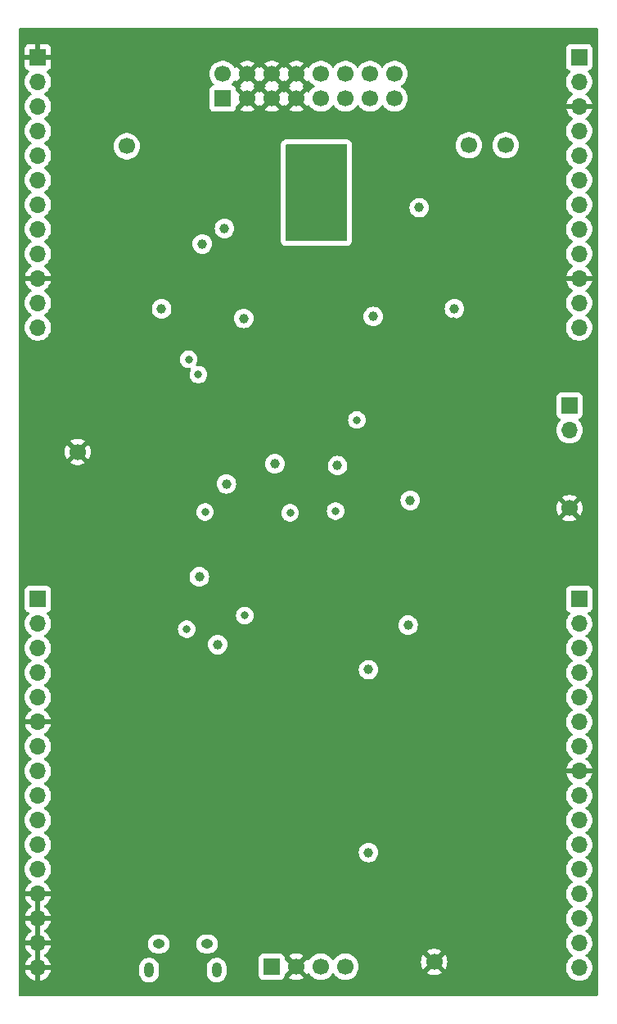
<source format=gbr>
%TF.GenerationSoftware,KiCad,Pcbnew,8.0.3*%
%TF.CreationDate,2024-06-18T16:11:42+01:00*%
%TF.ProjectId,Sinosaur_Components,53696e6f-7361-4757-925f-436f6d706f6e,rev?*%
%TF.SameCoordinates,Original*%
%TF.FileFunction,Copper,L2,Inr*%
%TF.FilePolarity,Positive*%
%FSLAX46Y46*%
G04 Gerber Fmt 4.6, Leading zero omitted, Abs format (unit mm)*
G04 Created by KiCad (PCBNEW 8.0.3) date 2024-06-18 16:11:42*
%MOMM*%
%LPD*%
G01*
G04 APERTURE LIST*
%TA.AperFunction,ComponentPad*%
%ADD10C,1.700000*%
%TD*%
%TA.AperFunction,ComponentPad*%
%ADD11R,1.700000X1.700000*%
%TD*%
%TA.AperFunction,ComponentPad*%
%ADD12O,1.700000X1.700000*%
%TD*%
%TA.AperFunction,ComponentPad*%
%ADD13O,1.250000X0.950000*%
%TD*%
%TA.AperFunction,ComponentPad*%
%ADD14O,1.000000X1.550000*%
%TD*%
%TA.AperFunction,ViaPad*%
%ADD15C,1.000000*%
%TD*%
%TA.AperFunction,ViaPad*%
%ADD16C,0.800000*%
%TD*%
G04 APERTURE END LIST*
D10*
%TO.N,GND*%
%TO.C,TP4*%
X157000000Y-99600000D03*
%TD*%
%TO.N,GND*%
%TO.C,TP5*%
X143000000Y-146500000D03*
%TD*%
%TO.N,-12V*%
%TO.C,TP2*%
X111200000Y-62200000D03*
%TD*%
%TO.N,+3.3V*%
%TO.C,TP3*%
X150400000Y-62100000D03*
%TD*%
D11*
%TO.N,/USART1_TX*%
%TO.C,J7*%
X157000000Y-89000000D03*
D12*
%TO.N,/USART1_RX*%
X157000000Y-91540000D03*
%TD*%
D11*
%TO.N,/-12V_IN*%
%TO.C,J6*%
X121125000Y-57270000D03*
D10*
X121125000Y-54730000D03*
%TO.N,GND*%
X123665000Y-57270000D03*
X123665000Y-54730000D03*
X126205000Y-57270000D03*
X126205000Y-54730000D03*
X128745000Y-57270000D03*
X128745000Y-54730000D03*
%TO.N,/+12V_IN*%
X131285000Y-57270000D03*
X131285000Y-54730000D03*
%TO.N,unconnected-(J6-Pad11)*%
X133825000Y-57270000D03*
%TO.N,unconnected-(J6-Pin_12-Pad12)*%
X133825000Y-54730000D03*
%TO.N,unconnected-(J6-Pin_13-Pad13)*%
X136365000Y-57270000D03*
%TO.N,unconnected-(J6-Pin_14-Pad14)*%
X136365000Y-54730000D03*
%TO.N,/Gate_Normal*%
X138905000Y-57270000D03*
X138905000Y-54730000D03*
%TD*%
%TO.N,+12V*%
%TO.C,TP1*%
X146600000Y-62100000D03*
%TD*%
D13*
%TO.N,*%
%TO.C,J8*%
X114500000Y-144650000D03*
X119500000Y-144650000D03*
D14*
X120500000Y-147350000D03*
%TO.N,unconnected-(J8-Shield-Pad6)*%
X113500000Y-147350000D03*
%TD*%
D11*
%TO.N,+3.3V*%
%TO.C,J5*%
X126190000Y-147000000D03*
D10*
%TO.N,GND*%
X128730000Y-147000000D03*
%TO.N,/SWIO*%
X131270000Y-147000000D03*
%TO.N,/SWCLK*%
X133810000Y-147000000D03*
%TD*%
%TO.N,GND*%
%TO.C,TP6*%
X106100000Y-93800000D03*
%TD*%
D11*
%TO.N,GND*%
%TO.C,J1*%
X102000000Y-53000000D03*
D12*
%TO.N,/FM3_Out*%
X102000000Y-55540000D03*
%TO.N,/FM2_Out*%
X102000000Y-58080000D03*
%TO.N,/Ramp_Out*%
X102000000Y-60620000D03*
%TO.N,/Swell_Out*%
X102000000Y-63160000D03*
%TO.N,/Sine1_Level*%
X102000000Y-65700000D03*
%TO.N,/Sine2_Level*%
X102000000Y-68240000D03*
%TO.N,/Swell_Level*%
X102000000Y-70780000D03*
%TO.N,/Ramp_Rate*%
X102000000Y-73320000D03*
%TO.N,GND*%
X102000000Y-75860000D03*
%TO.N,/Ramp_Level*%
X102000000Y-78400000D03*
%TO.N,/Sine2_Swell_Rate_LED*%
X102000000Y-80940000D03*
%TD*%
D11*
%TO.N,/Sine3_Swell_Rate_LED*%
%TO.C,J4*%
X158000000Y-109000000D03*
D12*
%TO.N,/Sine2_LED*%
X158000000Y-111540000D03*
%TO.N,/Sine1_LED*%
X158000000Y-114080000D03*
%TO.N,/Swell_LED*%
X158000000Y-116620000D03*
%TO.N,/Ramp_LED*%
X158000000Y-119160000D03*
%TO.N,/Sine2_Ramp_Rate_LED*%
X158000000Y-121700000D03*
%TO.N,/Sine3_LED*%
X158000000Y-124240000D03*
%TO.N,GND*%
X158000000Y-126780000D03*
%TO.N,/Sine3_Rate_Btn*%
X158000000Y-129320000D03*
%TO.N,/Sine2_Rate_Btn*%
X158000000Y-131860000D03*
%TO.N,/Sine1_Rate_Btn*%
X158000000Y-134400000D03*
%TO.N,/Sine3_Lvl_Btn*%
X158000000Y-136940000D03*
%TO.N,/Sine2_Lvl_Btn*%
X158000000Y-139480000D03*
%TO.N,/Sine1_Lvl_Btn*%
X158000000Y-142020000D03*
%TO.N,/Gate_In*%
X158000000Y-144560000D03*
%TO.N,/Clock_In*%
X158000000Y-147100000D03*
%TD*%
D11*
%TO.N,/Gate_Normal*%
%TO.C,J2*%
X158000000Y-53000000D03*
D12*
%TO.N,+3.3V*%
X158000000Y-55540000D03*
%TO.N,GND*%
X158000000Y-58080000D03*
%TO.N,/Sine2_Out*%
X158000000Y-60620000D03*
%TO.N,/Sine3_Out*%
X158000000Y-63160000D03*
%TO.N,/Sine3_Level*%
X158000000Y-65700000D03*
%TO.N,/Sine1_Out*%
X158000000Y-68240000D03*
%TO.N,/Sine1_Inv_Out*%
X158000000Y-70780000D03*
%TO.N,+3.3VA*%
X158000000Y-73320000D03*
%TO.N,GND*%
X158000000Y-75860000D03*
%TO.N,/Sine1_Rate*%
X158000000Y-78400000D03*
%TO.N,/Sine3_Rate*%
X158000000Y-80940000D03*
%TD*%
D11*
%TO.N,/Sine1_Swell_Rate_LED*%
%TO.C,J3*%
X102000000Y-109000000D03*
D12*
%TO.N,/Swell_Rate*%
X102000000Y-111540000D03*
%TO.N,/Sine3_Ramp_Rate_LED*%
X102000000Y-114080000D03*
%TO.N,/Sine1_Ramp_Lvl_LED*%
X102000000Y-116620000D03*
%TO.N,/Sine2_Ramp_Lvl_LED*%
X102000000Y-119160000D03*
%TO.N,GND*%
X102000000Y-121700000D03*
%TO.N,/Sine3_Ramp_Lvl_LED*%
X102000000Y-124240000D03*
%TO.N,/Sine1_Swell_Lvl_LED*%
X102000000Y-126780000D03*
%TO.N,/Sine2_Swell_Lvl_LED*%
X102000000Y-129320000D03*
%TO.N,/Sine3_Swell_Lvl_LED*%
X102000000Y-131860000D03*
%TO.N,/Sine1_Ramp_Rate_LED*%
X102000000Y-134400000D03*
%TO.N,/Sine2_Rate*%
X102000000Y-136940000D03*
%TO.N,GND*%
X102000000Y-139480000D03*
X102000000Y-142020000D03*
X102000000Y-144560000D03*
X102000000Y-147100000D03*
%TD*%
D15*
%TO.N,GND*%
X118400000Y-142900000D03*
D16*
X151000000Y-51100000D03*
D15*
X128150000Y-92900000D03*
X131400000Y-92850000D03*
D16*
X110500000Y-56700000D03*
X129900000Y-140800000D03*
X123100000Y-109000000D03*
X136200000Y-71000000D03*
X131100000Y-124400000D03*
X129800000Y-74300000D03*
X129800000Y-81400000D03*
X110700000Y-78800000D03*
D15*
X142350000Y-110700000D03*
D16*
X124700000Y-65200000D03*
X154500000Y-143200000D03*
X126700000Y-108600000D03*
X134600000Y-108400000D03*
X118300000Y-146500000D03*
X144300000Y-106000000D03*
D15*
X135218108Y-100828347D03*
D16*
X121300000Y-65200000D03*
X145400000Y-113100000D03*
X117100000Y-124800000D03*
X125200000Y-84500000D03*
X129800000Y-77600000D03*
X111000000Y-118300000D03*
X132000000Y-138400000D03*
D15*
X130500000Y-99700000D03*
D16*
X123300000Y-89300000D03*
X119500000Y-139000000D03*
X140000000Y-64200000D03*
D15*
X124115101Y-100184899D03*
D16*
X150000000Y-98100000D03*
X142300000Y-101800000D03*
X113600000Y-127800000D03*
X126100000Y-100100000D03*
X104400000Y-103600000D03*
X139900000Y-140600000D03*
X123100000Y-105400000D03*
X127300000Y-78900000D03*
X142775000Y-97500000D03*
X128300000Y-101700000D03*
X123000000Y-63100000D03*
X144000000Y-140500000D03*
X153300000Y-110000000D03*
X125900000Y-111700000D03*
X149300000Y-53200000D03*
X109500000Y-58900000D03*
X141400000Y-120900000D03*
X152600000Y-84200000D03*
D15*
X138300000Y-98050000D03*
D16*
X152700000Y-53200000D03*
X110600000Y-126200000D03*
X137900000Y-84900000D03*
D15*
X135000000Y-119100000D03*
D16*
X145000000Y-80300000D03*
X132700000Y-78900000D03*
X149000000Y-78500000D03*
X104000000Y-63700000D03*
D15*
X118250000Y-114850000D03*
X133650000Y-111000000D03*
D16*
X138000000Y-69200000D03*
X141800000Y-65600000D03*
X137300000Y-92600000D03*
X124500000Y-115500000D03*
X143700000Y-84400000D03*
X116700000Y-69500000D03*
X155900000Y-69800000D03*
X116000000Y-89800000D03*
D15*
X115400000Y-106800000D03*
D16*
X116500000Y-120500000D03*
D15*
X132500000Y-119100000D03*
D16*
X155348959Y-55948959D03*
X116200000Y-96700000D03*
X121200000Y-120400000D03*
%TO.N,+3.3V*%
X133200000Y-69800000D03*
X130000000Y-71200000D03*
X128400000Y-69800000D03*
X131600000Y-64200000D03*
D15*
X121300000Y-70700000D03*
D16*
X130000000Y-62800000D03*
X131600000Y-71200000D03*
X131600000Y-69800000D03*
D15*
X136200000Y-135200000D03*
D16*
X130000000Y-69800000D03*
X131600000Y-68200000D03*
D15*
X140525000Y-98800000D03*
D16*
X128400000Y-62800000D03*
D15*
X120600000Y-113700000D03*
D16*
X133200000Y-62800000D03*
X133200000Y-64200000D03*
X133200000Y-65800000D03*
D15*
X118700000Y-106700000D03*
D16*
X128400000Y-71200000D03*
X130000000Y-64200000D03*
D15*
X121500000Y-97100000D03*
D16*
X133200000Y-68200000D03*
X131600000Y-62800000D03*
X128200000Y-68200000D03*
X128200000Y-65800000D03*
D15*
X140305830Y-111698886D03*
D16*
X133200000Y-71200000D03*
D15*
X136200000Y-116300000D03*
D16*
X131600000Y-65800000D03*
X128400000Y-64200000D03*
D15*
%TO.N,+3.3VA*%
X119000000Y-72300000D03*
X133004074Y-95204074D03*
X126515527Y-95018452D03*
%TO.N,+12V*%
X141450000Y-68550000D03*
X136700000Y-79800000D03*
X123300000Y-80000000D03*
%TO.N,-12V*%
X145100000Y-79000000D03*
X114800000Y-79000000D03*
D16*
%TO.N,/Sine2_Rate*%
X123400000Y-110700000D03*
%TO.N,/USART1_TX*%
X135000000Y-90500000D03*
%TO.N,/USART1_RX*%
X132800000Y-99900000D03*
%TO.N,/Swell_DAC*%
X117400000Y-112100000D03*
X117598736Y-84216189D03*
%TO.N,/Sine1_Rate*%
X128100000Y-100100000D03*
%TO.N,/Ramp_DAC*%
X119300000Y-100000000D03*
X118600000Y-85800004D03*
%TD*%
%TA.AperFunction,Conductor*%
%TO.N,GND*%
G36*
X102254000Y-146669297D02*
G01*
X102192993Y-146634075D01*
X102065826Y-146600000D01*
X101934174Y-146600000D01*
X101807007Y-146634075D01*
X101746000Y-146669297D01*
X101746000Y-144990702D01*
X101807007Y-145025925D01*
X101934174Y-145060000D01*
X102065826Y-145060000D01*
X102192993Y-145025925D01*
X102254000Y-144990702D01*
X102254000Y-146669297D01*
G37*
%TD.AperFunction*%
%TA.AperFunction,Conductor*%
G36*
X102254000Y-144129297D02*
G01*
X102192993Y-144094075D01*
X102065826Y-144060000D01*
X101934174Y-144060000D01*
X101807007Y-144094075D01*
X101746000Y-144129297D01*
X101746000Y-142450702D01*
X101807007Y-142485925D01*
X101934174Y-142520000D01*
X102065826Y-142520000D01*
X102192993Y-142485925D01*
X102254000Y-142450702D01*
X102254000Y-144129297D01*
G37*
%TD.AperFunction*%
%TA.AperFunction,Conductor*%
G36*
X102254000Y-141589297D02*
G01*
X102192993Y-141554075D01*
X102065826Y-141520000D01*
X101934174Y-141520000D01*
X101807007Y-141554075D01*
X101746000Y-141589297D01*
X101746000Y-139910702D01*
X101807007Y-139945925D01*
X101934174Y-139980000D01*
X102065826Y-139980000D01*
X102192993Y-139945925D01*
X102254000Y-139910702D01*
X102254000Y-141589297D01*
G37*
%TD.AperFunction*%
%TA.AperFunction,Conductor*%
G36*
X123199075Y-54922993D02*
G01*
X123264901Y-55037007D01*
X123357993Y-55130099D01*
X123472007Y-55195925D01*
X123540051Y-55214157D01*
X122899310Y-55854898D01*
X122919697Y-55870766D01*
X122919705Y-55870771D01*
X122953731Y-55889185D01*
X123004122Y-55939197D01*
X123019475Y-56008514D01*
X122994915Y-56075127D01*
X122953735Y-56110811D01*
X122919705Y-56129227D01*
X122919693Y-56129235D01*
X122899311Y-56145099D01*
X122899310Y-56145100D01*
X123540052Y-56785842D01*
X123472007Y-56804075D01*
X123357993Y-56869901D01*
X123264901Y-56962993D01*
X123199075Y-57077007D01*
X123180842Y-57145052D01*
X122520405Y-56484615D01*
X122486379Y-56422303D01*
X122483500Y-56395520D01*
X122483500Y-56371367D01*
X122483499Y-56371350D01*
X122476990Y-56310803D01*
X122476988Y-56310795D01*
X122447924Y-56232875D01*
X122425889Y-56173796D01*
X122425888Y-56173794D01*
X122425887Y-56173792D01*
X122338261Y-56056738D01*
X122221207Y-55969112D01*
X122221203Y-55969110D01*
X122106192Y-55926213D01*
X122049356Y-55883667D01*
X122024546Y-55817146D01*
X122039638Y-55747772D01*
X122057525Y-55722820D01*
X122200714Y-55567277D01*
X122200724Y-55567265D01*
X122248678Y-55493866D01*
X122289816Y-55430898D01*
X122343819Y-55384810D01*
X122414167Y-55375235D01*
X122478524Y-55405212D01*
X122500782Y-55430899D01*
X122541920Y-55493866D01*
X122541921Y-55493866D01*
X123180841Y-54854946D01*
X123199075Y-54922993D01*
G37*
%TD.AperFunction*%
%TA.AperFunction,Conductor*%
G36*
X125739075Y-54922993D02*
G01*
X125804901Y-55037007D01*
X125897993Y-55130099D01*
X126012007Y-55195925D01*
X126080051Y-55214157D01*
X125439310Y-55854898D01*
X125459697Y-55870766D01*
X125459705Y-55870771D01*
X125493731Y-55889185D01*
X125544122Y-55939197D01*
X125559475Y-56008514D01*
X125534915Y-56075127D01*
X125493735Y-56110811D01*
X125459705Y-56129227D01*
X125459693Y-56129235D01*
X125439311Y-56145099D01*
X125439310Y-56145100D01*
X126080052Y-56785842D01*
X126012007Y-56804075D01*
X125897993Y-56869901D01*
X125804901Y-56962993D01*
X125739075Y-57077007D01*
X125720842Y-57145052D01*
X125081921Y-56506131D01*
X125081920Y-56506132D01*
X125040482Y-56569558D01*
X124986479Y-56615647D01*
X124916131Y-56625222D01*
X124851773Y-56595245D01*
X124829516Y-56569558D01*
X124788078Y-56506132D01*
X124149157Y-57145051D01*
X124130925Y-57077007D01*
X124065099Y-56962993D01*
X123972007Y-56869901D01*
X123857993Y-56804075D01*
X123789947Y-56785841D01*
X124430688Y-56145100D01*
X124430687Y-56145099D01*
X124410308Y-56129237D01*
X124410298Y-56129231D01*
X124376267Y-56110814D01*
X124325876Y-56060801D01*
X124310524Y-55991484D01*
X124335085Y-55924871D01*
X124376268Y-55889186D01*
X124410294Y-55870772D01*
X124410298Y-55870769D01*
X124430688Y-55854898D01*
X123789947Y-55214157D01*
X123857993Y-55195925D01*
X123972007Y-55130099D01*
X124065099Y-55037007D01*
X124130925Y-54922993D01*
X124149158Y-54854947D01*
X124788077Y-55493866D01*
X124788078Y-55493866D01*
X124829516Y-55430441D01*
X124883519Y-55384352D01*
X124953867Y-55374777D01*
X125018225Y-55404754D01*
X125040482Y-55430440D01*
X125081921Y-55493866D01*
X125720841Y-54854946D01*
X125739075Y-54922993D01*
G37*
%TD.AperFunction*%
%TA.AperFunction,Conductor*%
G36*
X128279075Y-54922993D02*
G01*
X128344901Y-55037007D01*
X128437993Y-55130099D01*
X128552007Y-55195925D01*
X128620051Y-55214157D01*
X127979310Y-55854898D01*
X127999697Y-55870766D01*
X127999705Y-55870771D01*
X128033731Y-55889185D01*
X128084122Y-55939197D01*
X128099475Y-56008514D01*
X128074915Y-56075127D01*
X128033735Y-56110811D01*
X127999705Y-56129227D01*
X127999693Y-56129235D01*
X127979311Y-56145099D01*
X127979310Y-56145100D01*
X128620052Y-56785842D01*
X128552007Y-56804075D01*
X128437993Y-56869901D01*
X128344901Y-56962993D01*
X128279075Y-57077007D01*
X128260842Y-57145052D01*
X127621921Y-56506131D01*
X127621920Y-56506132D01*
X127580482Y-56569558D01*
X127526479Y-56615647D01*
X127456131Y-56625222D01*
X127391773Y-56595245D01*
X127369516Y-56569558D01*
X127328078Y-56506132D01*
X126689157Y-57145051D01*
X126670925Y-57077007D01*
X126605099Y-56962993D01*
X126512007Y-56869901D01*
X126397993Y-56804075D01*
X126329947Y-56785841D01*
X126970688Y-56145100D01*
X126970687Y-56145099D01*
X126950308Y-56129237D01*
X126950298Y-56129231D01*
X126916267Y-56110814D01*
X126865876Y-56060801D01*
X126850524Y-55991484D01*
X126875085Y-55924871D01*
X126916268Y-55889186D01*
X126950294Y-55870772D01*
X126950298Y-55870769D01*
X126970688Y-55854898D01*
X126329947Y-55214157D01*
X126397993Y-55195925D01*
X126512007Y-55130099D01*
X126605099Y-55037007D01*
X126670925Y-54922993D01*
X126689158Y-54854947D01*
X127328077Y-55493866D01*
X127328078Y-55493866D01*
X127369516Y-55430441D01*
X127423519Y-55384352D01*
X127493867Y-55374777D01*
X127558225Y-55404754D01*
X127580482Y-55430440D01*
X127621921Y-55493866D01*
X128260841Y-54854946D01*
X128279075Y-54922993D01*
G37*
%TD.AperFunction*%
%TA.AperFunction,Conductor*%
G36*
X129868077Y-55493866D02*
G01*
X129868078Y-55493866D01*
X129909217Y-55430899D01*
X129963221Y-55384810D01*
X130033568Y-55375235D01*
X130097926Y-55405212D01*
X130120183Y-55430898D01*
X130209279Y-55567270D01*
X130361762Y-55732908D01*
X130402182Y-55764368D01*
X130539424Y-55871189D01*
X130572678Y-55889185D01*
X130572680Y-55889186D01*
X130623071Y-55939200D01*
X130638423Y-56008516D01*
X130613862Y-56075129D01*
X130572680Y-56110813D01*
X130539426Y-56128810D01*
X130539424Y-56128811D01*
X130361762Y-56267091D01*
X130209279Y-56432729D01*
X130120183Y-56569101D01*
X130066179Y-56615189D01*
X129995831Y-56624764D01*
X129931474Y-56594786D01*
X129909217Y-56569100D01*
X129868078Y-56506132D01*
X129229157Y-57145051D01*
X129210925Y-57077007D01*
X129145099Y-56962993D01*
X129052007Y-56869901D01*
X128937993Y-56804075D01*
X128869947Y-56785841D01*
X129510688Y-56145100D01*
X129510687Y-56145099D01*
X129490308Y-56129237D01*
X129490298Y-56129231D01*
X129456267Y-56110814D01*
X129405876Y-56060801D01*
X129390524Y-55991484D01*
X129415085Y-55924871D01*
X129456268Y-55889186D01*
X129490294Y-55870772D01*
X129490298Y-55870769D01*
X129510688Y-55854898D01*
X128869947Y-55214157D01*
X128937993Y-55195925D01*
X129052007Y-55130099D01*
X129145099Y-55037007D01*
X129210925Y-54922993D01*
X129229158Y-54854947D01*
X129868077Y-55493866D01*
G37*
%TD.AperFunction*%
%TA.AperFunction,Conductor*%
G36*
X159942121Y-50020002D02*
G01*
X159988614Y-50073658D01*
X160000000Y-50126000D01*
X160000000Y-149874000D01*
X159979998Y-149942121D01*
X159926342Y-149988614D01*
X159874000Y-150000000D01*
X100126000Y-150000000D01*
X100057879Y-149979998D01*
X100011386Y-149926342D01*
X100000000Y-149874000D01*
X100000000Y-111540000D01*
X100636844Y-111540000D01*
X100652459Y-111728445D01*
X100655437Y-111764375D01*
X100710702Y-111982612D01*
X100710703Y-111982613D01*
X100801141Y-112188793D01*
X100924275Y-112377265D01*
X100924279Y-112377270D01*
X101076762Y-112542908D01*
X101131331Y-112585381D01*
X101254424Y-112681189D01*
X101287680Y-112699186D01*
X101338071Y-112749200D01*
X101353423Y-112818516D01*
X101328862Y-112885129D01*
X101287680Y-112920813D01*
X101254426Y-112938810D01*
X101254424Y-112938811D01*
X101076762Y-113077091D01*
X100924279Y-113242729D01*
X100924275Y-113242734D01*
X100801141Y-113431206D01*
X100710703Y-113637386D01*
X100710702Y-113637387D01*
X100655437Y-113855624D01*
X100655436Y-113855630D01*
X100655436Y-113855632D01*
X100636844Y-114080000D01*
X100652008Y-114263004D01*
X100655437Y-114304375D01*
X100710702Y-114522612D01*
X100710703Y-114522613D01*
X100710704Y-114522616D01*
X100794380Y-114713380D01*
X100801141Y-114728793D01*
X100924275Y-114917265D01*
X100924279Y-114917270D01*
X101076762Y-115082908D01*
X101131331Y-115125381D01*
X101254424Y-115221189D01*
X101287680Y-115239186D01*
X101338071Y-115289200D01*
X101353423Y-115358516D01*
X101328862Y-115425129D01*
X101287680Y-115460813D01*
X101254426Y-115478810D01*
X101254424Y-115478811D01*
X101076762Y-115617091D01*
X100924279Y-115782729D01*
X100924275Y-115782734D01*
X100801141Y-115971206D01*
X100710703Y-116177386D01*
X100710702Y-116177387D01*
X100655437Y-116395624D01*
X100636844Y-116620000D01*
X100655437Y-116844375D01*
X100710702Y-117062612D01*
X100710703Y-117062613D01*
X100710704Y-117062616D01*
X100801140Y-117268791D01*
X100801141Y-117268793D01*
X100924275Y-117457265D01*
X100924279Y-117457270D01*
X101076762Y-117622908D01*
X101131331Y-117665381D01*
X101254424Y-117761189D01*
X101287680Y-117779186D01*
X101338071Y-117829200D01*
X101353423Y-117898516D01*
X101328862Y-117965129D01*
X101287680Y-118000813D01*
X101254426Y-118018810D01*
X101254424Y-118018811D01*
X101076762Y-118157091D01*
X100924279Y-118322729D01*
X100924275Y-118322734D01*
X100801141Y-118511206D01*
X100710703Y-118717386D01*
X100710702Y-118717387D01*
X100655437Y-118935624D01*
X100636844Y-119160000D01*
X100655437Y-119384375D01*
X100710702Y-119602612D01*
X100710703Y-119602613D01*
X100801141Y-119808793D01*
X100924275Y-119997265D01*
X100924279Y-119997270D01*
X101076762Y-120162908D01*
X101131331Y-120205381D01*
X101254424Y-120301189D01*
X101288205Y-120319470D01*
X101338596Y-120369482D01*
X101353949Y-120438799D01*
X101329389Y-120505412D01*
X101288209Y-120541096D01*
X101254704Y-120559228D01*
X101254698Y-120559232D01*
X101077097Y-120697465D01*
X100924674Y-120863041D01*
X100801580Y-121051451D01*
X100711179Y-121257543D01*
X100711176Y-121257550D01*
X100663455Y-121445999D01*
X100663456Y-121446000D01*
X101569297Y-121446000D01*
X101534075Y-121507007D01*
X101500000Y-121634174D01*
X101500000Y-121765826D01*
X101534075Y-121892993D01*
X101569297Y-121954000D01*
X100663455Y-121954000D01*
X100711176Y-122142449D01*
X100711179Y-122142456D01*
X100801580Y-122348548D01*
X100924674Y-122536958D01*
X101077097Y-122702534D01*
X101254698Y-122840767D01*
X101254704Y-122840771D01*
X101288207Y-122858902D01*
X101338597Y-122908915D01*
X101353949Y-122978232D01*
X101329388Y-123044845D01*
X101288207Y-123080528D01*
X101254430Y-123098807D01*
X101254424Y-123098811D01*
X101076762Y-123237091D01*
X100924279Y-123402729D01*
X100924275Y-123402734D01*
X100801141Y-123591206D01*
X100710703Y-123797386D01*
X100710702Y-123797387D01*
X100655437Y-124015624D01*
X100636844Y-124240000D01*
X100655437Y-124464375D01*
X100710702Y-124682612D01*
X100710703Y-124682613D01*
X100801141Y-124888793D01*
X100924275Y-125077265D01*
X100924279Y-125077270D01*
X101076762Y-125242908D01*
X101131331Y-125285381D01*
X101254424Y-125381189D01*
X101287680Y-125399186D01*
X101338071Y-125449200D01*
X101353423Y-125518516D01*
X101328862Y-125585129D01*
X101287680Y-125620813D01*
X101254426Y-125638810D01*
X101254424Y-125638811D01*
X101076762Y-125777091D01*
X100924279Y-125942729D01*
X100924275Y-125942734D01*
X100801141Y-126131206D01*
X100710703Y-126337386D01*
X100710702Y-126337387D01*
X100655437Y-126555624D01*
X100655436Y-126555630D01*
X100655436Y-126555632D01*
X100636844Y-126780000D01*
X100652836Y-126972993D01*
X100655437Y-127004375D01*
X100710702Y-127222612D01*
X100710703Y-127222613D01*
X100710704Y-127222616D01*
X100801140Y-127428791D01*
X100801141Y-127428793D01*
X100924275Y-127617265D01*
X100924279Y-127617270D01*
X101076762Y-127782908D01*
X101131331Y-127825381D01*
X101254424Y-127921189D01*
X101287153Y-127938901D01*
X101287680Y-127939186D01*
X101338071Y-127989200D01*
X101353423Y-128058516D01*
X101328862Y-128125129D01*
X101287680Y-128160813D01*
X101254426Y-128178810D01*
X101254424Y-128178811D01*
X101076762Y-128317091D01*
X100924279Y-128482729D01*
X100924275Y-128482734D01*
X100801141Y-128671206D01*
X100710703Y-128877386D01*
X100710702Y-128877387D01*
X100655437Y-129095624D01*
X100636844Y-129320000D01*
X100655437Y-129544375D01*
X100710702Y-129762612D01*
X100710703Y-129762613D01*
X100801141Y-129968793D01*
X100924275Y-130157265D01*
X100924279Y-130157270D01*
X101076762Y-130322908D01*
X101131331Y-130365381D01*
X101254424Y-130461189D01*
X101287680Y-130479186D01*
X101338071Y-130529200D01*
X101353423Y-130598516D01*
X101328862Y-130665129D01*
X101287680Y-130700813D01*
X101254426Y-130718810D01*
X101254424Y-130718811D01*
X101076762Y-130857091D01*
X100924279Y-131022729D01*
X100924275Y-131022734D01*
X100801141Y-131211206D01*
X100710703Y-131417386D01*
X100710702Y-131417387D01*
X100655437Y-131635624D01*
X100636844Y-131860000D01*
X100655437Y-132084375D01*
X100710702Y-132302612D01*
X100710703Y-132302613D01*
X100801141Y-132508793D01*
X100924275Y-132697265D01*
X100924279Y-132697270D01*
X101076762Y-132862908D01*
X101131331Y-132905381D01*
X101254424Y-133001189D01*
X101287680Y-133019186D01*
X101338071Y-133069200D01*
X101353423Y-133138516D01*
X101328862Y-133205129D01*
X101287680Y-133240813D01*
X101254426Y-133258810D01*
X101254424Y-133258811D01*
X101076762Y-133397091D01*
X100924279Y-133562729D01*
X100924275Y-133562734D01*
X100801141Y-133751206D01*
X100710703Y-133957386D01*
X100710702Y-133957387D01*
X100655437Y-134175624D01*
X100655436Y-134175630D01*
X100655436Y-134175632D01*
X100636844Y-134400000D01*
X100643757Y-134483432D01*
X100655437Y-134624375D01*
X100710702Y-134842612D01*
X100710703Y-134842613D01*
X100801141Y-135048793D01*
X100924275Y-135237265D01*
X100924279Y-135237270D01*
X101052539Y-135376596D01*
X101071968Y-135397701D01*
X101076762Y-135402908D01*
X101131331Y-135445381D01*
X101254424Y-135541189D01*
X101287680Y-135559186D01*
X101338071Y-135609200D01*
X101353423Y-135678516D01*
X101328862Y-135745129D01*
X101287680Y-135780813D01*
X101254426Y-135798810D01*
X101254424Y-135798811D01*
X101076762Y-135937091D01*
X100924279Y-136102729D01*
X100924275Y-136102734D01*
X100801141Y-136291206D01*
X100710703Y-136497386D01*
X100710702Y-136497387D01*
X100655437Y-136715624D01*
X100636844Y-136940000D01*
X100655437Y-137164375D01*
X100710702Y-137382612D01*
X100710703Y-137382613D01*
X100801141Y-137588793D01*
X100924275Y-137777265D01*
X100924279Y-137777270D01*
X101076762Y-137942908D01*
X101131331Y-137985381D01*
X101254424Y-138081189D01*
X101288205Y-138099470D01*
X101338596Y-138149482D01*
X101353949Y-138218799D01*
X101329389Y-138285412D01*
X101288209Y-138321096D01*
X101254704Y-138339228D01*
X101254698Y-138339232D01*
X101077097Y-138477465D01*
X100924674Y-138643041D01*
X100801580Y-138831451D01*
X100711179Y-139037543D01*
X100711176Y-139037550D01*
X100663455Y-139225999D01*
X100663456Y-139226000D01*
X101569297Y-139226000D01*
X101534075Y-139287007D01*
X101500000Y-139414174D01*
X101500000Y-139545826D01*
X101534075Y-139672993D01*
X101569297Y-139734000D01*
X100663455Y-139734000D01*
X100711176Y-139922449D01*
X100711179Y-139922456D01*
X100801580Y-140128548D01*
X100924674Y-140316958D01*
X101077097Y-140482534D01*
X101254698Y-140620767D01*
X101254699Y-140620768D01*
X101288734Y-140639187D01*
X101339123Y-140689201D01*
X101354475Y-140758518D01*
X101329913Y-140825130D01*
X101288734Y-140860813D01*
X101254699Y-140879231D01*
X101254698Y-140879232D01*
X101077097Y-141017465D01*
X100924674Y-141183041D01*
X100801580Y-141371451D01*
X100711179Y-141577543D01*
X100711176Y-141577550D01*
X100663455Y-141765999D01*
X100663456Y-141766000D01*
X101569297Y-141766000D01*
X101534075Y-141827007D01*
X101500000Y-141954174D01*
X101500000Y-142085826D01*
X101534075Y-142212993D01*
X101569297Y-142274000D01*
X100663455Y-142274000D01*
X100711176Y-142462449D01*
X100711179Y-142462456D01*
X100801580Y-142668548D01*
X100924674Y-142856958D01*
X101077097Y-143022534D01*
X101254698Y-143160767D01*
X101254699Y-143160768D01*
X101288734Y-143179187D01*
X101339123Y-143229201D01*
X101354475Y-143298518D01*
X101329913Y-143365130D01*
X101288734Y-143400813D01*
X101254699Y-143419231D01*
X101254698Y-143419232D01*
X101077097Y-143557465D01*
X100924674Y-143723041D01*
X100801580Y-143911451D01*
X100711179Y-144117543D01*
X100711176Y-144117550D01*
X100663455Y-144305999D01*
X100663456Y-144306000D01*
X101569297Y-144306000D01*
X101534075Y-144367007D01*
X101500000Y-144494174D01*
X101500000Y-144625826D01*
X101534075Y-144752993D01*
X101569297Y-144814000D01*
X100663455Y-144814000D01*
X100711176Y-145002449D01*
X100711179Y-145002456D01*
X100801580Y-145208548D01*
X100924674Y-145396958D01*
X101077097Y-145562534D01*
X101254698Y-145700767D01*
X101254699Y-145700768D01*
X101288734Y-145719187D01*
X101339123Y-145769201D01*
X101354475Y-145838518D01*
X101329913Y-145905130D01*
X101288734Y-145940813D01*
X101254699Y-145959231D01*
X101254698Y-145959232D01*
X101077097Y-146097465D01*
X100924674Y-146263041D01*
X100801580Y-146451451D01*
X100711179Y-146657543D01*
X100711176Y-146657550D01*
X100663455Y-146845999D01*
X100663456Y-146846000D01*
X101569297Y-146846000D01*
X101534075Y-146907007D01*
X101500000Y-147034174D01*
X101500000Y-147165826D01*
X101534075Y-147292993D01*
X101569297Y-147354000D01*
X100663455Y-147354000D01*
X100711176Y-147542449D01*
X100711179Y-147542456D01*
X100801580Y-147748548D01*
X100924674Y-147936958D01*
X101077097Y-148102534D01*
X101254698Y-148240767D01*
X101254699Y-148240768D01*
X101452628Y-148347882D01*
X101452630Y-148347883D01*
X101665483Y-148420955D01*
X101665492Y-148420957D01*
X101746000Y-148434391D01*
X101746000Y-147530702D01*
X101807007Y-147565925D01*
X101934174Y-147600000D01*
X102065826Y-147600000D01*
X102192993Y-147565925D01*
X102254000Y-147530702D01*
X102254000Y-148434390D01*
X102334507Y-148420957D01*
X102334516Y-148420955D01*
X102547369Y-148347883D01*
X102547371Y-148347882D01*
X102745300Y-148240768D01*
X102745301Y-148240767D01*
X102922902Y-148102534D01*
X103075325Y-147936958D01*
X103198419Y-147748548D01*
X103288820Y-147542456D01*
X103288823Y-147542449D01*
X103336544Y-147354000D01*
X102430703Y-147354000D01*
X102465925Y-147292993D01*
X102500000Y-147165826D01*
X102500000Y-147034174D01*
X102484323Y-146975668D01*
X112491500Y-146975668D01*
X112491500Y-147724331D01*
X112510720Y-147820955D01*
X112530256Y-147919169D01*
X112606279Y-148102704D01*
X112716647Y-148267881D01*
X112857119Y-148408353D01*
X113022296Y-148518721D01*
X113205831Y-148594744D01*
X113400671Y-148633500D01*
X113400672Y-148633500D01*
X113599328Y-148633500D01*
X113599329Y-148633500D01*
X113794169Y-148594744D01*
X113977704Y-148518721D01*
X114142881Y-148408353D01*
X114283353Y-148267881D01*
X114393721Y-148102704D01*
X114469744Y-147919169D01*
X114508500Y-147724329D01*
X114508500Y-146975671D01*
X114508499Y-146975668D01*
X119491500Y-146975668D01*
X119491500Y-147724331D01*
X119510720Y-147820955D01*
X119530256Y-147919169D01*
X119606279Y-148102704D01*
X119716647Y-148267881D01*
X119857119Y-148408353D01*
X120022296Y-148518721D01*
X120205831Y-148594744D01*
X120400671Y-148633500D01*
X120400672Y-148633500D01*
X120599328Y-148633500D01*
X120599329Y-148633500D01*
X120794169Y-148594744D01*
X120977704Y-148518721D01*
X121142881Y-148408353D01*
X121283353Y-148267881D01*
X121393721Y-148102704D01*
X121469744Y-147919169D01*
X121508500Y-147724329D01*
X121508500Y-146975671D01*
X121469744Y-146780831D01*
X121393721Y-146597296D01*
X121283353Y-146432119D01*
X121142881Y-146291647D01*
X120977704Y-146181279D01*
X120794169Y-146105256D01*
X120774618Y-146101367D01*
X120774533Y-146101350D01*
X124831500Y-146101350D01*
X124831500Y-147898649D01*
X124838009Y-147959196D01*
X124838011Y-147959204D01*
X124889110Y-148096202D01*
X124889112Y-148096207D01*
X124976738Y-148213261D01*
X125093792Y-148300887D01*
X125093794Y-148300888D01*
X125093796Y-148300889D01*
X125147600Y-148320957D01*
X125230795Y-148351988D01*
X125230803Y-148351990D01*
X125291350Y-148358499D01*
X125291355Y-148358499D01*
X125291362Y-148358500D01*
X125291368Y-148358500D01*
X127088632Y-148358500D01*
X127088638Y-148358500D01*
X127088645Y-148358499D01*
X127088649Y-148358499D01*
X127149196Y-148351990D01*
X127149199Y-148351989D01*
X127149201Y-148351989D01*
X127160210Y-148347883D01*
X127168045Y-148344960D01*
X127286204Y-148300889D01*
X127330298Y-148267881D01*
X127403261Y-148213261D01*
X127490887Y-148096207D01*
X127490887Y-148096206D01*
X127490889Y-148096204D01*
X127541989Y-147959201D01*
X127544348Y-147937265D01*
X127548499Y-147898649D01*
X127548500Y-147898632D01*
X127548500Y-147874479D01*
X127568502Y-147806358D01*
X127585405Y-147785383D01*
X128245841Y-147124946D01*
X128264075Y-147192993D01*
X128329901Y-147307007D01*
X128422993Y-147400099D01*
X128537007Y-147465925D01*
X128605051Y-147484157D01*
X127964310Y-148124898D01*
X127984697Y-148140766D01*
X127984701Y-148140768D01*
X128182628Y-148247882D01*
X128182630Y-148247883D01*
X128395483Y-148320955D01*
X128395490Y-148320957D01*
X128617477Y-148358000D01*
X128842523Y-148358000D01*
X129064509Y-148320957D01*
X129064516Y-148320955D01*
X129277369Y-148247883D01*
X129277371Y-148247881D01*
X129475298Y-148140769D01*
X129495688Y-148124898D01*
X128854947Y-147484157D01*
X128922993Y-147465925D01*
X129037007Y-147400099D01*
X129130099Y-147307007D01*
X129195925Y-147192993D01*
X129214158Y-147124947D01*
X129853077Y-147763866D01*
X129853078Y-147763866D01*
X129894217Y-147700899D01*
X129948221Y-147654810D01*
X130018568Y-147645235D01*
X130082926Y-147675212D01*
X130105183Y-147700898D01*
X130194279Y-147837270D01*
X130346762Y-148002908D01*
X130401331Y-148045381D01*
X130524424Y-148141189D01*
X130722426Y-148248342D01*
X130722427Y-148248342D01*
X130722428Y-148248343D01*
X130779341Y-148267881D01*
X130935365Y-148321444D01*
X131157431Y-148358500D01*
X131157435Y-148358500D01*
X131382565Y-148358500D01*
X131382569Y-148358500D01*
X131604635Y-148321444D01*
X131817574Y-148248342D01*
X132015576Y-148141189D01*
X132193240Y-148002906D01*
X132345722Y-147837268D01*
X132434518Y-147701354D01*
X132488520Y-147655268D01*
X132558868Y-147645692D01*
X132623225Y-147675669D01*
X132645480Y-147701353D01*
X132678607Y-147752058D01*
X132734275Y-147837265D01*
X132734279Y-147837270D01*
X132886762Y-148002908D01*
X132941331Y-148045381D01*
X133064424Y-148141189D01*
X133262426Y-148248342D01*
X133262427Y-148248342D01*
X133262428Y-148248343D01*
X133319341Y-148267881D01*
X133475365Y-148321444D01*
X133697431Y-148358500D01*
X133697435Y-148358500D01*
X133922565Y-148358500D01*
X133922569Y-148358500D01*
X134144635Y-148321444D01*
X134357574Y-148248342D01*
X134555576Y-148141189D01*
X134733240Y-148002906D01*
X134885722Y-147837268D01*
X135008860Y-147648791D01*
X135099296Y-147442616D01*
X135154564Y-147224368D01*
X135173156Y-147000000D01*
X135154564Y-146775632D01*
X135124620Y-146657386D01*
X135099297Y-146557387D01*
X135099296Y-146557386D01*
X135099296Y-146557384D01*
X135074125Y-146500000D01*
X141637346Y-146500000D01*
X141655932Y-146724292D01*
X141711176Y-146942449D01*
X141711179Y-146942456D01*
X141801580Y-147148548D01*
X141876921Y-147263866D01*
X142515841Y-146624946D01*
X142534075Y-146692993D01*
X142599901Y-146807007D01*
X142692993Y-146900099D01*
X142807007Y-146965925D01*
X142875051Y-146984157D01*
X142234310Y-147624898D01*
X142254697Y-147640766D01*
X142254701Y-147640768D01*
X142452628Y-147747882D01*
X142452630Y-147747883D01*
X142665483Y-147820955D01*
X142665490Y-147820957D01*
X142887477Y-147858000D01*
X143112523Y-147858000D01*
X143334509Y-147820957D01*
X143334516Y-147820955D01*
X143547369Y-147747883D01*
X143547371Y-147747881D01*
X143745298Y-147640769D01*
X143765688Y-147624898D01*
X143124947Y-146984157D01*
X143192993Y-146965925D01*
X143307007Y-146900099D01*
X143400099Y-146807007D01*
X143465925Y-146692993D01*
X143484158Y-146624947D01*
X144123077Y-147263866D01*
X144198419Y-147148548D01*
X144288820Y-146942456D01*
X144288823Y-146942449D01*
X144344067Y-146724292D01*
X144362653Y-146500000D01*
X144344067Y-146275707D01*
X144288823Y-146057550D01*
X144288820Y-146057543D01*
X144198419Y-145851451D01*
X144123077Y-145736132D01*
X143484157Y-146375051D01*
X143465925Y-146307007D01*
X143400099Y-146192993D01*
X143307007Y-146099901D01*
X143192993Y-146034075D01*
X143124947Y-146015841D01*
X143765688Y-145375100D01*
X143765687Y-145375099D01*
X143745308Y-145359237D01*
X143745298Y-145359231D01*
X143547371Y-145252117D01*
X143547369Y-145252116D01*
X143334516Y-145179044D01*
X143334509Y-145179042D01*
X143112523Y-145142000D01*
X142887477Y-145142000D01*
X142665490Y-145179042D01*
X142665483Y-145179044D01*
X142452630Y-145252116D01*
X142452628Y-145252118D01*
X142254700Y-145359230D01*
X142254693Y-145359235D01*
X142234311Y-145375099D01*
X142234310Y-145375100D01*
X142875052Y-146015842D01*
X142807007Y-146034075D01*
X142692993Y-146099901D01*
X142599901Y-146192993D01*
X142534075Y-146307007D01*
X142515842Y-146375052D01*
X141876921Y-145736131D01*
X141876920Y-145736132D01*
X141801586Y-145851439D01*
X141801579Y-145851453D01*
X141711179Y-146057543D01*
X141711176Y-146057550D01*
X141655932Y-146275707D01*
X141637346Y-146500000D01*
X135074125Y-146500000D01*
X135008860Y-146351209D01*
X134991597Y-146324786D01*
X134885724Y-146162734D01*
X134885720Y-146162729D01*
X134733237Y-145997091D01*
X134615086Y-145905130D01*
X134555576Y-145858811D01*
X134357574Y-145751658D01*
X134357572Y-145751657D01*
X134357571Y-145751656D01*
X134144639Y-145678557D01*
X134144630Y-145678555D01*
X134100476Y-145671187D01*
X133922569Y-145641500D01*
X133697431Y-145641500D01*
X133549211Y-145666233D01*
X133475369Y-145678555D01*
X133475360Y-145678557D01*
X133262428Y-145751656D01*
X133262426Y-145751658D01*
X133078021Y-145851453D01*
X133064426Y-145858810D01*
X133064424Y-145858811D01*
X132886762Y-145997091D01*
X132734279Y-146162729D01*
X132645483Y-146298643D01*
X132591479Y-146344731D01*
X132521131Y-146354306D01*
X132456774Y-146324329D01*
X132434517Y-146298643D01*
X132345720Y-146162729D01*
X132193237Y-145997091D01*
X132075086Y-145905130D01*
X132015576Y-145858811D01*
X131817574Y-145751658D01*
X131817572Y-145751657D01*
X131817571Y-145751656D01*
X131604639Y-145678557D01*
X131604630Y-145678555D01*
X131560476Y-145671187D01*
X131382569Y-145641500D01*
X131157431Y-145641500D01*
X131009211Y-145666233D01*
X130935369Y-145678555D01*
X130935360Y-145678557D01*
X130722428Y-145751656D01*
X130722426Y-145751658D01*
X130538021Y-145851453D01*
X130524426Y-145858810D01*
X130524424Y-145858811D01*
X130346762Y-145997091D01*
X130194279Y-146162729D01*
X130105183Y-146299101D01*
X130051179Y-146345189D01*
X129980831Y-146354764D01*
X129916474Y-146324786D01*
X129894217Y-146299100D01*
X129853078Y-146236132D01*
X129214157Y-146875051D01*
X129195925Y-146807007D01*
X129130099Y-146692993D01*
X129037007Y-146599901D01*
X128922993Y-146534075D01*
X128854947Y-146515841D01*
X129495688Y-145875100D01*
X129495687Y-145875099D01*
X129475308Y-145859237D01*
X129475298Y-145859231D01*
X129277371Y-145752117D01*
X129277369Y-145752116D01*
X129064516Y-145679044D01*
X129064509Y-145679042D01*
X128842523Y-145642000D01*
X128617477Y-145642000D01*
X128395490Y-145679042D01*
X128395483Y-145679044D01*
X128182630Y-145752116D01*
X128182628Y-145752118D01*
X127984700Y-145859230D01*
X127984693Y-145859235D01*
X127964311Y-145875099D01*
X127964310Y-145875100D01*
X128605052Y-146515842D01*
X128537007Y-146534075D01*
X128422993Y-146599901D01*
X128329901Y-146692993D01*
X128264075Y-146807007D01*
X128245842Y-146875052D01*
X127585405Y-146214615D01*
X127551379Y-146152303D01*
X127548500Y-146125520D01*
X127548500Y-146101367D01*
X127548499Y-146101350D01*
X127541990Y-146040803D01*
X127541988Y-146040795D01*
X127504696Y-145940813D01*
X127490889Y-145903796D01*
X127490888Y-145903794D01*
X127490887Y-145903792D01*
X127403261Y-145786738D01*
X127286207Y-145699112D01*
X127286202Y-145699110D01*
X127149204Y-145648011D01*
X127149196Y-145648009D01*
X127088649Y-145641500D01*
X127088638Y-145641500D01*
X125291362Y-145641500D01*
X125291350Y-145641500D01*
X125230803Y-145648009D01*
X125230795Y-145648011D01*
X125093797Y-145699110D01*
X125093792Y-145699112D01*
X124976738Y-145786738D01*
X124889112Y-145903792D01*
X124889110Y-145903797D01*
X124838011Y-146040795D01*
X124838009Y-146040803D01*
X124831500Y-146101350D01*
X120774533Y-146101350D01*
X120599331Y-146066500D01*
X120599329Y-146066500D01*
X120400671Y-146066500D01*
X120400668Y-146066500D01*
X120205830Y-146105256D01*
X120205825Y-146105258D01*
X120022296Y-146181279D01*
X119857123Y-146291644D01*
X119857116Y-146291649D01*
X119716649Y-146432116D01*
X119716644Y-146432123D01*
X119606279Y-146597296D01*
X119530258Y-146780825D01*
X119530256Y-146780830D01*
X119491500Y-146975668D01*
X114508499Y-146975668D01*
X114469744Y-146780831D01*
X114393721Y-146597296D01*
X114283353Y-146432119D01*
X114142881Y-146291647D01*
X113977704Y-146181279D01*
X113794169Y-146105256D01*
X113774618Y-146101367D01*
X113599331Y-146066500D01*
X113599329Y-146066500D01*
X113400671Y-146066500D01*
X113400668Y-146066500D01*
X113205830Y-146105256D01*
X113205825Y-146105258D01*
X113022296Y-146181279D01*
X112857123Y-146291644D01*
X112857116Y-146291649D01*
X112716649Y-146432116D01*
X112716644Y-146432123D01*
X112606279Y-146597296D01*
X112530258Y-146780825D01*
X112530256Y-146780830D01*
X112491500Y-146975668D01*
X102484323Y-146975668D01*
X102465925Y-146907007D01*
X102430703Y-146846000D01*
X103336544Y-146846000D01*
X103336544Y-146845999D01*
X103288823Y-146657550D01*
X103288820Y-146657543D01*
X103198419Y-146451451D01*
X103075325Y-146263041D01*
X102922902Y-146097465D01*
X102745301Y-145959232D01*
X102745300Y-145959231D01*
X102711267Y-145940814D01*
X102660876Y-145890801D01*
X102645524Y-145821484D01*
X102670085Y-145754871D01*
X102711267Y-145719186D01*
X102745300Y-145700768D01*
X102745301Y-145700767D01*
X102922902Y-145562534D01*
X103075325Y-145396958D01*
X103198419Y-145208548D01*
X103288820Y-145002456D01*
X103288823Y-145002449D01*
X103336544Y-144814000D01*
X102430703Y-144814000D01*
X102465925Y-144752993D01*
X102500000Y-144625826D01*
X102500000Y-144553131D01*
X113366500Y-144553131D01*
X113366500Y-144746868D01*
X113390397Y-144867007D01*
X113404295Y-144936876D01*
X113478433Y-145115862D01*
X113586065Y-145276945D01*
X113723055Y-145413935D01*
X113884138Y-145521567D01*
X114063124Y-145595705D01*
X114253134Y-145633500D01*
X114253135Y-145633500D01*
X114746865Y-145633500D01*
X114746866Y-145633500D01*
X114936876Y-145595705D01*
X115115862Y-145521567D01*
X115276945Y-145413935D01*
X115413935Y-145276945D01*
X115521567Y-145115862D01*
X115595705Y-144936876D01*
X115633500Y-144746866D01*
X115633500Y-144553134D01*
X115633499Y-144553131D01*
X118366500Y-144553131D01*
X118366500Y-144746868D01*
X118390397Y-144867007D01*
X118404295Y-144936876D01*
X118478433Y-145115862D01*
X118586065Y-145276945D01*
X118723055Y-145413935D01*
X118884138Y-145521567D01*
X119063124Y-145595705D01*
X119253134Y-145633500D01*
X119253135Y-145633500D01*
X119746865Y-145633500D01*
X119746866Y-145633500D01*
X119936876Y-145595705D01*
X120115862Y-145521567D01*
X120276945Y-145413935D01*
X120413935Y-145276945D01*
X120521567Y-145115862D01*
X120595705Y-144936876D01*
X120633500Y-144746866D01*
X120633500Y-144553134D01*
X120595705Y-144363124D01*
X120521567Y-144184138D01*
X120413935Y-144023055D01*
X120276945Y-143886065D01*
X120115862Y-143778433D01*
X119936876Y-143704295D01*
X119746868Y-143666500D01*
X119746866Y-143666500D01*
X119253134Y-143666500D01*
X119253131Y-143666500D01*
X119063123Y-143704295D01*
X119063118Y-143704297D01*
X118884137Y-143778433D01*
X118723059Y-143886062D01*
X118723052Y-143886067D01*
X118586067Y-144023052D01*
X118586062Y-144023059D01*
X118478433Y-144184137D01*
X118404297Y-144363118D01*
X118404295Y-144363123D01*
X118366500Y-144553131D01*
X115633499Y-144553131D01*
X115595705Y-144363124D01*
X115521567Y-144184138D01*
X115413935Y-144023055D01*
X115276945Y-143886065D01*
X115115862Y-143778433D01*
X114936876Y-143704295D01*
X114746868Y-143666500D01*
X114746866Y-143666500D01*
X114253134Y-143666500D01*
X114253131Y-143666500D01*
X114063123Y-143704295D01*
X114063118Y-143704297D01*
X113884137Y-143778433D01*
X113723059Y-143886062D01*
X113723052Y-143886067D01*
X113586067Y-144023052D01*
X113586062Y-144023059D01*
X113478433Y-144184137D01*
X113404297Y-144363118D01*
X113404295Y-144363123D01*
X113366500Y-144553131D01*
X102500000Y-144553131D01*
X102500000Y-144494174D01*
X102465925Y-144367007D01*
X102430703Y-144306000D01*
X103336544Y-144306000D01*
X103336544Y-144305999D01*
X103288823Y-144117550D01*
X103288820Y-144117543D01*
X103198419Y-143911451D01*
X103075325Y-143723041D01*
X102922902Y-143557465D01*
X102745301Y-143419232D01*
X102745300Y-143419231D01*
X102711267Y-143400814D01*
X102660876Y-143350801D01*
X102645524Y-143281484D01*
X102670085Y-143214871D01*
X102711267Y-143179186D01*
X102745300Y-143160768D01*
X102745301Y-143160767D01*
X102922902Y-143022534D01*
X103075325Y-142856958D01*
X103198419Y-142668548D01*
X103288820Y-142462456D01*
X103288823Y-142462449D01*
X103336544Y-142274000D01*
X102430703Y-142274000D01*
X102465925Y-142212993D01*
X102500000Y-142085826D01*
X102500000Y-141954174D01*
X102465925Y-141827007D01*
X102430703Y-141766000D01*
X103336544Y-141766000D01*
X103336544Y-141765999D01*
X103288823Y-141577550D01*
X103288820Y-141577543D01*
X103198419Y-141371451D01*
X103075325Y-141183041D01*
X102922902Y-141017465D01*
X102745301Y-140879232D01*
X102745300Y-140879231D01*
X102711267Y-140860814D01*
X102660876Y-140810801D01*
X102645524Y-140741484D01*
X102670085Y-140674871D01*
X102711267Y-140639186D01*
X102745300Y-140620768D01*
X102745301Y-140620767D01*
X102922902Y-140482534D01*
X103075325Y-140316958D01*
X103198419Y-140128548D01*
X103288820Y-139922456D01*
X103288823Y-139922449D01*
X103336544Y-139734000D01*
X102430703Y-139734000D01*
X102465925Y-139672993D01*
X102500000Y-139545826D01*
X102500000Y-139414174D01*
X102465925Y-139287007D01*
X102430703Y-139226000D01*
X103336544Y-139226000D01*
X103336544Y-139225999D01*
X103288823Y-139037550D01*
X103288820Y-139037543D01*
X103198419Y-138831451D01*
X103075325Y-138643041D01*
X102922902Y-138477465D01*
X102745301Y-138339232D01*
X102745300Y-138339231D01*
X102711791Y-138321097D01*
X102661401Y-138271083D01*
X102646050Y-138201766D01*
X102670612Y-138135153D01*
X102711790Y-138099472D01*
X102745576Y-138081189D01*
X102923240Y-137942906D01*
X103075722Y-137777268D01*
X103198860Y-137588791D01*
X103289296Y-137382616D01*
X103344564Y-137164368D01*
X103363156Y-136940000D01*
X103344564Y-136715632D01*
X103289296Y-136497384D01*
X103198860Y-136291209D01*
X103135291Y-136193909D01*
X103075724Y-136102734D01*
X103075720Y-136102729D01*
X102923237Y-135937091D01*
X102841382Y-135873381D01*
X102745576Y-135798811D01*
X102712319Y-135780813D01*
X102661929Y-135730802D01*
X102646576Y-135661485D01*
X102671136Y-135594872D01*
X102712320Y-135559186D01*
X102745576Y-135541189D01*
X102923240Y-135402906D01*
X103075722Y-135237268D01*
X103100073Y-135199996D01*
X135186620Y-135199996D01*
X135186620Y-135200003D01*
X135206090Y-135397694D01*
X135206091Y-135397700D01*
X135206092Y-135397701D01*
X135263759Y-135587804D01*
X135357405Y-135763004D01*
X135483432Y-135916568D01*
X135636996Y-136042595D01*
X135812196Y-136136241D01*
X136002299Y-136193908D01*
X136002303Y-136193908D01*
X136002305Y-136193909D01*
X136199997Y-136213380D01*
X136200000Y-136213380D01*
X136200003Y-136213380D01*
X136397694Y-136193909D01*
X136397695Y-136193908D01*
X136397701Y-136193908D01*
X136587804Y-136136241D01*
X136763004Y-136042595D01*
X136916568Y-135916568D01*
X137042595Y-135763004D01*
X137136241Y-135587804D01*
X137193908Y-135397701D01*
X137209710Y-135237268D01*
X137213380Y-135200003D01*
X137213380Y-135199996D01*
X137193909Y-135002305D01*
X137193908Y-135002303D01*
X137193908Y-135002299D01*
X137136241Y-134812196D01*
X137042595Y-134636996D01*
X136916568Y-134483432D01*
X136763004Y-134357405D01*
X136587804Y-134263759D01*
X136397701Y-134206092D01*
X136397700Y-134206091D01*
X136397694Y-134206090D01*
X136200003Y-134186620D01*
X136199997Y-134186620D01*
X136002305Y-134206090D01*
X135812195Y-134263759D01*
X135636995Y-134357405D01*
X135483432Y-134483432D01*
X135357405Y-134636995D01*
X135263759Y-134812195D01*
X135206090Y-135002305D01*
X135186620Y-135199996D01*
X103100073Y-135199996D01*
X103198860Y-135048791D01*
X103289296Y-134842616D01*
X103344564Y-134624368D01*
X103363156Y-134400000D01*
X103344564Y-134175632D01*
X103289296Y-133957384D01*
X103198860Y-133751209D01*
X103192140Y-133740924D01*
X103075724Y-133562734D01*
X103075720Y-133562729D01*
X102923237Y-133397091D01*
X102841382Y-133333381D01*
X102745576Y-133258811D01*
X102712319Y-133240813D01*
X102661929Y-133190802D01*
X102646576Y-133121485D01*
X102671136Y-133054872D01*
X102712320Y-133019186D01*
X102745576Y-133001189D01*
X102923240Y-132862906D01*
X103075722Y-132697268D01*
X103198860Y-132508791D01*
X103289296Y-132302616D01*
X103344564Y-132084368D01*
X103363156Y-131860000D01*
X103344564Y-131635632D01*
X103289296Y-131417384D01*
X103198860Y-131211209D01*
X103192140Y-131200924D01*
X103075724Y-131022734D01*
X103075720Y-131022729D01*
X102923237Y-130857091D01*
X102841382Y-130793381D01*
X102745576Y-130718811D01*
X102712319Y-130700813D01*
X102661929Y-130650802D01*
X102646576Y-130581485D01*
X102671136Y-130514872D01*
X102712320Y-130479186D01*
X102745576Y-130461189D01*
X102923240Y-130322906D01*
X103075722Y-130157268D01*
X103198860Y-129968791D01*
X103289296Y-129762616D01*
X103344564Y-129544368D01*
X103363156Y-129320000D01*
X103344564Y-129095632D01*
X103289296Y-128877384D01*
X103198860Y-128671209D01*
X103192140Y-128660924D01*
X103075724Y-128482734D01*
X103075720Y-128482729D01*
X102923237Y-128317091D01*
X102841382Y-128253381D01*
X102745576Y-128178811D01*
X102712319Y-128160813D01*
X102661929Y-128110802D01*
X102646576Y-128041485D01*
X102671136Y-127974872D01*
X102712320Y-127939186D01*
X102712847Y-127938901D01*
X102745576Y-127921189D01*
X102923240Y-127782906D01*
X103075722Y-127617268D01*
X103198860Y-127428791D01*
X103289296Y-127222616D01*
X103344564Y-127004368D01*
X103363156Y-126780000D01*
X103344564Y-126555632D01*
X103289338Y-126337550D01*
X103289297Y-126337387D01*
X103289296Y-126337386D01*
X103289296Y-126337384D01*
X103198860Y-126131209D01*
X103192140Y-126120924D01*
X103075724Y-125942734D01*
X103075720Y-125942729D01*
X102959570Y-125816559D01*
X102923240Y-125777094D01*
X102923239Y-125777093D01*
X102923237Y-125777091D01*
X102841382Y-125713381D01*
X102745576Y-125638811D01*
X102712319Y-125620813D01*
X102661929Y-125570802D01*
X102646576Y-125501485D01*
X102671136Y-125434872D01*
X102712320Y-125399186D01*
X102745576Y-125381189D01*
X102923240Y-125242906D01*
X103075722Y-125077268D01*
X103198860Y-124888791D01*
X103289296Y-124682616D01*
X103344564Y-124464368D01*
X103363156Y-124240000D01*
X103344564Y-124015632D01*
X103289296Y-123797384D01*
X103198860Y-123591209D01*
X103192140Y-123580924D01*
X103075724Y-123402734D01*
X103075720Y-123402729D01*
X102923237Y-123237091D01*
X102841382Y-123173381D01*
X102745576Y-123098811D01*
X102711792Y-123080528D01*
X102661402Y-123030516D01*
X102646050Y-122961199D01*
X102670610Y-122894586D01*
X102711793Y-122858901D01*
X102745300Y-122840767D01*
X102745301Y-122840767D01*
X102922902Y-122702534D01*
X103075325Y-122536958D01*
X103198419Y-122348548D01*
X103288820Y-122142456D01*
X103288823Y-122142449D01*
X103336544Y-121954000D01*
X102430703Y-121954000D01*
X102465925Y-121892993D01*
X102500000Y-121765826D01*
X102500000Y-121634174D01*
X102465925Y-121507007D01*
X102430703Y-121446000D01*
X103336544Y-121446000D01*
X103336544Y-121445999D01*
X103288823Y-121257550D01*
X103288820Y-121257543D01*
X103198419Y-121051451D01*
X103075325Y-120863041D01*
X102922902Y-120697465D01*
X102745301Y-120559232D01*
X102745300Y-120559231D01*
X102711791Y-120541097D01*
X102661401Y-120491083D01*
X102646050Y-120421766D01*
X102670612Y-120355153D01*
X102711790Y-120319472D01*
X102745576Y-120301189D01*
X102923240Y-120162906D01*
X103075722Y-119997268D01*
X103198860Y-119808791D01*
X103289296Y-119602616D01*
X103344564Y-119384368D01*
X103363156Y-119160000D01*
X103344564Y-118935632D01*
X103289296Y-118717384D01*
X103198860Y-118511209D01*
X103192140Y-118500924D01*
X103075724Y-118322734D01*
X103075720Y-118322729D01*
X102923237Y-118157091D01*
X102841382Y-118093381D01*
X102745576Y-118018811D01*
X102712319Y-118000813D01*
X102661929Y-117950802D01*
X102646576Y-117881485D01*
X102671136Y-117814872D01*
X102712320Y-117779186D01*
X102745576Y-117761189D01*
X102923240Y-117622906D01*
X103075722Y-117457268D01*
X103198860Y-117268791D01*
X103289296Y-117062616D01*
X103344564Y-116844368D01*
X103363156Y-116620000D01*
X103344564Y-116395632D01*
X103344562Y-116395624D01*
X103320346Y-116299996D01*
X135186620Y-116299996D01*
X135186620Y-116300003D01*
X135206090Y-116497694D01*
X135206091Y-116497700D01*
X135206092Y-116497701D01*
X135263759Y-116687804D01*
X135357405Y-116863004D01*
X135483432Y-117016568D01*
X135636996Y-117142595D01*
X135812196Y-117236241D01*
X136002299Y-117293908D01*
X136002303Y-117293908D01*
X136002305Y-117293909D01*
X136199997Y-117313380D01*
X136200000Y-117313380D01*
X136200003Y-117313380D01*
X136397694Y-117293909D01*
X136397695Y-117293908D01*
X136397701Y-117293908D01*
X136587804Y-117236241D01*
X136763004Y-117142595D01*
X136916568Y-117016568D01*
X137042595Y-116863004D01*
X137136241Y-116687804D01*
X137193908Y-116497701D01*
X137213380Y-116300000D01*
X137201304Y-116177387D01*
X137193909Y-116102305D01*
X137193908Y-116102303D01*
X137193908Y-116102299D01*
X137136241Y-115912196D01*
X137042595Y-115736996D01*
X136916568Y-115583432D01*
X136763004Y-115457405D01*
X136587804Y-115363759D01*
X136397701Y-115306092D01*
X136397700Y-115306091D01*
X136397694Y-115306090D01*
X136200003Y-115286620D01*
X136199997Y-115286620D01*
X136002305Y-115306090D01*
X135812195Y-115363759D01*
X135636995Y-115457405D01*
X135483432Y-115583432D01*
X135357405Y-115736995D01*
X135263759Y-115912195D01*
X135206090Y-116102305D01*
X135186620Y-116299996D01*
X103320346Y-116299996D01*
X103289297Y-116177387D01*
X103289296Y-116177386D01*
X103289296Y-116177384D01*
X103198860Y-115971209D01*
X103160304Y-115912195D01*
X103075724Y-115782734D01*
X103075720Y-115782729D01*
X102923237Y-115617091D01*
X102841382Y-115553381D01*
X102745576Y-115478811D01*
X102712319Y-115460813D01*
X102661929Y-115410802D01*
X102646576Y-115341485D01*
X102671136Y-115274872D01*
X102712320Y-115239186D01*
X102745576Y-115221189D01*
X102923240Y-115082906D01*
X103075722Y-114917268D01*
X103198860Y-114728791D01*
X103289296Y-114522616D01*
X103344564Y-114304368D01*
X103363156Y-114080000D01*
X103344564Y-113855632D01*
X103305152Y-113699996D01*
X119586620Y-113699996D01*
X119586620Y-113700003D01*
X119606090Y-113897694D01*
X119606091Y-113897700D01*
X119606092Y-113897701D01*
X119663759Y-114087804D01*
X119757405Y-114263004D01*
X119883432Y-114416568D01*
X120036996Y-114542595D01*
X120212196Y-114636241D01*
X120402299Y-114693908D01*
X120402303Y-114693908D01*
X120402305Y-114693909D01*
X120599997Y-114713380D01*
X120600000Y-114713380D01*
X120600003Y-114713380D01*
X120797694Y-114693909D01*
X120797695Y-114693908D01*
X120797701Y-114693908D01*
X120987804Y-114636241D01*
X121163004Y-114542595D01*
X121316568Y-114416568D01*
X121442595Y-114263004D01*
X121536241Y-114087804D01*
X121593908Y-113897701D01*
X121598052Y-113855632D01*
X121613380Y-113700003D01*
X121613380Y-113699996D01*
X121593909Y-113502305D01*
X121593908Y-113502303D01*
X121593908Y-113502299D01*
X121536241Y-113312196D01*
X121442595Y-113136996D01*
X121316568Y-112983432D01*
X121163004Y-112857405D01*
X120987804Y-112763759D01*
X120797701Y-112706092D01*
X120797700Y-112706091D01*
X120797694Y-112706090D01*
X120600003Y-112686620D01*
X120599997Y-112686620D01*
X120402305Y-112706090D01*
X120212195Y-112763759D01*
X120036995Y-112857405D01*
X119883432Y-112983432D01*
X119757405Y-113136995D01*
X119663759Y-113312195D01*
X119606090Y-113502305D01*
X119586620Y-113699996D01*
X103305152Y-113699996D01*
X103289296Y-113637384D01*
X103198860Y-113431209D01*
X103121105Y-113312196D01*
X103075724Y-113242734D01*
X103075720Y-113242729D01*
X102923237Y-113077091D01*
X102802904Y-112983432D01*
X102745576Y-112938811D01*
X102712319Y-112920813D01*
X102661929Y-112870802D01*
X102646576Y-112801485D01*
X102671136Y-112734872D01*
X102712320Y-112699186D01*
X102745576Y-112681189D01*
X102923240Y-112542906D01*
X103075722Y-112377268D01*
X103198860Y-112188791D01*
X103237807Y-112100000D01*
X116486496Y-112100000D01*
X116506457Y-112289927D01*
X116534836Y-112377265D01*
X116565473Y-112471556D01*
X116565476Y-112471561D01*
X116660958Y-112636941D01*
X116660965Y-112636951D01*
X116788744Y-112778864D01*
X116819879Y-112801485D01*
X116943248Y-112891118D01*
X117117712Y-112968794D01*
X117304513Y-113008500D01*
X117495487Y-113008500D01*
X117682288Y-112968794D01*
X117856752Y-112891118D01*
X118011253Y-112778866D01*
X118011255Y-112778864D01*
X118139034Y-112636951D01*
X118139035Y-112636949D01*
X118139040Y-112636944D01*
X118234527Y-112471556D01*
X118293542Y-112289928D01*
X118313504Y-112100000D01*
X118293542Y-111910072D01*
X118234527Y-111728444D01*
X118217459Y-111698882D01*
X139292450Y-111698882D01*
X139292450Y-111698889D01*
X139311920Y-111896580D01*
X139311921Y-111896586D01*
X139311922Y-111896587D01*
X139369589Y-112086690D01*
X139463235Y-112261890D01*
X139589262Y-112415454D01*
X139742826Y-112541481D01*
X139918026Y-112635127D01*
X140108129Y-112692794D01*
X140108133Y-112692794D01*
X140108135Y-112692795D01*
X140305827Y-112712266D01*
X140305830Y-112712266D01*
X140305833Y-112712266D01*
X140503524Y-112692795D01*
X140503525Y-112692794D01*
X140503531Y-112692794D01*
X140693634Y-112635127D01*
X140868834Y-112541481D01*
X141022398Y-112415454D01*
X141148425Y-112261890D01*
X141242071Y-112086690D01*
X141299738Y-111896587D01*
X141316300Y-111728438D01*
X141319210Y-111698889D01*
X141319210Y-111698882D01*
X141303561Y-111540000D01*
X156636844Y-111540000D01*
X156652459Y-111728445D01*
X156655437Y-111764375D01*
X156710702Y-111982612D01*
X156710703Y-111982613D01*
X156801141Y-112188793D01*
X156924275Y-112377265D01*
X156924279Y-112377270D01*
X157076762Y-112542908D01*
X157131331Y-112585381D01*
X157254424Y-112681189D01*
X157287680Y-112699186D01*
X157338071Y-112749200D01*
X157353423Y-112818516D01*
X157328862Y-112885129D01*
X157287680Y-112920813D01*
X157254426Y-112938810D01*
X157254424Y-112938811D01*
X157076762Y-113077091D01*
X156924279Y-113242729D01*
X156924275Y-113242734D01*
X156801141Y-113431206D01*
X156710703Y-113637386D01*
X156710702Y-113637387D01*
X156655437Y-113855624D01*
X156655436Y-113855630D01*
X156655436Y-113855632D01*
X156636844Y-114080000D01*
X156652008Y-114263004D01*
X156655437Y-114304375D01*
X156710702Y-114522612D01*
X156710703Y-114522613D01*
X156710704Y-114522616D01*
X156794380Y-114713380D01*
X156801141Y-114728793D01*
X156924275Y-114917265D01*
X156924279Y-114917270D01*
X157076762Y-115082908D01*
X157131331Y-115125381D01*
X157254424Y-115221189D01*
X157287680Y-115239186D01*
X157338071Y-115289200D01*
X157353423Y-115358516D01*
X157328862Y-115425129D01*
X157287680Y-115460813D01*
X157254426Y-115478810D01*
X157254424Y-115478811D01*
X157076762Y-115617091D01*
X156924279Y-115782729D01*
X156924275Y-115782734D01*
X156801141Y-115971206D01*
X156710703Y-116177386D01*
X156710702Y-116177387D01*
X156655437Y-116395624D01*
X156636844Y-116620000D01*
X156655437Y-116844375D01*
X156710702Y-117062612D01*
X156710703Y-117062613D01*
X156710704Y-117062616D01*
X156801140Y-117268791D01*
X156801141Y-117268793D01*
X156924275Y-117457265D01*
X156924279Y-117457270D01*
X157076762Y-117622908D01*
X157131331Y-117665381D01*
X157254424Y-117761189D01*
X157287680Y-117779186D01*
X157338071Y-117829200D01*
X157353423Y-117898516D01*
X157328862Y-117965129D01*
X157287680Y-118000813D01*
X157254426Y-118018810D01*
X157254424Y-118018811D01*
X157076762Y-118157091D01*
X156924279Y-118322729D01*
X156924275Y-118322734D01*
X156801141Y-118511206D01*
X156710703Y-118717386D01*
X156710702Y-118717387D01*
X156655437Y-118935624D01*
X156636844Y-119160000D01*
X156655437Y-119384375D01*
X156710702Y-119602612D01*
X156710703Y-119602613D01*
X156801141Y-119808793D01*
X156924275Y-119997265D01*
X156924279Y-119997270D01*
X157076762Y-120162908D01*
X157131331Y-120205381D01*
X157254424Y-120301189D01*
X157287680Y-120319186D01*
X157338071Y-120369200D01*
X157353423Y-120438516D01*
X157328862Y-120505129D01*
X157287680Y-120540813D01*
X157254426Y-120558810D01*
X157254424Y-120558811D01*
X157076762Y-120697091D01*
X156924279Y-120862729D01*
X156924275Y-120862734D01*
X156801141Y-121051206D01*
X156710703Y-121257386D01*
X156710702Y-121257387D01*
X156655437Y-121475624D01*
X156655436Y-121475630D01*
X156655436Y-121475632D01*
X156636844Y-121700000D01*
X156652836Y-121892993D01*
X156655437Y-121924375D01*
X156710702Y-122142612D01*
X156710703Y-122142613D01*
X156710704Y-122142616D01*
X156801140Y-122348791D01*
X156801141Y-122348793D01*
X156924275Y-122537265D01*
X156924279Y-122537270D01*
X157076762Y-122702908D01*
X157131331Y-122745381D01*
X157254424Y-122841189D01*
X157287153Y-122858901D01*
X157287680Y-122859186D01*
X157338071Y-122909200D01*
X157353423Y-122978516D01*
X157328862Y-123045129D01*
X157287680Y-123080813D01*
X157254426Y-123098810D01*
X157254424Y-123098811D01*
X157076762Y-123237091D01*
X156924279Y-123402729D01*
X156924275Y-123402734D01*
X156801141Y-123591206D01*
X156710703Y-123797386D01*
X156710702Y-123797387D01*
X156655437Y-124015624D01*
X156636844Y-124240000D01*
X156655437Y-124464375D01*
X156710702Y-124682612D01*
X156710703Y-124682613D01*
X156801141Y-124888793D01*
X156924275Y-125077265D01*
X156924279Y-125077270D01*
X157076762Y-125242908D01*
X157131331Y-125285381D01*
X157254424Y-125381189D01*
X157288205Y-125399470D01*
X157338596Y-125449482D01*
X157353949Y-125518799D01*
X157329389Y-125585412D01*
X157288209Y-125621096D01*
X157254704Y-125639228D01*
X157254698Y-125639232D01*
X157077097Y-125777465D01*
X156924674Y-125943041D01*
X156801580Y-126131451D01*
X156711179Y-126337543D01*
X156711176Y-126337550D01*
X156663455Y-126525999D01*
X156663456Y-126526000D01*
X157569297Y-126526000D01*
X157534075Y-126587007D01*
X157500000Y-126714174D01*
X157500000Y-126845826D01*
X157534075Y-126972993D01*
X157569297Y-127034000D01*
X156663455Y-127034000D01*
X156711176Y-127222449D01*
X156711179Y-127222456D01*
X156801580Y-127428548D01*
X156924674Y-127616958D01*
X157077097Y-127782534D01*
X157254698Y-127920767D01*
X157254704Y-127920771D01*
X157288207Y-127938902D01*
X157338597Y-127988915D01*
X157353949Y-128058232D01*
X157329388Y-128124845D01*
X157288207Y-128160528D01*
X157254430Y-128178807D01*
X157254424Y-128178811D01*
X157076762Y-128317091D01*
X156924279Y-128482729D01*
X156924275Y-128482734D01*
X156801141Y-128671206D01*
X156710703Y-128877386D01*
X156710702Y-128877387D01*
X156655437Y-129095624D01*
X156636844Y-129320000D01*
X156655437Y-129544375D01*
X156710702Y-129762612D01*
X156710703Y-129762613D01*
X156801141Y-129968793D01*
X156924275Y-130157265D01*
X156924279Y-130157270D01*
X157076762Y-130322908D01*
X157131331Y-130365381D01*
X157254424Y-130461189D01*
X157287680Y-130479186D01*
X157338071Y-130529200D01*
X157353423Y-130598516D01*
X157328862Y-130665129D01*
X157287680Y-130700813D01*
X157254426Y-130718810D01*
X157254424Y-130718811D01*
X157076762Y-130857091D01*
X156924279Y-131022729D01*
X156924275Y-131022734D01*
X156801141Y-131211206D01*
X156710703Y-131417386D01*
X156710702Y-131417387D01*
X156655437Y-131635624D01*
X156636844Y-131860000D01*
X156655437Y-132084375D01*
X156710702Y-132302612D01*
X156710703Y-132302613D01*
X156801141Y-132508793D01*
X156924275Y-132697265D01*
X156924279Y-132697270D01*
X157076762Y-132862908D01*
X157131331Y-132905381D01*
X157254424Y-133001189D01*
X157287680Y-133019186D01*
X157338071Y-133069200D01*
X157353423Y-133138516D01*
X157328862Y-133205129D01*
X157287680Y-133240813D01*
X157254426Y-133258810D01*
X157254424Y-133258811D01*
X157076762Y-133397091D01*
X156924279Y-133562729D01*
X156924275Y-133562734D01*
X156801141Y-133751206D01*
X156710703Y-133957386D01*
X156710702Y-133957387D01*
X156655437Y-134175624D01*
X156655436Y-134175630D01*
X156655436Y-134175632D01*
X156636844Y-134400000D01*
X156643757Y-134483432D01*
X156655437Y-134624375D01*
X156710702Y-134842612D01*
X156710703Y-134842613D01*
X156801141Y-135048793D01*
X156924275Y-135237265D01*
X156924279Y-135237270D01*
X157052539Y-135376596D01*
X157071968Y-135397701D01*
X157076762Y-135402908D01*
X157131331Y-135445381D01*
X157254424Y-135541189D01*
X157287680Y-135559186D01*
X157338071Y-135609200D01*
X157353423Y-135678516D01*
X157328862Y-135745129D01*
X157287680Y-135780813D01*
X157254426Y-135798810D01*
X157254424Y-135798811D01*
X157076762Y-135937091D01*
X156924279Y-136102729D01*
X156924275Y-136102734D01*
X156801141Y-136291206D01*
X156710703Y-136497386D01*
X156710702Y-136497387D01*
X156655437Y-136715624D01*
X156636844Y-136940000D01*
X156655437Y-137164375D01*
X156710702Y-137382612D01*
X156710703Y-137382613D01*
X156801141Y-137588793D01*
X156924275Y-137777265D01*
X156924279Y-137777270D01*
X157076762Y-137942908D01*
X157131331Y-137985381D01*
X157254424Y-138081189D01*
X157287680Y-138099186D01*
X157338071Y-138149200D01*
X157353423Y-138218516D01*
X157328862Y-138285129D01*
X157287680Y-138320813D01*
X157254426Y-138338810D01*
X157254424Y-138338811D01*
X157076762Y-138477091D01*
X156924279Y-138642729D01*
X156924275Y-138642734D01*
X156801141Y-138831206D01*
X156710703Y-139037386D01*
X156710702Y-139037387D01*
X156655437Y-139255624D01*
X156655436Y-139255630D01*
X156655436Y-139255632D01*
X156636844Y-139480000D01*
X156652836Y-139672993D01*
X156655437Y-139704375D01*
X156710702Y-139922612D01*
X156710703Y-139922613D01*
X156710704Y-139922616D01*
X156801140Y-140128791D01*
X156801141Y-140128793D01*
X156924275Y-140317265D01*
X156924279Y-140317270D01*
X157076762Y-140482908D01*
X157131331Y-140525381D01*
X157254424Y-140621189D01*
X157287680Y-140639186D01*
X157338071Y-140689200D01*
X157353423Y-140758516D01*
X157328862Y-140825129D01*
X157287680Y-140860813D01*
X157254426Y-140878810D01*
X157254424Y-140878811D01*
X157076762Y-141017091D01*
X156924279Y-141182729D01*
X156924275Y-141182734D01*
X156801141Y-141371206D01*
X156710703Y-141577386D01*
X156710702Y-141577387D01*
X156655437Y-141795624D01*
X156655436Y-141795630D01*
X156655436Y-141795632D01*
X156636844Y-142020000D01*
X156652836Y-142212993D01*
X156655437Y-142244375D01*
X156710702Y-142462612D01*
X156710703Y-142462613D01*
X156710704Y-142462616D01*
X156801140Y-142668791D01*
X156801141Y-142668793D01*
X156924275Y-142857265D01*
X156924279Y-142857270D01*
X157076762Y-143022908D01*
X157131331Y-143065381D01*
X157254424Y-143161189D01*
X157287680Y-143179186D01*
X157338071Y-143229200D01*
X157353423Y-143298516D01*
X157328862Y-143365129D01*
X157287680Y-143400813D01*
X157254426Y-143418810D01*
X157254424Y-143418811D01*
X157076762Y-143557091D01*
X156924279Y-143722729D01*
X156924275Y-143722734D01*
X156801141Y-143911206D01*
X156710703Y-144117386D01*
X156710702Y-144117387D01*
X156655437Y-144335624D01*
X156655436Y-144335630D01*
X156655436Y-144335632D01*
X156636844Y-144560000D01*
X156652836Y-144752993D01*
X156655437Y-144784375D01*
X156710702Y-145002612D01*
X156710703Y-145002613D01*
X156710704Y-145002616D01*
X156801140Y-145208791D01*
X156801141Y-145208793D01*
X156924275Y-145397265D01*
X156924279Y-145397270D01*
X157076762Y-145562908D01*
X157118896Y-145595702D01*
X157254424Y-145701189D01*
X157287680Y-145719186D01*
X157338071Y-145769200D01*
X157353423Y-145838516D01*
X157328862Y-145905129D01*
X157287680Y-145940813D01*
X157254426Y-145958810D01*
X157254424Y-145958811D01*
X157076762Y-146097091D01*
X156924279Y-146262729D01*
X156924275Y-146262734D01*
X156801141Y-146451206D01*
X156710703Y-146657386D01*
X156710702Y-146657387D01*
X156655437Y-146875624D01*
X156655436Y-146875630D01*
X156655436Y-146875632D01*
X156636844Y-147100000D01*
X156653997Y-147307007D01*
X156655437Y-147324375D01*
X156710702Y-147542612D01*
X156710703Y-147542613D01*
X156710704Y-147542616D01*
X156801140Y-147748791D01*
X156801141Y-147748793D01*
X156924275Y-147937265D01*
X156924279Y-147937270D01*
X156984704Y-148002908D01*
X157070588Y-148096202D01*
X157076762Y-148102908D01*
X157125406Y-148140769D01*
X157254424Y-148241189D01*
X157452426Y-148348342D01*
X157452427Y-148348342D01*
X157452428Y-148348343D01*
X157482012Y-148358499D01*
X157665365Y-148421444D01*
X157887431Y-148458500D01*
X157887435Y-148458500D01*
X158112565Y-148458500D01*
X158112569Y-148458500D01*
X158334635Y-148421444D01*
X158547574Y-148348342D01*
X158745576Y-148241189D01*
X158923240Y-148102906D01*
X159075722Y-147937268D01*
X159198860Y-147748791D01*
X159289296Y-147542616D01*
X159344564Y-147324368D01*
X159363156Y-147100000D01*
X159344564Y-146875632D01*
X159319241Y-146775632D01*
X159289297Y-146657387D01*
X159289296Y-146657386D01*
X159289296Y-146657384D01*
X159198860Y-146451209D01*
X159192140Y-146440924D01*
X159075724Y-146262734D01*
X159075720Y-146262729D01*
X158949408Y-146125520D01*
X158923240Y-146097094D01*
X158923239Y-146097093D01*
X158923237Y-146097091D01*
X158794761Y-145997094D01*
X158745576Y-145958811D01*
X158712319Y-145940813D01*
X158661929Y-145890802D01*
X158646576Y-145821485D01*
X158671136Y-145754872D01*
X158712320Y-145719186D01*
X158745576Y-145701189D01*
X158923240Y-145562906D01*
X159075722Y-145397268D01*
X159198860Y-145208791D01*
X159289296Y-145002616D01*
X159344564Y-144784368D01*
X159363156Y-144560000D01*
X159344564Y-144335632D01*
X159323637Y-144252993D01*
X159289297Y-144117387D01*
X159289296Y-144117386D01*
X159289296Y-144117384D01*
X159198860Y-143911209D01*
X159182431Y-143886062D01*
X159075724Y-143722734D01*
X159075720Y-143722729D01*
X158959570Y-143596559D01*
X158923240Y-143557094D01*
X158923239Y-143557093D01*
X158923237Y-143557091D01*
X158841382Y-143493381D01*
X158745576Y-143418811D01*
X158712319Y-143400813D01*
X158661929Y-143350802D01*
X158646576Y-143281485D01*
X158671136Y-143214872D01*
X158712320Y-143179186D01*
X158745576Y-143161189D01*
X158923240Y-143022906D01*
X159075722Y-142857268D01*
X159198860Y-142668791D01*
X159289296Y-142462616D01*
X159344564Y-142244368D01*
X159363156Y-142020000D01*
X159344564Y-141795632D01*
X159289338Y-141577550D01*
X159289297Y-141577387D01*
X159289296Y-141577386D01*
X159289296Y-141577384D01*
X159198860Y-141371209D01*
X159192140Y-141360924D01*
X159075724Y-141182734D01*
X159075720Y-141182729D01*
X158959570Y-141056559D01*
X158923240Y-141017094D01*
X158923239Y-141017093D01*
X158923237Y-141017091D01*
X158841382Y-140953381D01*
X158745576Y-140878811D01*
X158712319Y-140860813D01*
X158661929Y-140810802D01*
X158646576Y-140741485D01*
X158671136Y-140674872D01*
X158712320Y-140639186D01*
X158745576Y-140621189D01*
X158923240Y-140482906D01*
X159075722Y-140317268D01*
X159198860Y-140128791D01*
X159289296Y-139922616D01*
X159344564Y-139704368D01*
X159363156Y-139480000D01*
X159344564Y-139255632D01*
X159289338Y-139037550D01*
X159289297Y-139037387D01*
X159289296Y-139037386D01*
X159289296Y-139037384D01*
X159198860Y-138831209D01*
X159192140Y-138820924D01*
X159075724Y-138642734D01*
X159075720Y-138642729D01*
X158959570Y-138516559D01*
X158923240Y-138477094D01*
X158923239Y-138477093D01*
X158923237Y-138477091D01*
X158841382Y-138413381D01*
X158745576Y-138338811D01*
X158712319Y-138320813D01*
X158661929Y-138270802D01*
X158646576Y-138201485D01*
X158671136Y-138134872D01*
X158712320Y-138099186D01*
X158745576Y-138081189D01*
X158923240Y-137942906D01*
X159075722Y-137777268D01*
X159198860Y-137588791D01*
X159289296Y-137382616D01*
X159344564Y-137164368D01*
X159363156Y-136940000D01*
X159344564Y-136715632D01*
X159289296Y-136497384D01*
X159198860Y-136291209D01*
X159135291Y-136193909D01*
X159075724Y-136102734D01*
X159075720Y-136102729D01*
X158923237Y-135937091D01*
X158841382Y-135873381D01*
X158745576Y-135798811D01*
X158712319Y-135780813D01*
X158661929Y-135730802D01*
X158646576Y-135661485D01*
X158671136Y-135594872D01*
X158712320Y-135559186D01*
X158745576Y-135541189D01*
X158923240Y-135402906D01*
X159075722Y-135237268D01*
X159198860Y-135048791D01*
X159289296Y-134842616D01*
X159344564Y-134624368D01*
X159363156Y-134400000D01*
X159344564Y-134175632D01*
X159289296Y-133957384D01*
X159198860Y-133751209D01*
X159192140Y-133740924D01*
X159075724Y-133562734D01*
X159075720Y-133562729D01*
X158923237Y-133397091D01*
X158841382Y-133333381D01*
X158745576Y-133258811D01*
X158712319Y-133240813D01*
X158661929Y-133190802D01*
X158646576Y-133121485D01*
X158671136Y-133054872D01*
X158712320Y-133019186D01*
X158745576Y-133001189D01*
X158923240Y-132862906D01*
X159075722Y-132697268D01*
X159198860Y-132508791D01*
X159289296Y-132302616D01*
X159344564Y-132084368D01*
X159363156Y-131860000D01*
X159344564Y-131635632D01*
X159289296Y-131417384D01*
X159198860Y-131211209D01*
X159192140Y-131200924D01*
X159075724Y-131022734D01*
X159075720Y-131022729D01*
X158923237Y-130857091D01*
X158841382Y-130793381D01*
X158745576Y-130718811D01*
X158712319Y-130700813D01*
X158661929Y-130650802D01*
X158646576Y-130581485D01*
X158671136Y-130514872D01*
X158712320Y-130479186D01*
X158745576Y-130461189D01*
X158923240Y-130322906D01*
X159075722Y-130157268D01*
X159198860Y-129968791D01*
X159289296Y-129762616D01*
X159344564Y-129544368D01*
X159363156Y-129320000D01*
X159344564Y-129095632D01*
X159289296Y-128877384D01*
X159198860Y-128671209D01*
X159192140Y-128660924D01*
X159075724Y-128482734D01*
X159075720Y-128482729D01*
X158923237Y-128317091D01*
X158841382Y-128253381D01*
X158745576Y-128178811D01*
X158711792Y-128160528D01*
X158661402Y-128110516D01*
X158646050Y-128041199D01*
X158670610Y-127974586D01*
X158711793Y-127938901D01*
X158745300Y-127920767D01*
X158745301Y-127920767D01*
X158922902Y-127782534D01*
X159075325Y-127616958D01*
X159198419Y-127428548D01*
X159288820Y-127222456D01*
X159288823Y-127222449D01*
X159336544Y-127034000D01*
X158430703Y-127034000D01*
X158465925Y-126972993D01*
X158500000Y-126845826D01*
X158500000Y-126714174D01*
X158465925Y-126587007D01*
X158430703Y-126526000D01*
X159336544Y-126526000D01*
X159336544Y-126525999D01*
X159288823Y-126337550D01*
X159288820Y-126337543D01*
X159198419Y-126131451D01*
X159075325Y-125943041D01*
X158922902Y-125777465D01*
X158745301Y-125639232D01*
X158745300Y-125639231D01*
X158711791Y-125621097D01*
X158661401Y-125571083D01*
X158646050Y-125501766D01*
X158670612Y-125435153D01*
X158711790Y-125399472D01*
X158745576Y-125381189D01*
X158923240Y-125242906D01*
X159075722Y-125077268D01*
X159198860Y-124888791D01*
X159289296Y-124682616D01*
X159344564Y-124464368D01*
X159363156Y-124240000D01*
X159344564Y-124015632D01*
X159289296Y-123797384D01*
X159198860Y-123591209D01*
X159192140Y-123580924D01*
X159075724Y-123402734D01*
X159075720Y-123402729D01*
X158923237Y-123237091D01*
X158841382Y-123173381D01*
X158745576Y-123098811D01*
X158712319Y-123080813D01*
X158661929Y-123030802D01*
X158646576Y-122961485D01*
X158671136Y-122894872D01*
X158712320Y-122859186D01*
X158712847Y-122858901D01*
X158745576Y-122841189D01*
X158923240Y-122702906D01*
X159075722Y-122537268D01*
X159198860Y-122348791D01*
X159289296Y-122142616D01*
X159344564Y-121924368D01*
X159363156Y-121700000D01*
X159344564Y-121475632D01*
X159289338Y-121257550D01*
X159289297Y-121257387D01*
X159289296Y-121257386D01*
X159289296Y-121257384D01*
X159198860Y-121051209D01*
X159192140Y-121040924D01*
X159075724Y-120862734D01*
X159075720Y-120862729D01*
X158959570Y-120736559D01*
X158923240Y-120697094D01*
X158923239Y-120697093D01*
X158923237Y-120697091D01*
X158841382Y-120633381D01*
X158745576Y-120558811D01*
X158712319Y-120540813D01*
X158661929Y-120490802D01*
X158646576Y-120421485D01*
X158671136Y-120354872D01*
X158712320Y-120319186D01*
X158745576Y-120301189D01*
X158923240Y-120162906D01*
X159075722Y-119997268D01*
X159198860Y-119808791D01*
X159289296Y-119602616D01*
X159344564Y-119384368D01*
X159363156Y-119160000D01*
X159344564Y-118935632D01*
X159289296Y-118717384D01*
X159198860Y-118511209D01*
X159192140Y-118500924D01*
X159075724Y-118322734D01*
X159075720Y-118322729D01*
X158923237Y-118157091D01*
X158841382Y-118093381D01*
X158745576Y-118018811D01*
X158712319Y-118000813D01*
X158661929Y-117950802D01*
X158646576Y-117881485D01*
X158671136Y-117814872D01*
X158712320Y-117779186D01*
X158745576Y-117761189D01*
X158923240Y-117622906D01*
X159075722Y-117457268D01*
X159198860Y-117268791D01*
X159289296Y-117062616D01*
X159344564Y-116844368D01*
X159363156Y-116620000D01*
X159344564Y-116395632D01*
X159344562Y-116395624D01*
X159289297Y-116177387D01*
X159289296Y-116177386D01*
X159289296Y-116177384D01*
X159198860Y-115971209D01*
X159160304Y-115912195D01*
X159075724Y-115782734D01*
X159075720Y-115782729D01*
X158923237Y-115617091D01*
X158841382Y-115553381D01*
X158745576Y-115478811D01*
X158712319Y-115460813D01*
X158661929Y-115410802D01*
X158646576Y-115341485D01*
X158671136Y-115274872D01*
X158712320Y-115239186D01*
X158745576Y-115221189D01*
X158923240Y-115082906D01*
X159075722Y-114917268D01*
X159198860Y-114728791D01*
X159289296Y-114522616D01*
X159344564Y-114304368D01*
X159363156Y-114080000D01*
X159344564Y-113855632D01*
X159289296Y-113637384D01*
X159198860Y-113431209D01*
X159121105Y-113312196D01*
X159075724Y-113242734D01*
X159075720Y-113242729D01*
X158923237Y-113077091D01*
X158802904Y-112983432D01*
X158745576Y-112938811D01*
X158712319Y-112920813D01*
X158661929Y-112870802D01*
X158646576Y-112801485D01*
X158671136Y-112734872D01*
X158712320Y-112699186D01*
X158745576Y-112681189D01*
X158923240Y-112542906D01*
X159075722Y-112377268D01*
X159198860Y-112188791D01*
X159289296Y-111982616D01*
X159344564Y-111764368D01*
X159363156Y-111540000D01*
X159344564Y-111315632D01*
X159324639Y-111236951D01*
X159289297Y-111097387D01*
X159289296Y-111097386D01*
X159289296Y-111097384D01*
X159198860Y-110891209D01*
X159176047Y-110856291D01*
X159075724Y-110702734D01*
X159075719Y-110702729D01*
X158932524Y-110547179D01*
X158901103Y-110483514D01*
X158909090Y-110412968D01*
X158953948Y-110357939D01*
X158981183Y-110343789D01*
X159096204Y-110300889D01*
X159213261Y-110213261D01*
X159300889Y-110096204D01*
X159351989Y-109959201D01*
X159358500Y-109898638D01*
X159358500Y-108101362D01*
X159358499Y-108101350D01*
X159351990Y-108040803D01*
X159351988Y-108040795D01*
X159300889Y-107903797D01*
X159300887Y-107903792D01*
X159213261Y-107786738D01*
X159096207Y-107699112D01*
X159096202Y-107699110D01*
X158959204Y-107648011D01*
X158959196Y-107648009D01*
X158898649Y-107641500D01*
X158898638Y-107641500D01*
X157101362Y-107641500D01*
X157101350Y-107641500D01*
X157040803Y-107648009D01*
X157040795Y-107648011D01*
X156903797Y-107699110D01*
X156903792Y-107699112D01*
X156786738Y-107786738D01*
X156699112Y-107903792D01*
X156699110Y-107903797D01*
X156648011Y-108040795D01*
X156648009Y-108040803D01*
X156641500Y-108101350D01*
X156641500Y-109898649D01*
X156648009Y-109959196D01*
X156648011Y-109959204D01*
X156699110Y-110096202D01*
X156699112Y-110096207D01*
X156786738Y-110213261D01*
X156903791Y-110300886D01*
X156903792Y-110300886D01*
X156903796Y-110300889D01*
X157018810Y-110343787D01*
X157075642Y-110386332D01*
X157100453Y-110452852D01*
X157085362Y-110522226D01*
X157067475Y-110547179D01*
X156924280Y-110702729D01*
X156924275Y-110702734D01*
X156801141Y-110891206D01*
X156710703Y-111097386D01*
X156710702Y-111097387D01*
X156655437Y-111315624D01*
X156655436Y-111315630D01*
X156655436Y-111315632D01*
X156636844Y-111540000D01*
X141303561Y-111540000D01*
X141299739Y-111501191D01*
X141299738Y-111501189D01*
X141299738Y-111501185D01*
X141242071Y-111311082D01*
X141148425Y-111135882D01*
X141022398Y-110982318D01*
X140868834Y-110856291D01*
X140693634Y-110762645D01*
X140503531Y-110704978D01*
X140503530Y-110704977D01*
X140503524Y-110704976D01*
X140305833Y-110685506D01*
X140305827Y-110685506D01*
X140108135Y-110704976D01*
X139918025Y-110762645D01*
X139742825Y-110856291D01*
X139589262Y-110982318D01*
X139463235Y-111135881D01*
X139369589Y-111311081D01*
X139311920Y-111501191D01*
X139292450Y-111698882D01*
X118217459Y-111698882D01*
X118139040Y-111563056D01*
X118139038Y-111563054D01*
X118139034Y-111563048D01*
X118011255Y-111421135D01*
X117856752Y-111308882D01*
X117682288Y-111231206D01*
X117495487Y-111191500D01*
X117304513Y-111191500D01*
X117117711Y-111231206D01*
X116943247Y-111308882D01*
X116788744Y-111421135D01*
X116660965Y-111563048D01*
X116660958Y-111563058D01*
X116565476Y-111728438D01*
X116565473Y-111728444D01*
X116553798Y-111764375D01*
X116506457Y-111910072D01*
X116486496Y-112100000D01*
X103237807Y-112100000D01*
X103289296Y-111982616D01*
X103344564Y-111764368D01*
X103363156Y-111540000D01*
X103344564Y-111315632D01*
X103324639Y-111236951D01*
X103289297Y-111097387D01*
X103289296Y-111097386D01*
X103289296Y-111097384D01*
X103198860Y-110891209D01*
X103176047Y-110856291D01*
X103075724Y-110702734D01*
X103075719Y-110702729D01*
X103073207Y-110700000D01*
X122486496Y-110700000D01*
X122506457Y-110889927D01*
X122506873Y-110891206D01*
X122565473Y-111071556D01*
X122565476Y-111071561D01*
X122660958Y-111236941D01*
X122660965Y-111236951D01*
X122788744Y-111378864D01*
X122788747Y-111378866D01*
X122943248Y-111491118D01*
X123117712Y-111568794D01*
X123304513Y-111608500D01*
X123495487Y-111608500D01*
X123682288Y-111568794D01*
X123856752Y-111491118D01*
X124011253Y-111378866D01*
X124068189Y-111315632D01*
X124139034Y-111236951D01*
X124139035Y-111236949D01*
X124139040Y-111236944D01*
X124234527Y-111071556D01*
X124293542Y-110889928D01*
X124313504Y-110700000D01*
X124293542Y-110510072D01*
X124234527Y-110328444D01*
X124139040Y-110163056D01*
X124139038Y-110163054D01*
X124139034Y-110163048D01*
X124011255Y-110021135D01*
X123856752Y-109908882D01*
X123682288Y-109831206D01*
X123495487Y-109791500D01*
X123304513Y-109791500D01*
X123117711Y-109831206D01*
X122943247Y-109908882D01*
X122788744Y-110021135D01*
X122660965Y-110163048D01*
X122660958Y-110163058D01*
X122565476Y-110328438D01*
X122565473Y-110328444D01*
X122555707Y-110358500D01*
X122506457Y-110510072D01*
X122486496Y-110700000D01*
X103073207Y-110700000D01*
X102932524Y-110547179D01*
X102901103Y-110483514D01*
X102909090Y-110412968D01*
X102953948Y-110357939D01*
X102981183Y-110343789D01*
X103096204Y-110300889D01*
X103213261Y-110213261D01*
X103300889Y-110096204D01*
X103351989Y-109959201D01*
X103358500Y-109898638D01*
X103358500Y-108101362D01*
X103358499Y-108101350D01*
X103351990Y-108040803D01*
X103351988Y-108040795D01*
X103300889Y-107903797D01*
X103300887Y-107903792D01*
X103213261Y-107786738D01*
X103096207Y-107699112D01*
X103096202Y-107699110D01*
X102959204Y-107648011D01*
X102959196Y-107648009D01*
X102898649Y-107641500D01*
X102898638Y-107641500D01*
X101101362Y-107641500D01*
X101101350Y-107641500D01*
X101040803Y-107648009D01*
X101040795Y-107648011D01*
X100903797Y-107699110D01*
X100903792Y-107699112D01*
X100786738Y-107786738D01*
X100699112Y-107903792D01*
X100699110Y-107903797D01*
X100648011Y-108040795D01*
X100648009Y-108040803D01*
X100641500Y-108101350D01*
X100641500Y-109898649D01*
X100648009Y-109959196D01*
X100648011Y-109959204D01*
X100699110Y-110096202D01*
X100699112Y-110096207D01*
X100786738Y-110213261D01*
X100903791Y-110300886D01*
X100903792Y-110300886D01*
X100903796Y-110300889D01*
X101018810Y-110343787D01*
X101075642Y-110386332D01*
X101100453Y-110452852D01*
X101085362Y-110522226D01*
X101067475Y-110547179D01*
X100924280Y-110702729D01*
X100924275Y-110702734D01*
X100801141Y-110891206D01*
X100710703Y-111097386D01*
X100710702Y-111097387D01*
X100655437Y-111315624D01*
X100655436Y-111315630D01*
X100655436Y-111315632D01*
X100636844Y-111540000D01*
X100000000Y-111540000D01*
X100000000Y-106699996D01*
X117686620Y-106699996D01*
X117686620Y-106700003D01*
X117706090Y-106897694D01*
X117706091Y-106897700D01*
X117706092Y-106897701D01*
X117763759Y-107087804D01*
X117857405Y-107263004D01*
X117983432Y-107416568D01*
X118136996Y-107542595D01*
X118312196Y-107636241D01*
X118502299Y-107693908D01*
X118502303Y-107693908D01*
X118502305Y-107693909D01*
X118699997Y-107713380D01*
X118700000Y-107713380D01*
X118700003Y-107713380D01*
X118897694Y-107693909D01*
X118897695Y-107693908D01*
X118897701Y-107693908D01*
X119087804Y-107636241D01*
X119263004Y-107542595D01*
X119416568Y-107416568D01*
X119542595Y-107263004D01*
X119636241Y-107087804D01*
X119693908Y-106897701D01*
X119713380Y-106700000D01*
X119693908Y-106502299D01*
X119636241Y-106312196D01*
X119542595Y-106136996D01*
X119416568Y-105983432D01*
X119263004Y-105857405D01*
X119087804Y-105763759D01*
X118897701Y-105706092D01*
X118897700Y-105706091D01*
X118897694Y-105706090D01*
X118700003Y-105686620D01*
X118699997Y-105686620D01*
X118502305Y-105706090D01*
X118312195Y-105763759D01*
X118136995Y-105857405D01*
X117983432Y-105983432D01*
X117857405Y-106136995D01*
X117763759Y-106312195D01*
X117706090Y-106502305D01*
X117686620Y-106699996D01*
X100000000Y-106699996D01*
X100000000Y-100000000D01*
X118386496Y-100000000D01*
X118406457Y-100189927D01*
X118425505Y-100248548D01*
X118465473Y-100371556D01*
X118465476Y-100371561D01*
X118560958Y-100536941D01*
X118560965Y-100536951D01*
X118688744Y-100678864D01*
X118688747Y-100678866D01*
X118843248Y-100791118D01*
X119017712Y-100868794D01*
X119204513Y-100908500D01*
X119395487Y-100908500D01*
X119582288Y-100868794D01*
X119756752Y-100791118D01*
X119911253Y-100678866D01*
X119911255Y-100678864D01*
X120039034Y-100536951D01*
X120039035Y-100536949D01*
X120039040Y-100536944D01*
X120134527Y-100371556D01*
X120193542Y-100189928D01*
X120202994Y-100100000D01*
X127186496Y-100100000D01*
X127206457Y-100289927D01*
X127230482Y-100363866D01*
X127265473Y-100471556D01*
X127265476Y-100471561D01*
X127360958Y-100636941D01*
X127360965Y-100636951D01*
X127488744Y-100778864D01*
X127549999Y-100823368D01*
X127643248Y-100891118D01*
X127817712Y-100968794D01*
X128004513Y-101008500D01*
X128195487Y-101008500D01*
X128382288Y-100968794D01*
X128556752Y-100891118D01*
X128711253Y-100778866D01*
X128745557Y-100740768D01*
X128839034Y-100636951D01*
X128839035Y-100636949D01*
X128839040Y-100636944D01*
X128934527Y-100471556D01*
X128993542Y-100289928D01*
X129013504Y-100100000D01*
X128993542Y-99910072D01*
X128990269Y-99900000D01*
X131886496Y-99900000D01*
X131906457Y-100089927D01*
X131936526Y-100182470D01*
X131965473Y-100271556D01*
X131965476Y-100271561D01*
X132060958Y-100436941D01*
X132060965Y-100436951D01*
X132188744Y-100578864D01*
X132188747Y-100578866D01*
X132343248Y-100691118D01*
X132517712Y-100768794D01*
X132704513Y-100808500D01*
X132895487Y-100808500D01*
X133082288Y-100768794D01*
X133256752Y-100691118D01*
X133411253Y-100578866D01*
X133411255Y-100578864D01*
X133539034Y-100436951D01*
X133539035Y-100436949D01*
X133539040Y-100436944D01*
X133634527Y-100271556D01*
X133693542Y-100089928D01*
X133713504Y-99900000D01*
X133693542Y-99710072D01*
X133634527Y-99528444D01*
X133539040Y-99363056D01*
X133539038Y-99363054D01*
X133539034Y-99363048D01*
X133411255Y-99221135D01*
X133256752Y-99108882D01*
X133082288Y-99031206D01*
X132895487Y-98991500D01*
X132704513Y-98991500D01*
X132517711Y-99031206D01*
X132343247Y-99108882D01*
X132188744Y-99221135D01*
X132060965Y-99363048D01*
X132060958Y-99363058D01*
X131965476Y-99528438D01*
X131965473Y-99528445D01*
X131906457Y-99710072D01*
X131886496Y-99900000D01*
X128990269Y-99900000D01*
X128934527Y-99728444D01*
X128839040Y-99563056D01*
X128839038Y-99563054D01*
X128839034Y-99563048D01*
X128711255Y-99421135D01*
X128556752Y-99308882D01*
X128382288Y-99231206D01*
X128195487Y-99191500D01*
X128004513Y-99191500D01*
X127817711Y-99231206D01*
X127643247Y-99308882D01*
X127488744Y-99421135D01*
X127360965Y-99563048D01*
X127360958Y-99563058D01*
X127265476Y-99728438D01*
X127265473Y-99728445D01*
X127206457Y-99910072D01*
X127186496Y-100100000D01*
X120202994Y-100100000D01*
X120213504Y-100000000D01*
X120193542Y-99810072D01*
X120134527Y-99628444D01*
X120039040Y-99463056D01*
X120039038Y-99463054D01*
X120039034Y-99463048D01*
X119911255Y-99321135D01*
X119756752Y-99208882D01*
X119582288Y-99131206D01*
X119395487Y-99091500D01*
X119204513Y-99091500D01*
X119017711Y-99131206D01*
X118843247Y-99208882D01*
X118688744Y-99321135D01*
X118560965Y-99463048D01*
X118560958Y-99463058D01*
X118481895Y-99600000D01*
X118465473Y-99628444D01*
X118460875Y-99642595D01*
X118406457Y-99810072D01*
X118386496Y-100000000D01*
X100000000Y-100000000D01*
X100000000Y-98799996D01*
X139511620Y-98799996D01*
X139511620Y-98800003D01*
X139531090Y-98997694D01*
X139531091Y-98997700D01*
X139531092Y-98997701D01*
X139588759Y-99187804D01*
X139682405Y-99363004D01*
X139808432Y-99516568D01*
X139961996Y-99642595D01*
X140137196Y-99736241D01*
X140327299Y-99793908D01*
X140327303Y-99793908D01*
X140327305Y-99793909D01*
X140524997Y-99813380D01*
X140525000Y-99813380D01*
X140525003Y-99813380D01*
X140722694Y-99793909D01*
X140722695Y-99793908D01*
X140722701Y-99793908D01*
X140912804Y-99736241D01*
X141088004Y-99642595D01*
X141139906Y-99600000D01*
X155637346Y-99600000D01*
X155655932Y-99824292D01*
X155711176Y-100042449D01*
X155711179Y-100042456D01*
X155801580Y-100248548D01*
X155876921Y-100363866D01*
X156515841Y-99724946D01*
X156534075Y-99792993D01*
X156599901Y-99907007D01*
X156692993Y-100000099D01*
X156807007Y-100065925D01*
X156875051Y-100084157D01*
X156234310Y-100724898D01*
X156254697Y-100740766D01*
X156254701Y-100740768D01*
X156452628Y-100847882D01*
X156452630Y-100847883D01*
X156665483Y-100920955D01*
X156665490Y-100920957D01*
X156887477Y-100958000D01*
X157112523Y-100958000D01*
X157334509Y-100920957D01*
X157334516Y-100920955D01*
X157547369Y-100847883D01*
X157547371Y-100847881D01*
X157745298Y-100740769D01*
X157765688Y-100724898D01*
X157124947Y-100084157D01*
X157192993Y-100065925D01*
X157307007Y-100000099D01*
X157400099Y-99907007D01*
X157465925Y-99792993D01*
X157484158Y-99724947D01*
X158123077Y-100363866D01*
X158198419Y-100248548D01*
X158288820Y-100042456D01*
X158288823Y-100042449D01*
X158344067Y-99824292D01*
X158362653Y-99600000D01*
X158344067Y-99375707D01*
X158288823Y-99157550D01*
X158288820Y-99157543D01*
X158198419Y-98951451D01*
X158123077Y-98836132D01*
X157484157Y-99475051D01*
X157465925Y-99407007D01*
X157400099Y-99292993D01*
X157307007Y-99199901D01*
X157192993Y-99134075D01*
X157124947Y-99115841D01*
X157765688Y-98475100D01*
X157765687Y-98475099D01*
X157745308Y-98459237D01*
X157745298Y-98459231D01*
X157547371Y-98352117D01*
X157547369Y-98352116D01*
X157334516Y-98279044D01*
X157334509Y-98279042D01*
X157112523Y-98242000D01*
X156887477Y-98242000D01*
X156665490Y-98279042D01*
X156665483Y-98279044D01*
X156452630Y-98352116D01*
X156452628Y-98352118D01*
X156254700Y-98459230D01*
X156254693Y-98459235D01*
X156234311Y-98475099D01*
X156234310Y-98475100D01*
X156875052Y-99115842D01*
X156807007Y-99134075D01*
X156692993Y-99199901D01*
X156599901Y-99292993D01*
X156534075Y-99407007D01*
X156515842Y-99475052D01*
X155876921Y-98836131D01*
X155876920Y-98836132D01*
X155801586Y-98951439D01*
X155801579Y-98951453D01*
X155711179Y-99157543D01*
X155711176Y-99157550D01*
X155655932Y-99375707D01*
X155637346Y-99600000D01*
X141139906Y-99600000D01*
X141241568Y-99516568D01*
X141367595Y-99363004D01*
X141461241Y-99187804D01*
X141518908Y-98997701D01*
X141523464Y-98951451D01*
X141538380Y-98800003D01*
X141538380Y-98799996D01*
X141518909Y-98602305D01*
X141518908Y-98602303D01*
X141518908Y-98602299D01*
X141461241Y-98412196D01*
X141367595Y-98236996D01*
X141241568Y-98083432D01*
X141088004Y-97957405D01*
X140912804Y-97863759D01*
X140722701Y-97806092D01*
X140722700Y-97806091D01*
X140722694Y-97806090D01*
X140525003Y-97786620D01*
X140524997Y-97786620D01*
X140327305Y-97806090D01*
X140137195Y-97863759D01*
X139961995Y-97957405D01*
X139808432Y-98083432D01*
X139682405Y-98236995D01*
X139588759Y-98412195D01*
X139531090Y-98602305D01*
X139511620Y-98799996D01*
X100000000Y-98799996D01*
X100000000Y-97099996D01*
X120486620Y-97099996D01*
X120486620Y-97100003D01*
X120506090Y-97297694D01*
X120506091Y-97297700D01*
X120506092Y-97297701D01*
X120563759Y-97487804D01*
X120657405Y-97663004D01*
X120783432Y-97816568D01*
X120936996Y-97942595D01*
X121112196Y-98036241D01*
X121302299Y-98093908D01*
X121302303Y-98093908D01*
X121302305Y-98093909D01*
X121499997Y-98113380D01*
X121500000Y-98113380D01*
X121500003Y-98113380D01*
X121697694Y-98093909D01*
X121697695Y-98093908D01*
X121697701Y-98093908D01*
X121887804Y-98036241D01*
X122063004Y-97942595D01*
X122216568Y-97816568D01*
X122342595Y-97663004D01*
X122436241Y-97487804D01*
X122493908Y-97297701D01*
X122513380Y-97100000D01*
X122493908Y-96902299D01*
X122436241Y-96712196D01*
X122342595Y-96536996D01*
X122216568Y-96383432D01*
X122063004Y-96257405D01*
X121887804Y-96163759D01*
X121697701Y-96106092D01*
X121697700Y-96106091D01*
X121697694Y-96106090D01*
X121500003Y-96086620D01*
X121499997Y-96086620D01*
X121302305Y-96106090D01*
X121112195Y-96163759D01*
X120936995Y-96257405D01*
X120783432Y-96383432D01*
X120657405Y-96536995D01*
X120563759Y-96712195D01*
X120506090Y-96902305D01*
X120486620Y-97099996D01*
X100000000Y-97099996D01*
X100000000Y-93800000D01*
X104737346Y-93800000D01*
X104755932Y-94024292D01*
X104811176Y-94242449D01*
X104811179Y-94242456D01*
X104901580Y-94448548D01*
X104976921Y-94563866D01*
X105615841Y-93924946D01*
X105634075Y-93992993D01*
X105699901Y-94107007D01*
X105792993Y-94200099D01*
X105907007Y-94265925D01*
X105975051Y-94284157D01*
X105334310Y-94924898D01*
X105354697Y-94940766D01*
X105354701Y-94940768D01*
X105552628Y-95047882D01*
X105552630Y-95047883D01*
X105765483Y-95120955D01*
X105765490Y-95120957D01*
X105987477Y-95158000D01*
X106212523Y-95158000D01*
X106434509Y-95120957D01*
X106434516Y-95120955D01*
X106647369Y-95047883D01*
X106647371Y-95047881D01*
X106701759Y-95018448D01*
X125502147Y-95018448D01*
X125502147Y-95018455D01*
X125521617Y-95216146D01*
X125521618Y-95216152D01*
X125521619Y-95216153D01*
X125579286Y-95406256D01*
X125672932Y-95581456D01*
X125798959Y-95735020D01*
X125952523Y-95861047D01*
X126127723Y-95954693D01*
X126317826Y-96012360D01*
X126317830Y-96012360D01*
X126317832Y-96012361D01*
X126515524Y-96031832D01*
X126515527Y-96031832D01*
X126515530Y-96031832D01*
X126713221Y-96012361D01*
X126713222Y-96012360D01*
X126713228Y-96012360D01*
X126903331Y-95954693D01*
X127078531Y-95861047D01*
X127232095Y-95735020D01*
X127358122Y-95581456D01*
X127451768Y-95406256D01*
X127509435Y-95216153D01*
X127510625Y-95204077D01*
X127510626Y-95204070D01*
X131990694Y-95204070D01*
X131990694Y-95204077D01*
X132010164Y-95401768D01*
X132010165Y-95401774D01*
X132010166Y-95401775D01*
X132067833Y-95591878D01*
X132161479Y-95767078D01*
X132287506Y-95920642D01*
X132441070Y-96046669D01*
X132616270Y-96140315D01*
X132806373Y-96197982D01*
X132806377Y-96197982D01*
X132806379Y-96197983D01*
X133004071Y-96217454D01*
X133004074Y-96217454D01*
X133004077Y-96217454D01*
X133201768Y-96197983D01*
X133201769Y-96197982D01*
X133201775Y-96197982D01*
X133391878Y-96140315D01*
X133567078Y-96046669D01*
X133720642Y-95920642D01*
X133846669Y-95767078D01*
X133940315Y-95591878D01*
X133997982Y-95401775D01*
X134016265Y-95216153D01*
X134017454Y-95204077D01*
X134017454Y-95204070D01*
X133997983Y-95006379D01*
X133997982Y-95006377D01*
X133997982Y-95006373D01*
X133940315Y-94816270D01*
X133846669Y-94641070D01*
X133720642Y-94487506D01*
X133567078Y-94361479D01*
X133391878Y-94267833D01*
X133201775Y-94210166D01*
X133201774Y-94210165D01*
X133201768Y-94210164D01*
X133004077Y-94190694D01*
X133004071Y-94190694D01*
X132806379Y-94210164D01*
X132616269Y-94267833D01*
X132441069Y-94361479D01*
X132287506Y-94487506D01*
X132161479Y-94641069D01*
X132067833Y-94816269D01*
X132010164Y-95006379D01*
X131990694Y-95204070D01*
X127510626Y-95204070D01*
X127528907Y-95018455D01*
X127528907Y-95018448D01*
X127509436Y-94820757D01*
X127509435Y-94820755D01*
X127509435Y-94820751D01*
X127451768Y-94630648D01*
X127358122Y-94455448D01*
X127232095Y-94301884D01*
X127078531Y-94175857D01*
X126903331Y-94082211D01*
X126713228Y-94024544D01*
X126713227Y-94024543D01*
X126713221Y-94024542D01*
X126515530Y-94005072D01*
X126515524Y-94005072D01*
X126317832Y-94024542D01*
X126127722Y-94082211D01*
X125952522Y-94175857D01*
X125798959Y-94301884D01*
X125672932Y-94455447D01*
X125579286Y-94630647D01*
X125521617Y-94820757D01*
X125502147Y-95018448D01*
X106701759Y-95018448D01*
X106845298Y-94940769D01*
X106865688Y-94924898D01*
X106224947Y-94284157D01*
X106292993Y-94265925D01*
X106407007Y-94200099D01*
X106500099Y-94107007D01*
X106565925Y-93992993D01*
X106584158Y-93924947D01*
X107223077Y-94563866D01*
X107298419Y-94448548D01*
X107388820Y-94242456D01*
X107388823Y-94242449D01*
X107444067Y-94024292D01*
X107462653Y-93800000D01*
X107444067Y-93575707D01*
X107388823Y-93357550D01*
X107388820Y-93357543D01*
X107298419Y-93151451D01*
X107223077Y-93036132D01*
X106584157Y-93675051D01*
X106565925Y-93607007D01*
X106500099Y-93492993D01*
X106407007Y-93399901D01*
X106292993Y-93334075D01*
X106224947Y-93315841D01*
X106865688Y-92675100D01*
X106865687Y-92675099D01*
X106845308Y-92659237D01*
X106845298Y-92659231D01*
X106647371Y-92552117D01*
X106647369Y-92552116D01*
X106434516Y-92479044D01*
X106434509Y-92479042D01*
X106212523Y-92442000D01*
X105987477Y-92442000D01*
X105765490Y-92479042D01*
X105765483Y-92479044D01*
X105552630Y-92552116D01*
X105552628Y-92552118D01*
X105354700Y-92659230D01*
X105354693Y-92659235D01*
X105334311Y-92675099D01*
X105334310Y-92675100D01*
X105975052Y-93315842D01*
X105907007Y-93334075D01*
X105792993Y-93399901D01*
X105699901Y-93492993D01*
X105634075Y-93607007D01*
X105615842Y-93675052D01*
X104976921Y-93036131D01*
X104976920Y-93036132D01*
X104901586Y-93151439D01*
X104901579Y-93151453D01*
X104811179Y-93357543D01*
X104811176Y-93357550D01*
X104755932Y-93575707D01*
X104737346Y-93800000D01*
X100000000Y-93800000D01*
X100000000Y-91540000D01*
X155636844Y-91540000D01*
X155655437Y-91764375D01*
X155710702Y-91982612D01*
X155710703Y-91982613D01*
X155801141Y-92188793D01*
X155924275Y-92377265D01*
X155924279Y-92377270D01*
X156076762Y-92542908D01*
X156088594Y-92552117D01*
X156254424Y-92681189D01*
X156452426Y-92788342D01*
X156452427Y-92788342D01*
X156452428Y-92788343D01*
X156564227Y-92826723D01*
X156665365Y-92861444D01*
X156887431Y-92898500D01*
X156887435Y-92898500D01*
X157112565Y-92898500D01*
X157112569Y-92898500D01*
X157334635Y-92861444D01*
X157547574Y-92788342D01*
X157745576Y-92681189D01*
X157923240Y-92542906D01*
X158075722Y-92377268D01*
X158198860Y-92188791D01*
X158289296Y-91982616D01*
X158344564Y-91764368D01*
X158363156Y-91540000D01*
X158344564Y-91315632D01*
X158289296Y-91097384D01*
X158198860Y-90891209D01*
X158186019Y-90871554D01*
X158075724Y-90702734D01*
X158075719Y-90702729D01*
X157932524Y-90547179D01*
X157901103Y-90483514D01*
X157909090Y-90412968D01*
X157953948Y-90357939D01*
X157981183Y-90343789D01*
X158096204Y-90300889D01*
X158213261Y-90213261D01*
X158276754Y-90128445D01*
X158300887Y-90096207D01*
X158300887Y-90096206D01*
X158300889Y-90096204D01*
X158351989Y-89959201D01*
X158358500Y-89898638D01*
X158358500Y-88101362D01*
X158358499Y-88101350D01*
X158351990Y-88040803D01*
X158351988Y-88040795D01*
X158300889Y-87903797D01*
X158300887Y-87903792D01*
X158213261Y-87786738D01*
X158096207Y-87699112D01*
X158096202Y-87699110D01*
X157959204Y-87648011D01*
X157959196Y-87648009D01*
X157898649Y-87641500D01*
X157898638Y-87641500D01*
X156101362Y-87641500D01*
X156101350Y-87641500D01*
X156040803Y-87648009D01*
X156040795Y-87648011D01*
X155903797Y-87699110D01*
X155903792Y-87699112D01*
X155786738Y-87786738D01*
X155699112Y-87903792D01*
X155699110Y-87903797D01*
X155648011Y-88040795D01*
X155648009Y-88040803D01*
X155641500Y-88101350D01*
X155641500Y-89898649D01*
X155648009Y-89959196D01*
X155648011Y-89959204D01*
X155699110Y-90096202D01*
X155699112Y-90096207D01*
X155786738Y-90213261D01*
X155903791Y-90300886D01*
X155903792Y-90300886D01*
X155903796Y-90300889D01*
X156018810Y-90343787D01*
X156075642Y-90386332D01*
X156100453Y-90452852D01*
X156085362Y-90522226D01*
X156067475Y-90547179D01*
X155924280Y-90702729D01*
X155924275Y-90702734D01*
X155801141Y-90891206D01*
X155710703Y-91097386D01*
X155710702Y-91097387D01*
X155655437Y-91315624D01*
X155636844Y-91540000D01*
X100000000Y-91540000D01*
X100000000Y-90500000D01*
X134086496Y-90500000D01*
X134106457Y-90689927D01*
X134136526Y-90782470D01*
X134165473Y-90871556D01*
X134165476Y-90871561D01*
X134260958Y-91036941D01*
X134260965Y-91036951D01*
X134388744Y-91178864D01*
X134388747Y-91178866D01*
X134543248Y-91291118D01*
X134717712Y-91368794D01*
X134904513Y-91408500D01*
X135095487Y-91408500D01*
X135282288Y-91368794D01*
X135456752Y-91291118D01*
X135611253Y-91178866D01*
X135739040Y-91036944D01*
X135834527Y-90871556D01*
X135893542Y-90689928D01*
X135913504Y-90500000D01*
X135893542Y-90310072D01*
X135834527Y-90128444D01*
X135739040Y-89963056D01*
X135739038Y-89963054D01*
X135739034Y-89963048D01*
X135611255Y-89821135D01*
X135456752Y-89708882D01*
X135282288Y-89631206D01*
X135095487Y-89591500D01*
X134904513Y-89591500D01*
X134717711Y-89631206D01*
X134543247Y-89708882D01*
X134388744Y-89821135D01*
X134260965Y-89963048D01*
X134260958Y-89963058D01*
X134165476Y-90128438D01*
X134165473Y-90128445D01*
X134106457Y-90310072D01*
X134086496Y-90500000D01*
X100000000Y-90500000D01*
X100000000Y-84216189D01*
X116685232Y-84216189D01*
X116705193Y-84406116D01*
X116735262Y-84498659D01*
X116764209Y-84587745D01*
X116764212Y-84587750D01*
X116859694Y-84753130D01*
X116859701Y-84753140D01*
X116987480Y-84895053D01*
X116987483Y-84895055D01*
X117141984Y-85007307D01*
X117316448Y-85084983D01*
X117503249Y-85124689D01*
X117694223Y-85124689D01*
X117698527Y-85123774D01*
X117769318Y-85129174D01*
X117825952Y-85171988D01*
X117850448Y-85238625D01*
X117835029Y-85307927D01*
X117833847Y-85310020D01*
X117765476Y-85428442D01*
X117765473Y-85428449D01*
X117706457Y-85610076D01*
X117686496Y-85800004D01*
X117706457Y-85989931D01*
X117736526Y-86082474D01*
X117765473Y-86171560D01*
X117765476Y-86171565D01*
X117860958Y-86336945D01*
X117860965Y-86336955D01*
X117988744Y-86478868D01*
X117988747Y-86478870D01*
X118143248Y-86591122D01*
X118317712Y-86668798D01*
X118504513Y-86708504D01*
X118695487Y-86708504D01*
X118882288Y-86668798D01*
X119056752Y-86591122D01*
X119211253Y-86478870D01*
X119339040Y-86336948D01*
X119434527Y-86171560D01*
X119493542Y-85989932D01*
X119513504Y-85800004D01*
X119493542Y-85610076D01*
X119434527Y-85428448D01*
X119339040Y-85263060D01*
X119339038Y-85263058D01*
X119339034Y-85263052D01*
X119211255Y-85121139D01*
X119056752Y-85008886D01*
X118882288Y-84931210D01*
X118695487Y-84891504D01*
X118504513Y-84891504D01*
X118504504Y-84891504D01*
X118500195Y-84892420D01*
X118429405Y-84887014D01*
X118372775Y-84844193D01*
X118348286Y-84777553D01*
X118363713Y-84708253D01*
X118364819Y-84706292D01*
X118433263Y-84587745D01*
X118492278Y-84406117D01*
X118512240Y-84216189D01*
X118492278Y-84026261D01*
X118433263Y-83844633D01*
X118337776Y-83679245D01*
X118337774Y-83679243D01*
X118337770Y-83679237D01*
X118209991Y-83537324D01*
X118055488Y-83425071D01*
X117881024Y-83347395D01*
X117694223Y-83307689D01*
X117503249Y-83307689D01*
X117316447Y-83347395D01*
X117141983Y-83425071D01*
X116987480Y-83537324D01*
X116859701Y-83679237D01*
X116859694Y-83679247D01*
X116764212Y-83844627D01*
X116764209Y-83844634D01*
X116705193Y-84026261D01*
X116685232Y-84216189D01*
X100000000Y-84216189D01*
X100000000Y-55540000D01*
X100636844Y-55540000D01*
X100651993Y-55722820D01*
X100655437Y-55764375D01*
X100710702Y-55982612D01*
X100710703Y-55982613D01*
X100710704Y-55982616D01*
X100781975Y-56145099D01*
X100801141Y-56188793D01*
X100924275Y-56377265D01*
X100924279Y-56377270D01*
X101076762Y-56542908D01*
X101110415Y-56569101D01*
X101254424Y-56681189D01*
X101287680Y-56699186D01*
X101338071Y-56749200D01*
X101353423Y-56818516D01*
X101328862Y-56885129D01*
X101287680Y-56920813D01*
X101254426Y-56938810D01*
X101254424Y-56938811D01*
X101076762Y-57077091D01*
X100924279Y-57242729D01*
X100924275Y-57242734D01*
X100801141Y-57431206D01*
X100710703Y-57637386D01*
X100710702Y-57637387D01*
X100655437Y-57855624D01*
X100655436Y-57855630D01*
X100655436Y-57855632D01*
X100636844Y-58080000D01*
X100652836Y-58272993D01*
X100655437Y-58304375D01*
X100710702Y-58522612D01*
X100710703Y-58522613D01*
X100710704Y-58522616D01*
X100801140Y-58728791D01*
X100801141Y-58728793D01*
X100924275Y-58917265D01*
X100924279Y-58917270D01*
X101076762Y-59082908D01*
X101131331Y-59125381D01*
X101254424Y-59221189D01*
X101287153Y-59238901D01*
X101287680Y-59239186D01*
X101338071Y-59289200D01*
X101353423Y-59358516D01*
X101328862Y-59425129D01*
X101287680Y-59460813D01*
X101254426Y-59478810D01*
X101254424Y-59478811D01*
X101076762Y-59617091D01*
X100924279Y-59782729D01*
X100924275Y-59782734D01*
X100801141Y-59971206D01*
X100710703Y-60177386D01*
X100710702Y-60177387D01*
X100655437Y-60395624D01*
X100655436Y-60395630D01*
X100655436Y-60395632D01*
X100636844Y-60620000D01*
X100655198Y-60841500D01*
X100655437Y-60844375D01*
X100710702Y-61062612D01*
X100710703Y-61062613D01*
X100710704Y-61062616D01*
X100769690Y-61197091D01*
X100801141Y-61268793D01*
X100924275Y-61457265D01*
X100924279Y-61457270D01*
X101076762Y-61622908D01*
X101077049Y-61623131D01*
X101254424Y-61761189D01*
X101287680Y-61779186D01*
X101338071Y-61829200D01*
X101353423Y-61898516D01*
X101328862Y-61965129D01*
X101287680Y-62000813D01*
X101254426Y-62018810D01*
X101254424Y-62018811D01*
X101076762Y-62157091D01*
X100924279Y-62322729D01*
X100924275Y-62322734D01*
X100801141Y-62511206D01*
X100710703Y-62717386D01*
X100710702Y-62717387D01*
X100655437Y-62935624D01*
X100655436Y-62935630D01*
X100655436Y-62935632D01*
X100647014Y-63037265D01*
X100636844Y-63160000D01*
X100655437Y-63384375D01*
X100710702Y-63602612D01*
X100710703Y-63602613D01*
X100801141Y-63808793D01*
X100924275Y-63997265D01*
X100924279Y-63997270D01*
X101076762Y-64162908D01*
X101131331Y-64205381D01*
X101254424Y-64301189D01*
X101287680Y-64319186D01*
X101338071Y-64369200D01*
X101353423Y-64438516D01*
X101328862Y-64505129D01*
X101287680Y-64540813D01*
X101254426Y-64558810D01*
X101254424Y-64558811D01*
X101076762Y-64697091D01*
X100924279Y-64862729D01*
X100924275Y-64862734D01*
X100801141Y-65051206D01*
X100710703Y-65257386D01*
X100710702Y-65257387D01*
X100655437Y-65475624D01*
X100636844Y-65700000D01*
X100655437Y-65924375D01*
X100710702Y-66142612D01*
X100710703Y-66142613D01*
X100801141Y-66348793D01*
X100924275Y-66537265D01*
X100924279Y-66537270D01*
X101076762Y-66702908D01*
X101131331Y-66745381D01*
X101254424Y-66841189D01*
X101287680Y-66859186D01*
X101338071Y-66909200D01*
X101353423Y-66978516D01*
X101328862Y-67045129D01*
X101287680Y-67080813D01*
X101254426Y-67098810D01*
X101254424Y-67098811D01*
X101076762Y-67237091D01*
X100924279Y-67402729D01*
X100924275Y-67402734D01*
X100801141Y-67591206D01*
X100710703Y-67797386D01*
X100710702Y-67797387D01*
X100655437Y-68015624D01*
X100636844Y-68240000D01*
X100655437Y-68464375D01*
X100710702Y-68682612D01*
X100710703Y-68682613D01*
X100801141Y-68888793D01*
X100924275Y-69077265D01*
X100924279Y-69077270D01*
X101076762Y-69242908D01*
X101131331Y-69285381D01*
X101254424Y-69381189D01*
X101275501Y-69392595D01*
X101287680Y-69399186D01*
X101338071Y-69449200D01*
X101353423Y-69518516D01*
X101328862Y-69585129D01*
X101287680Y-69620813D01*
X101254426Y-69638810D01*
X101254424Y-69638811D01*
X101076762Y-69777091D01*
X100924279Y-69942729D01*
X100924275Y-69942734D01*
X100801141Y-70131206D01*
X100710703Y-70337386D01*
X100710702Y-70337387D01*
X100655437Y-70555624D01*
X100655436Y-70555630D01*
X100655436Y-70555632D01*
X100643473Y-70700000D01*
X100636844Y-70780000D01*
X100655437Y-71004375D01*
X100710702Y-71222612D01*
X100710703Y-71222613D01*
X100801141Y-71428793D01*
X100924275Y-71617265D01*
X100924279Y-71617270D01*
X101076762Y-71782908D01*
X101131331Y-71825381D01*
X101254424Y-71921189D01*
X101287680Y-71939186D01*
X101338071Y-71989200D01*
X101353423Y-72058516D01*
X101328862Y-72125129D01*
X101287680Y-72160813D01*
X101254426Y-72178810D01*
X101254424Y-72178811D01*
X101076762Y-72317091D01*
X100924279Y-72482729D01*
X100924275Y-72482734D01*
X100801141Y-72671206D01*
X100710703Y-72877386D01*
X100710702Y-72877387D01*
X100655437Y-73095624D01*
X100655436Y-73095630D01*
X100655436Y-73095632D01*
X100643785Y-73236240D01*
X100636844Y-73320000D01*
X100655437Y-73544375D01*
X100710702Y-73762612D01*
X100710703Y-73762613D01*
X100801141Y-73968793D01*
X100924275Y-74157265D01*
X100924279Y-74157270D01*
X101076762Y-74322908D01*
X101131331Y-74365381D01*
X101254424Y-74461189D01*
X101288205Y-74479470D01*
X101338596Y-74529482D01*
X101353949Y-74598799D01*
X101329389Y-74665412D01*
X101288209Y-74701096D01*
X101254704Y-74719228D01*
X101254698Y-74719232D01*
X101077097Y-74857465D01*
X100924674Y-75023041D01*
X100801580Y-75211451D01*
X100711179Y-75417543D01*
X100711176Y-75417550D01*
X100663455Y-75605999D01*
X100663456Y-75606000D01*
X101569297Y-75606000D01*
X101534075Y-75667007D01*
X101500000Y-75794174D01*
X101500000Y-75925826D01*
X101534075Y-76052993D01*
X101569297Y-76114000D01*
X100663455Y-76114000D01*
X100711176Y-76302449D01*
X100711179Y-76302456D01*
X100801580Y-76508548D01*
X100924674Y-76696958D01*
X101077097Y-76862534D01*
X101254698Y-77000767D01*
X101254704Y-77000771D01*
X101288207Y-77018902D01*
X101338597Y-77068915D01*
X101353949Y-77138232D01*
X101329388Y-77204845D01*
X101288207Y-77240528D01*
X101254430Y-77258807D01*
X101254424Y-77258811D01*
X101076762Y-77397091D01*
X100924279Y-77562729D01*
X100924275Y-77562734D01*
X100801141Y-77751206D01*
X100710703Y-77957386D01*
X100710702Y-77957387D01*
X100655437Y-78175624D01*
X100655436Y-78175630D01*
X100655436Y-78175632D01*
X100636844Y-78400000D01*
X100654427Y-78612196D01*
X100655437Y-78624375D01*
X100710702Y-78842612D01*
X100710703Y-78842613D01*
X100710704Y-78842616D01*
X100779740Y-79000003D01*
X100801141Y-79048793D01*
X100924275Y-79237265D01*
X100924279Y-79237270D01*
X100966775Y-79283432D01*
X101062857Y-79387804D01*
X101076762Y-79402908D01*
X101120557Y-79436995D01*
X101254424Y-79541189D01*
X101287680Y-79559186D01*
X101338071Y-79609200D01*
X101353423Y-79678516D01*
X101328862Y-79745129D01*
X101287680Y-79780813D01*
X101254426Y-79798810D01*
X101254424Y-79798811D01*
X101076762Y-79937091D01*
X100924279Y-80102729D01*
X100924275Y-80102734D01*
X100801141Y-80291206D01*
X100710703Y-80497386D01*
X100710702Y-80497387D01*
X100655437Y-80715624D01*
X100655436Y-80715630D01*
X100655436Y-80715632D01*
X100637156Y-80936240D01*
X100636844Y-80940000D01*
X100655437Y-81164375D01*
X100710702Y-81382612D01*
X100710703Y-81382613D01*
X100801141Y-81588793D01*
X100924275Y-81777265D01*
X100924279Y-81777270D01*
X101076762Y-81942908D01*
X101131331Y-81985381D01*
X101254424Y-82081189D01*
X101452426Y-82188342D01*
X101452427Y-82188342D01*
X101452428Y-82188343D01*
X101564227Y-82226723D01*
X101665365Y-82261444D01*
X101887431Y-82298500D01*
X101887435Y-82298500D01*
X102112565Y-82298500D01*
X102112569Y-82298500D01*
X102334635Y-82261444D01*
X102547574Y-82188342D01*
X102745576Y-82081189D01*
X102923240Y-81942906D01*
X103075722Y-81777268D01*
X103198860Y-81588791D01*
X103289296Y-81382616D01*
X103344564Y-81164368D01*
X103363156Y-80940000D01*
X103344564Y-80715632D01*
X103344562Y-80715624D01*
X103289297Y-80497387D01*
X103289296Y-80497386D01*
X103289296Y-80497384D01*
X103198860Y-80291209D01*
X103192140Y-80280924D01*
X103075724Y-80102734D01*
X103075720Y-80102729D01*
X102923237Y-79937091D01*
X102801829Y-79842595D01*
X102745576Y-79798811D01*
X102712319Y-79780813D01*
X102661929Y-79730802D01*
X102646576Y-79661485D01*
X102671136Y-79594872D01*
X102712320Y-79559186D01*
X102745576Y-79541189D01*
X102923240Y-79402906D01*
X103075722Y-79237268D01*
X103198860Y-79048791D01*
X103220263Y-78999996D01*
X113786620Y-78999996D01*
X113786620Y-79000003D01*
X113806090Y-79197694D01*
X113806091Y-79197700D01*
X113806092Y-79197701D01*
X113863759Y-79387804D01*
X113957405Y-79563004D01*
X114083432Y-79716568D01*
X114236996Y-79842595D01*
X114412196Y-79936241D01*
X114602299Y-79993908D01*
X114602303Y-79993908D01*
X114602305Y-79993909D01*
X114799997Y-80013380D01*
X114800000Y-80013380D01*
X114800003Y-80013380D01*
X114935892Y-79999996D01*
X122286620Y-79999996D01*
X122286620Y-80000003D01*
X122306090Y-80197694D01*
X122306091Y-80197700D01*
X122306092Y-80197701D01*
X122363759Y-80387804D01*
X122457405Y-80563004D01*
X122583432Y-80716568D01*
X122736996Y-80842595D01*
X122912196Y-80936241D01*
X123102299Y-80993908D01*
X123102303Y-80993908D01*
X123102305Y-80993909D01*
X123299997Y-81013380D01*
X123300000Y-81013380D01*
X123300003Y-81013380D01*
X123497694Y-80993909D01*
X123497695Y-80993908D01*
X123497701Y-80993908D01*
X123687804Y-80936241D01*
X123863004Y-80842595D01*
X124016568Y-80716568D01*
X124142595Y-80563004D01*
X124236241Y-80387804D01*
X124293908Y-80197701D01*
X124313380Y-80000000D01*
X124312780Y-79993908D01*
X124293909Y-79802305D01*
X124293908Y-79802303D01*
X124293908Y-79802299D01*
X124293209Y-79799996D01*
X135686620Y-79799996D01*
X135686620Y-79800003D01*
X135706090Y-79997694D01*
X135706091Y-79997700D01*
X135706092Y-79997701D01*
X135763759Y-80187804D01*
X135857405Y-80363004D01*
X135983432Y-80516568D01*
X136136996Y-80642595D01*
X136312196Y-80736241D01*
X136502299Y-80793908D01*
X136502303Y-80793908D01*
X136502305Y-80793909D01*
X136699997Y-80813380D01*
X136700000Y-80813380D01*
X136700003Y-80813380D01*
X136897694Y-80793909D01*
X136897695Y-80793908D01*
X136897701Y-80793908D01*
X137087804Y-80736241D01*
X137263004Y-80642595D01*
X137416568Y-80516568D01*
X137542595Y-80363004D01*
X137636241Y-80187804D01*
X137693908Y-79997701D01*
X137694282Y-79993909D01*
X137713380Y-79800003D01*
X137713380Y-79799996D01*
X137693909Y-79602305D01*
X137693908Y-79602303D01*
X137693908Y-79602299D01*
X137636241Y-79412196D01*
X137542595Y-79236996D01*
X137416568Y-79083432D01*
X137314901Y-78999996D01*
X144086620Y-78999996D01*
X144086620Y-79000003D01*
X144106090Y-79197694D01*
X144106091Y-79197700D01*
X144106092Y-79197701D01*
X144163759Y-79387804D01*
X144257405Y-79563004D01*
X144383432Y-79716568D01*
X144536996Y-79842595D01*
X144712196Y-79936241D01*
X144902299Y-79993908D01*
X144902303Y-79993908D01*
X144902305Y-79993909D01*
X145099997Y-80013380D01*
X145100000Y-80013380D01*
X145100003Y-80013380D01*
X145297694Y-79993909D01*
X145297695Y-79993908D01*
X145297701Y-79993908D01*
X145487804Y-79936241D01*
X145663004Y-79842595D01*
X145816568Y-79716568D01*
X145942595Y-79563004D01*
X146036241Y-79387804D01*
X146093908Y-79197701D01*
X146107101Y-79063759D01*
X146113380Y-79000003D01*
X146113380Y-78999996D01*
X146093909Y-78802305D01*
X146093908Y-78802303D01*
X146093908Y-78802299D01*
X146036241Y-78612196D01*
X145942595Y-78436996D01*
X145816568Y-78283432D01*
X145663004Y-78157405D01*
X145487804Y-78063759D01*
X145297701Y-78006092D01*
X145297700Y-78006091D01*
X145297694Y-78006090D01*
X145100003Y-77986620D01*
X145099997Y-77986620D01*
X144902305Y-78006090D01*
X144712195Y-78063759D01*
X144536995Y-78157405D01*
X144383432Y-78283432D01*
X144257405Y-78436995D01*
X144163759Y-78612195D01*
X144106090Y-78802305D01*
X144086620Y-78999996D01*
X137314901Y-78999996D01*
X137263004Y-78957405D01*
X137087804Y-78863759D01*
X136897701Y-78806092D01*
X136897700Y-78806091D01*
X136897694Y-78806090D01*
X136700003Y-78786620D01*
X136699997Y-78786620D01*
X136502305Y-78806090D01*
X136312195Y-78863759D01*
X136136995Y-78957405D01*
X135983432Y-79083432D01*
X135857405Y-79236995D01*
X135763759Y-79412195D01*
X135706090Y-79602305D01*
X135686620Y-79799996D01*
X124293209Y-79799996D01*
X124236241Y-79612196D01*
X124142595Y-79436996D01*
X124016568Y-79283432D01*
X123863004Y-79157405D01*
X123687804Y-79063759D01*
X123497701Y-79006092D01*
X123497700Y-79006091D01*
X123497694Y-79006090D01*
X123300003Y-78986620D01*
X123299997Y-78986620D01*
X123102305Y-79006090D01*
X122912195Y-79063759D01*
X122736995Y-79157405D01*
X122583432Y-79283432D01*
X122457405Y-79436995D01*
X122363759Y-79612195D01*
X122306090Y-79802305D01*
X122286620Y-79999996D01*
X114935892Y-79999996D01*
X114997694Y-79993909D01*
X114997695Y-79993908D01*
X114997701Y-79993908D01*
X115187804Y-79936241D01*
X115363004Y-79842595D01*
X115516568Y-79716568D01*
X115642595Y-79563004D01*
X115736241Y-79387804D01*
X115793908Y-79197701D01*
X115807101Y-79063759D01*
X115813380Y-79000003D01*
X115813380Y-78999996D01*
X115793909Y-78802305D01*
X115793908Y-78802303D01*
X115793908Y-78802299D01*
X115736241Y-78612196D01*
X115642595Y-78436996D01*
X115516568Y-78283432D01*
X115363004Y-78157405D01*
X115187804Y-78063759D01*
X114997701Y-78006092D01*
X114997700Y-78006091D01*
X114997694Y-78006090D01*
X114800003Y-77986620D01*
X114799997Y-77986620D01*
X114602305Y-78006090D01*
X114412195Y-78063759D01*
X114236995Y-78157405D01*
X114083432Y-78283432D01*
X113957405Y-78436995D01*
X113863759Y-78612195D01*
X113806090Y-78802305D01*
X113786620Y-78999996D01*
X103220263Y-78999996D01*
X103289296Y-78842616D01*
X103344564Y-78624368D01*
X103363156Y-78400000D01*
X103344564Y-78175632D01*
X103289296Y-77957384D01*
X103198860Y-77751209D01*
X103192140Y-77740924D01*
X103075724Y-77562734D01*
X103075720Y-77562729D01*
X102923237Y-77397091D01*
X102841382Y-77333381D01*
X102745576Y-77258811D01*
X102711792Y-77240528D01*
X102661402Y-77190516D01*
X102646050Y-77121199D01*
X102670610Y-77054586D01*
X102711793Y-77018901D01*
X102745300Y-77000767D01*
X102745301Y-77000767D01*
X102922902Y-76862534D01*
X103075325Y-76696958D01*
X103198419Y-76508548D01*
X103288820Y-76302456D01*
X103288823Y-76302449D01*
X103336544Y-76114000D01*
X102430703Y-76114000D01*
X102465925Y-76052993D01*
X102500000Y-75925826D01*
X102500000Y-75794174D01*
X102465925Y-75667007D01*
X102430703Y-75606000D01*
X103336544Y-75606000D01*
X103336544Y-75605999D01*
X103288823Y-75417550D01*
X103288820Y-75417543D01*
X103198419Y-75211451D01*
X103075325Y-75023041D01*
X102922902Y-74857465D01*
X102745301Y-74719232D01*
X102745300Y-74719231D01*
X102711791Y-74701097D01*
X102661401Y-74651083D01*
X102646050Y-74581766D01*
X102670612Y-74515153D01*
X102711790Y-74479472D01*
X102745576Y-74461189D01*
X102923240Y-74322906D01*
X103075722Y-74157268D01*
X103198860Y-73968791D01*
X103289296Y-73762616D01*
X103344564Y-73544368D01*
X103363156Y-73320000D01*
X103344564Y-73095632D01*
X103289296Y-72877384D01*
X103198860Y-72671209D01*
X103095824Y-72513500D01*
X103075724Y-72482734D01*
X103075720Y-72482729D01*
X102923237Y-72317091D01*
X102901273Y-72299996D01*
X117986620Y-72299996D01*
X117986620Y-72300003D01*
X118006090Y-72497694D01*
X118006091Y-72497700D01*
X118006092Y-72497701D01*
X118063759Y-72687804D01*
X118157405Y-72863004D01*
X118283432Y-73016568D01*
X118436996Y-73142595D01*
X118612196Y-73236241D01*
X118802299Y-73293908D01*
X118802303Y-73293908D01*
X118802305Y-73293909D01*
X118999997Y-73313380D01*
X119000000Y-73313380D01*
X119000003Y-73313380D01*
X119197694Y-73293909D01*
X119197695Y-73293908D01*
X119197701Y-73293908D01*
X119387804Y-73236241D01*
X119563004Y-73142595D01*
X119716568Y-73016568D01*
X119842595Y-72863004D01*
X119936241Y-72687804D01*
X119993908Y-72497701D01*
X119995383Y-72482732D01*
X120013380Y-72300003D01*
X120013380Y-72299996D01*
X119993909Y-72102305D01*
X119993908Y-72102303D01*
X119993908Y-72102299D01*
X119936241Y-71912196D01*
X119842595Y-71736996D01*
X119716568Y-71583432D01*
X119563004Y-71457405D01*
X119387804Y-71363759D01*
X119197701Y-71306092D01*
X119197700Y-71306091D01*
X119197694Y-71306090D01*
X119000003Y-71286620D01*
X118999997Y-71286620D01*
X118802305Y-71306090D01*
X118612195Y-71363759D01*
X118436995Y-71457405D01*
X118283432Y-71583432D01*
X118157405Y-71736995D01*
X118063759Y-71912195D01*
X118006090Y-72102305D01*
X117986620Y-72299996D01*
X102901273Y-72299996D01*
X102841382Y-72253381D01*
X102745576Y-72178811D01*
X102712319Y-72160813D01*
X102661929Y-72110802D01*
X102646576Y-72041485D01*
X102671136Y-71974872D01*
X102712320Y-71939186D01*
X102745576Y-71921189D01*
X102923240Y-71782906D01*
X103075722Y-71617268D01*
X103198860Y-71428791D01*
X103289296Y-71222616D01*
X103344564Y-71004368D01*
X103363156Y-70780000D01*
X103356527Y-70699996D01*
X120286620Y-70699996D01*
X120286620Y-70700003D01*
X120306090Y-70897694D01*
X120306091Y-70897700D01*
X120306092Y-70897701D01*
X120363759Y-71087804D01*
X120457405Y-71263004D01*
X120583432Y-71416568D01*
X120736996Y-71542595D01*
X120912196Y-71636241D01*
X121102299Y-71693908D01*
X121102303Y-71693908D01*
X121102305Y-71693909D01*
X121299997Y-71713380D01*
X121300000Y-71713380D01*
X121300003Y-71713380D01*
X121497694Y-71693909D01*
X121497695Y-71693908D01*
X121497701Y-71693908D01*
X121687804Y-71636241D01*
X121863004Y-71542595D01*
X122016568Y-71416568D01*
X122142595Y-71263004D01*
X122236241Y-71087804D01*
X122293908Y-70897701D01*
X122313380Y-70700000D01*
X122293908Y-70502299D01*
X122236241Y-70312196D01*
X122142595Y-70136996D01*
X122016568Y-69983432D01*
X121863004Y-69857405D01*
X121687804Y-69763759D01*
X121497701Y-69706092D01*
X121497700Y-69706091D01*
X121497694Y-69706090D01*
X121300003Y-69686620D01*
X121299997Y-69686620D01*
X121102305Y-69706090D01*
X120912195Y-69763759D01*
X120736995Y-69857405D01*
X120583432Y-69983432D01*
X120457405Y-70136995D01*
X120363759Y-70312195D01*
X120306090Y-70502305D01*
X120286620Y-70699996D01*
X103356527Y-70699996D01*
X103344564Y-70555632D01*
X103289296Y-70337384D01*
X103198860Y-70131209D01*
X103102313Y-69983432D01*
X103075724Y-69942734D01*
X103075720Y-69942729D01*
X102923237Y-69777091D01*
X102807000Y-69686620D01*
X102745576Y-69638811D01*
X102712319Y-69620813D01*
X102661929Y-69570802D01*
X102646576Y-69501485D01*
X102671136Y-69434872D01*
X102712320Y-69399186D01*
X102724501Y-69392594D01*
X102745576Y-69381189D01*
X102923240Y-69242906D01*
X103075722Y-69077268D01*
X103198860Y-68888791D01*
X103289296Y-68682616D01*
X103344564Y-68464368D01*
X103363156Y-68240000D01*
X103344564Y-68015632D01*
X103289296Y-67797384D01*
X103198860Y-67591209D01*
X103163195Y-67536620D01*
X103075724Y-67402734D01*
X103075720Y-67402729D01*
X102923237Y-67237091D01*
X102841382Y-67173381D01*
X102745576Y-67098811D01*
X102712319Y-67080813D01*
X102661929Y-67030802D01*
X102646576Y-66961485D01*
X102671136Y-66894872D01*
X102712320Y-66859186D01*
X102745576Y-66841189D01*
X102923240Y-66702906D01*
X103075722Y-66537268D01*
X103198860Y-66348791D01*
X103289296Y-66142616D01*
X103344564Y-65924368D01*
X103363156Y-65700000D01*
X103344564Y-65475632D01*
X103289296Y-65257384D01*
X103198860Y-65051209D01*
X103192140Y-65040924D01*
X103075724Y-64862734D01*
X103075720Y-64862729D01*
X102923237Y-64697091D01*
X102841382Y-64633381D01*
X102745576Y-64558811D01*
X102712319Y-64540813D01*
X102661929Y-64490802D01*
X102646576Y-64421485D01*
X102671136Y-64354872D01*
X102712320Y-64319186D01*
X102745576Y-64301189D01*
X102923240Y-64162906D01*
X103075722Y-63997268D01*
X103198860Y-63808791D01*
X103289296Y-63602616D01*
X103344564Y-63384368D01*
X103363156Y-63160000D01*
X103344564Y-62935632D01*
X103297250Y-62748793D01*
X103289297Y-62717387D01*
X103289296Y-62717386D01*
X103289296Y-62717384D01*
X103198860Y-62511209D01*
X103142124Y-62424368D01*
X103075724Y-62322734D01*
X103075720Y-62322729D01*
X102962738Y-62200000D01*
X109836844Y-62200000D01*
X109855437Y-62424375D01*
X109910702Y-62642612D01*
X109910703Y-62642613D01*
X109910704Y-62642616D01*
X109957277Y-62748793D01*
X110001141Y-62848793D01*
X110124275Y-63037265D01*
X110124279Y-63037270D01*
X110276762Y-63202908D01*
X110325944Y-63241188D01*
X110454424Y-63341189D01*
X110652426Y-63448342D01*
X110652427Y-63448342D01*
X110652428Y-63448343D01*
X110682015Y-63458500D01*
X110865365Y-63521444D01*
X111087431Y-63558500D01*
X111087435Y-63558500D01*
X111312565Y-63558500D01*
X111312569Y-63558500D01*
X111534635Y-63521444D01*
X111747574Y-63448342D01*
X111945576Y-63341189D01*
X112123240Y-63202906D01*
X112275722Y-63037268D01*
X112398860Y-62848791D01*
X112489296Y-62642616D01*
X112544564Y-62424368D01*
X112563156Y-62200000D01*
X112556859Y-62124003D01*
X127086500Y-62124003D01*
X127086500Y-71876007D01*
X127098237Y-71985164D01*
X127109441Y-72036667D01*
X127138885Y-72125129D01*
X127144110Y-72140827D01*
X127168520Y-72178810D01*
X127223130Y-72263784D01*
X127223131Y-72263786D01*
X127268880Y-72316582D01*
X127268882Y-72316583D01*
X127268884Y-72316586D01*
X127379339Y-72412297D01*
X127458416Y-72448411D01*
X127512284Y-72473013D01*
X127512286Y-72473013D01*
X127512287Y-72473014D01*
X127579326Y-72492699D01*
X127579330Y-72492700D01*
X127724000Y-72513500D01*
X127724004Y-72513500D01*
X133875995Y-72513500D01*
X133876000Y-72513500D01*
X133985157Y-72501764D01*
X134036668Y-72490558D01*
X134140827Y-72455890D01*
X134263782Y-72376871D01*
X134263784Y-72376868D01*
X134263786Y-72376868D01*
X134290184Y-72353993D01*
X134316586Y-72331116D01*
X134412297Y-72220661D01*
X134473014Y-72087713D01*
X134492699Y-72020674D01*
X134492700Y-72020670D01*
X134513500Y-71876000D01*
X134513500Y-68549996D01*
X140436620Y-68549996D01*
X140436620Y-68550003D01*
X140456090Y-68747694D01*
X140456091Y-68747700D01*
X140456092Y-68747701D01*
X140513759Y-68937804D01*
X140607405Y-69113004D01*
X140733432Y-69266568D01*
X140886996Y-69392595D01*
X141062196Y-69486241D01*
X141252299Y-69543908D01*
X141252303Y-69543908D01*
X141252305Y-69543909D01*
X141449997Y-69563380D01*
X141450000Y-69563380D01*
X141450003Y-69563380D01*
X141647694Y-69543909D01*
X141647695Y-69543908D01*
X141647701Y-69543908D01*
X141837804Y-69486241D01*
X142013004Y-69392595D01*
X142166568Y-69266568D01*
X142292595Y-69113004D01*
X142386241Y-68937804D01*
X142443908Y-68747701D01*
X142450319Y-68682616D01*
X142463380Y-68550003D01*
X142463380Y-68549996D01*
X142443909Y-68352305D01*
X142443908Y-68352303D01*
X142443908Y-68352299D01*
X142386241Y-68162196D01*
X142292595Y-67986996D01*
X142166568Y-67833432D01*
X142013004Y-67707405D01*
X141837804Y-67613759D01*
X141647701Y-67556092D01*
X141647700Y-67556091D01*
X141647694Y-67556090D01*
X141450003Y-67536620D01*
X141449997Y-67536620D01*
X141252305Y-67556090D01*
X141062195Y-67613759D01*
X140886995Y-67707405D01*
X140733432Y-67833432D01*
X140607405Y-67986995D01*
X140513759Y-68162195D01*
X140456090Y-68352305D01*
X140436620Y-68549996D01*
X134513500Y-68549996D01*
X134513500Y-62124000D01*
X134510920Y-62100000D01*
X145236844Y-62100000D01*
X145255300Y-62322732D01*
X145255437Y-62324375D01*
X145310702Y-62542612D01*
X145310703Y-62542613D01*
X145310704Y-62542616D01*
X145354568Y-62642616D01*
X145401141Y-62748793D01*
X145524275Y-62937265D01*
X145524279Y-62937270D01*
X145676762Y-63102908D01*
X145731331Y-63145381D01*
X145854424Y-63241189D01*
X146052426Y-63348342D01*
X146052427Y-63348342D01*
X146052428Y-63348343D01*
X146157366Y-63384368D01*
X146265365Y-63421444D01*
X146487431Y-63458500D01*
X146487435Y-63458500D01*
X146712565Y-63458500D01*
X146712569Y-63458500D01*
X146934635Y-63421444D01*
X147147574Y-63348342D01*
X147345576Y-63241189D01*
X147523240Y-63102906D01*
X147675722Y-62937268D01*
X147798860Y-62748791D01*
X147889296Y-62542616D01*
X147944564Y-62324368D01*
X147963156Y-62100000D01*
X149036844Y-62100000D01*
X149055300Y-62322732D01*
X149055437Y-62324375D01*
X149110702Y-62542612D01*
X149110703Y-62542613D01*
X149110704Y-62542616D01*
X149154568Y-62642616D01*
X149201141Y-62748793D01*
X149324275Y-62937265D01*
X149324279Y-62937270D01*
X149476762Y-63102908D01*
X149531331Y-63145381D01*
X149654424Y-63241189D01*
X149852426Y-63348342D01*
X149852427Y-63348342D01*
X149852428Y-63348343D01*
X149957366Y-63384368D01*
X150065365Y-63421444D01*
X150287431Y-63458500D01*
X150287435Y-63458500D01*
X150512565Y-63458500D01*
X150512569Y-63458500D01*
X150734635Y-63421444D01*
X150947574Y-63348342D01*
X151145576Y-63241189D01*
X151323240Y-63102906D01*
X151475722Y-62937268D01*
X151598860Y-62748791D01*
X151689296Y-62542616D01*
X151744564Y-62324368D01*
X151763156Y-62100000D01*
X151744564Y-61875632D01*
X151732806Y-61829200D01*
X151689297Y-61657387D01*
X151689296Y-61657386D01*
X151689296Y-61657384D01*
X151598860Y-61451209D01*
X151592140Y-61440924D01*
X151475724Y-61262734D01*
X151475720Y-61262729D01*
X151323237Y-61097091D01*
X151241382Y-61033381D01*
X151145576Y-60958811D01*
X150947574Y-60851658D01*
X150947572Y-60851657D01*
X150947571Y-60851656D01*
X150734639Y-60778557D01*
X150734630Y-60778555D01*
X150690476Y-60771187D01*
X150512569Y-60741500D01*
X150287431Y-60741500D01*
X150139211Y-60766233D01*
X150065369Y-60778555D01*
X150065360Y-60778557D01*
X149852428Y-60851656D01*
X149852426Y-60851658D01*
X149654426Y-60958810D01*
X149654424Y-60958811D01*
X149476762Y-61097091D01*
X149324279Y-61262729D01*
X149324275Y-61262734D01*
X149201141Y-61451206D01*
X149110703Y-61657386D01*
X149110702Y-61657387D01*
X149055437Y-61875624D01*
X149055436Y-61875630D01*
X149055436Y-61875632D01*
X149036844Y-62100000D01*
X147963156Y-62100000D01*
X147944564Y-61875632D01*
X147932806Y-61829200D01*
X147889297Y-61657387D01*
X147889296Y-61657386D01*
X147889296Y-61657384D01*
X147798860Y-61451209D01*
X147792140Y-61440924D01*
X147675724Y-61262734D01*
X147675720Y-61262729D01*
X147523237Y-61097091D01*
X147441382Y-61033381D01*
X147345576Y-60958811D01*
X147147574Y-60851658D01*
X147147572Y-60851657D01*
X147147571Y-60851656D01*
X146934639Y-60778557D01*
X146934630Y-60778555D01*
X146890476Y-60771187D01*
X146712569Y-60741500D01*
X146487431Y-60741500D01*
X146339211Y-60766233D01*
X146265369Y-60778555D01*
X146265360Y-60778557D01*
X146052428Y-60851656D01*
X146052426Y-60851658D01*
X145854426Y-60958810D01*
X145854424Y-60958811D01*
X145676762Y-61097091D01*
X145524279Y-61262729D01*
X145524275Y-61262734D01*
X145401141Y-61451206D01*
X145310703Y-61657386D01*
X145310702Y-61657387D01*
X145255437Y-61875624D01*
X145255436Y-61875630D01*
X145255436Y-61875632D01*
X145236844Y-62100000D01*
X134510920Y-62100000D01*
X134501764Y-62014843D01*
X134490558Y-61963332D01*
X134455890Y-61859173D01*
X134376871Y-61736218D01*
X134376870Y-61736217D01*
X134376869Y-61736215D01*
X134376868Y-61736213D01*
X134331119Y-61683417D01*
X134314347Y-61668884D01*
X134220661Y-61587703D01*
X134087715Y-61526986D01*
X134020679Y-61507302D01*
X134020675Y-61507301D01*
X134020672Y-61507300D01*
X134020670Y-61507300D01*
X133876000Y-61486500D01*
X127724000Y-61486500D01*
X127723992Y-61486500D01*
X127630104Y-61496595D01*
X127614843Y-61498236D01*
X127614841Y-61498236D01*
X127614835Y-61498237D01*
X127563332Y-61509441D01*
X127459174Y-61544109D01*
X127336215Y-61623130D01*
X127336213Y-61623131D01*
X127283417Y-61668880D01*
X127187704Y-61779337D01*
X127187703Y-61779338D01*
X127126986Y-61912284D01*
X127107302Y-61979320D01*
X127107301Y-61979324D01*
X127107301Y-61979326D01*
X127107300Y-61979330D01*
X127086502Y-62123992D01*
X127086500Y-62124003D01*
X112556859Y-62124003D01*
X112544564Y-61975632D01*
X112519241Y-61875632D01*
X112489297Y-61757387D01*
X112489296Y-61757386D01*
X112489296Y-61757384D01*
X112398860Y-61551209D01*
X112337487Y-61457270D01*
X112275724Y-61362734D01*
X112275720Y-61362729D01*
X112123237Y-61197091D01*
X111994761Y-61097094D01*
X111945576Y-61058811D01*
X111747574Y-60951658D01*
X111747572Y-60951657D01*
X111747571Y-60951656D01*
X111534639Y-60878557D01*
X111534630Y-60878555D01*
X111490476Y-60871187D01*
X111312569Y-60841500D01*
X111087431Y-60841500D01*
X110939211Y-60866233D01*
X110865369Y-60878555D01*
X110865360Y-60878557D01*
X110652428Y-60951656D01*
X110652426Y-60951658D01*
X110454426Y-61058810D01*
X110454424Y-61058811D01*
X110276762Y-61197091D01*
X110124279Y-61362729D01*
X110124275Y-61362734D01*
X110001141Y-61551206D01*
X109910703Y-61757386D01*
X109910702Y-61757387D01*
X109855437Y-61975624D01*
X109855436Y-61975630D01*
X109855436Y-61975632D01*
X109843141Y-62124004D01*
X109836844Y-62200000D01*
X102962738Y-62200000D01*
X102923237Y-62157091D01*
X102841382Y-62093381D01*
X102745576Y-62018811D01*
X102712319Y-62000813D01*
X102661929Y-61950802D01*
X102646576Y-61881485D01*
X102671136Y-61814872D01*
X102712320Y-61779186D01*
X102745576Y-61761189D01*
X102923240Y-61622906D01*
X103075722Y-61457268D01*
X103079683Y-61451206D01*
X103137487Y-61362729D01*
X103198860Y-61268791D01*
X103289296Y-61062616D01*
X103344564Y-60844368D01*
X103363156Y-60620000D01*
X103344564Y-60395632D01*
X103289296Y-60177384D01*
X103198860Y-59971209D01*
X103192140Y-59960924D01*
X103075724Y-59782734D01*
X103075720Y-59782729D01*
X102923237Y-59617091D01*
X102841382Y-59553381D01*
X102745576Y-59478811D01*
X102712319Y-59460813D01*
X102661929Y-59410802D01*
X102646576Y-59341485D01*
X102671136Y-59274872D01*
X102712320Y-59239186D01*
X102712847Y-59238901D01*
X102745576Y-59221189D01*
X102923240Y-59082906D01*
X103075722Y-58917268D01*
X103198860Y-58728791D01*
X103289296Y-58522616D01*
X103344564Y-58304368D01*
X103363156Y-58080000D01*
X103344564Y-57855632D01*
X103314250Y-57735925D01*
X103289297Y-57637387D01*
X103289296Y-57637386D01*
X103289296Y-57637384D01*
X103198860Y-57431209D01*
X103192140Y-57420924D01*
X103075724Y-57242734D01*
X103075720Y-57242729D01*
X102959570Y-57116559D01*
X102923240Y-57077094D01*
X102923239Y-57077093D01*
X102923237Y-57077091D01*
X102841382Y-57013381D01*
X102745576Y-56938811D01*
X102712319Y-56920813D01*
X102661929Y-56870802D01*
X102646576Y-56801485D01*
X102671136Y-56734872D01*
X102712320Y-56699186D01*
X102745576Y-56681189D01*
X102923240Y-56542906D01*
X103075722Y-56377268D01*
X103198860Y-56188791D01*
X103289296Y-55982616D01*
X103344564Y-55764368D01*
X103363156Y-55540000D01*
X103344564Y-55315632D01*
X103314250Y-55195925D01*
X103289297Y-55097387D01*
X103289296Y-55097386D01*
X103289296Y-55097384D01*
X103198860Y-54891209D01*
X103192140Y-54880924D01*
X103093538Y-54730000D01*
X119761844Y-54730000D01*
X119777836Y-54922993D01*
X119780437Y-54954375D01*
X119835702Y-55172612D01*
X119835703Y-55172613D01*
X119926141Y-55378793D01*
X120049275Y-55567265D01*
X120049280Y-55567270D01*
X120192475Y-55722820D01*
X120223896Y-55786485D01*
X120215909Y-55857031D01*
X120171051Y-55912060D01*
X120143807Y-55926213D01*
X120028797Y-55969110D01*
X120028792Y-55969112D01*
X119911738Y-56056738D01*
X119824112Y-56173792D01*
X119824110Y-56173797D01*
X119773011Y-56310795D01*
X119773009Y-56310803D01*
X119766500Y-56371350D01*
X119766500Y-58168649D01*
X119773009Y-58229196D01*
X119773011Y-58229204D01*
X119824110Y-58366202D01*
X119824112Y-58366207D01*
X119911738Y-58483261D01*
X120028792Y-58570887D01*
X120028794Y-58570888D01*
X120028796Y-58570889D01*
X120082600Y-58590957D01*
X120165795Y-58621988D01*
X120165803Y-58621990D01*
X120226350Y-58628499D01*
X120226355Y-58628499D01*
X120226362Y-58628500D01*
X120226368Y-58628500D01*
X122023632Y-58628500D01*
X122023638Y-58628500D01*
X122023645Y-58628499D01*
X122023649Y-58628499D01*
X122084196Y-58621990D01*
X122084199Y-58621989D01*
X122084201Y-58621989D01*
X122221204Y-58570889D01*
X122285695Y-58522612D01*
X122338261Y-58483261D01*
X122425887Y-58366207D01*
X122425887Y-58366206D01*
X122425889Y-58366204D01*
X122476989Y-58229201D01*
X122483500Y-58168638D01*
X122483500Y-58144479D01*
X122503502Y-58076358D01*
X122520405Y-58055383D01*
X123180841Y-57394946D01*
X123199075Y-57462993D01*
X123264901Y-57577007D01*
X123357993Y-57670099D01*
X123472007Y-57735925D01*
X123540051Y-57754157D01*
X122899310Y-58394898D01*
X122919697Y-58410766D01*
X122919701Y-58410768D01*
X123117628Y-58517882D01*
X123117630Y-58517883D01*
X123330483Y-58590955D01*
X123330490Y-58590957D01*
X123552477Y-58628000D01*
X123777523Y-58628000D01*
X123999509Y-58590957D01*
X123999516Y-58590955D01*
X124212369Y-58517883D01*
X124212371Y-58517881D01*
X124410298Y-58410769D01*
X124430688Y-58394898D01*
X123789947Y-57754157D01*
X123857993Y-57735925D01*
X123972007Y-57670099D01*
X124065099Y-57577007D01*
X124130925Y-57462993D01*
X124149158Y-57394947D01*
X124788077Y-58033866D01*
X124788078Y-58033866D01*
X124829516Y-57970441D01*
X124883519Y-57924352D01*
X124953867Y-57914777D01*
X125018225Y-57944754D01*
X125040482Y-57970440D01*
X125081921Y-58033866D01*
X125720841Y-57394946D01*
X125739075Y-57462993D01*
X125804901Y-57577007D01*
X125897993Y-57670099D01*
X126012007Y-57735925D01*
X126080051Y-57754157D01*
X125439310Y-58394898D01*
X125459697Y-58410766D01*
X125459701Y-58410768D01*
X125657628Y-58517882D01*
X125657630Y-58517883D01*
X125870483Y-58590955D01*
X125870490Y-58590957D01*
X126092477Y-58628000D01*
X126317523Y-58628000D01*
X126539509Y-58590957D01*
X126539516Y-58590955D01*
X126752369Y-58517883D01*
X126752371Y-58517881D01*
X126950298Y-58410769D01*
X126970688Y-58394898D01*
X126329947Y-57754157D01*
X126397993Y-57735925D01*
X126512007Y-57670099D01*
X126605099Y-57577007D01*
X126670925Y-57462993D01*
X126689158Y-57394947D01*
X127328077Y-58033866D01*
X127328078Y-58033866D01*
X127369516Y-57970441D01*
X127423519Y-57924352D01*
X127493867Y-57914777D01*
X127558225Y-57944754D01*
X127580482Y-57970440D01*
X127621921Y-58033866D01*
X128260841Y-57394946D01*
X128279075Y-57462993D01*
X128344901Y-57577007D01*
X128437993Y-57670099D01*
X128552007Y-57735925D01*
X128620051Y-57754157D01*
X127979310Y-58394898D01*
X127999697Y-58410766D01*
X127999701Y-58410768D01*
X128197628Y-58517882D01*
X128197630Y-58517883D01*
X128410483Y-58590955D01*
X128410490Y-58590957D01*
X128632477Y-58628000D01*
X128857523Y-58628000D01*
X129079509Y-58590957D01*
X129079516Y-58590955D01*
X129292369Y-58517883D01*
X129292371Y-58517881D01*
X129490298Y-58410769D01*
X129510688Y-58394898D01*
X128869947Y-57754157D01*
X128937993Y-57735925D01*
X129052007Y-57670099D01*
X129145099Y-57577007D01*
X129210925Y-57462993D01*
X129229158Y-57394947D01*
X129868077Y-58033866D01*
X129868078Y-58033866D01*
X129909217Y-57970899D01*
X129963221Y-57924810D01*
X130033568Y-57915235D01*
X130097926Y-57945212D01*
X130120183Y-57970898D01*
X130209279Y-58107270D01*
X130361762Y-58272908D01*
X130402182Y-58304368D01*
X130539424Y-58411189D01*
X130737426Y-58518342D01*
X130737427Y-58518342D01*
X130737428Y-58518343D01*
X130849227Y-58556723D01*
X130950365Y-58591444D01*
X131172431Y-58628500D01*
X131172435Y-58628500D01*
X131397565Y-58628500D01*
X131397569Y-58628500D01*
X131619635Y-58591444D01*
X131832574Y-58518342D01*
X132030576Y-58411189D01*
X132208240Y-58272906D01*
X132360722Y-58107268D01*
X132449518Y-57971354D01*
X132503520Y-57925268D01*
X132573868Y-57915692D01*
X132638225Y-57945669D01*
X132660480Y-57971353D01*
X132688457Y-58014174D01*
X132749275Y-58107265D01*
X132749279Y-58107270D01*
X132901762Y-58272908D01*
X132942182Y-58304368D01*
X133079424Y-58411189D01*
X133277426Y-58518342D01*
X133277427Y-58518342D01*
X133277428Y-58518343D01*
X133389227Y-58556723D01*
X133490365Y-58591444D01*
X133712431Y-58628500D01*
X133712435Y-58628500D01*
X133937565Y-58628500D01*
X133937569Y-58628500D01*
X134159635Y-58591444D01*
X134372574Y-58518342D01*
X134570576Y-58411189D01*
X134748240Y-58272906D01*
X134900722Y-58107268D01*
X134989518Y-57971354D01*
X135043520Y-57925268D01*
X135113868Y-57915692D01*
X135178225Y-57945669D01*
X135200480Y-57971353D01*
X135228457Y-58014174D01*
X135289275Y-58107265D01*
X135289279Y-58107270D01*
X135441762Y-58272908D01*
X135482182Y-58304368D01*
X135619424Y-58411189D01*
X135817426Y-58518342D01*
X135817427Y-58518342D01*
X135817428Y-58518343D01*
X135929227Y-58556723D01*
X136030365Y-58591444D01*
X136252431Y-58628500D01*
X136252435Y-58628500D01*
X136477565Y-58628500D01*
X136477569Y-58628500D01*
X136699635Y-58591444D01*
X136912574Y-58518342D01*
X137110576Y-58411189D01*
X137288240Y-58272906D01*
X137440722Y-58107268D01*
X137529518Y-57971354D01*
X137583520Y-57925268D01*
X137653868Y-57915692D01*
X137718225Y-57945669D01*
X137740480Y-57971353D01*
X137768457Y-58014174D01*
X137829275Y-58107265D01*
X137829279Y-58107270D01*
X137981762Y-58272908D01*
X138022182Y-58304368D01*
X138159424Y-58411189D01*
X138357426Y-58518342D01*
X138357427Y-58518342D01*
X138357428Y-58518343D01*
X138469227Y-58556723D01*
X138570365Y-58591444D01*
X138792431Y-58628500D01*
X138792435Y-58628500D01*
X139017565Y-58628500D01*
X139017569Y-58628500D01*
X139239635Y-58591444D01*
X139452574Y-58518342D01*
X139650576Y-58411189D01*
X139828240Y-58272906D01*
X139980722Y-58107268D01*
X140103860Y-57918791D01*
X140194296Y-57712616D01*
X140249564Y-57494368D01*
X140268156Y-57270000D01*
X140249564Y-57045632D01*
X140222512Y-56938807D01*
X140194297Y-56827387D01*
X140194296Y-56827386D01*
X140194296Y-56827384D01*
X140103860Y-56621209D01*
X140086597Y-56594786D01*
X139980724Y-56432734D01*
X139980720Y-56432729D01*
X139828237Y-56267091D01*
X139708367Y-56173792D01*
X139650576Y-56128811D01*
X139617319Y-56110813D01*
X139566929Y-56060802D01*
X139551576Y-55991485D01*
X139576136Y-55924872D01*
X139617320Y-55889186D01*
X139617322Y-55889185D01*
X139650576Y-55871189D01*
X139828240Y-55732906D01*
X139980722Y-55567268D01*
X139998537Y-55540000D01*
X156636844Y-55540000D01*
X156651993Y-55722820D01*
X156655437Y-55764375D01*
X156710702Y-55982612D01*
X156710703Y-55982613D01*
X156710704Y-55982616D01*
X156781975Y-56145099D01*
X156801141Y-56188793D01*
X156924275Y-56377265D01*
X156924279Y-56377270D01*
X157076762Y-56542908D01*
X157110415Y-56569101D01*
X157254424Y-56681189D01*
X157288205Y-56699470D01*
X157338596Y-56749482D01*
X157353949Y-56818799D01*
X157329389Y-56885412D01*
X157288209Y-56921096D01*
X157254704Y-56939228D01*
X157254698Y-56939232D01*
X157077097Y-57077465D01*
X156924674Y-57243041D01*
X156801580Y-57431451D01*
X156711179Y-57637543D01*
X156711176Y-57637550D01*
X156663455Y-57825999D01*
X156663456Y-57826000D01*
X157569297Y-57826000D01*
X157534075Y-57887007D01*
X157500000Y-58014174D01*
X157500000Y-58145826D01*
X157534075Y-58272993D01*
X157569297Y-58334000D01*
X156663455Y-58334000D01*
X156711176Y-58522449D01*
X156711179Y-58522456D01*
X156801580Y-58728548D01*
X156924674Y-58916958D01*
X157077097Y-59082534D01*
X157254698Y-59220767D01*
X157254704Y-59220771D01*
X157288207Y-59238902D01*
X157338597Y-59288915D01*
X157353949Y-59358232D01*
X157329388Y-59424845D01*
X157288207Y-59460528D01*
X157254430Y-59478807D01*
X157254424Y-59478811D01*
X157076762Y-59617091D01*
X156924279Y-59782729D01*
X156924275Y-59782734D01*
X156801141Y-59971206D01*
X156710703Y-60177386D01*
X156710702Y-60177387D01*
X156655437Y-60395624D01*
X156655436Y-60395630D01*
X156655436Y-60395632D01*
X156636844Y-60620000D01*
X156655198Y-60841500D01*
X156655437Y-60844375D01*
X156710702Y-61062612D01*
X156710703Y-61062613D01*
X156710704Y-61062616D01*
X156769690Y-61197091D01*
X156801141Y-61268793D01*
X156924275Y-61457265D01*
X156924279Y-61457270D01*
X157076762Y-61622908D01*
X157077049Y-61623131D01*
X157254424Y-61761189D01*
X157287680Y-61779186D01*
X157338071Y-61829200D01*
X157353423Y-61898516D01*
X157328862Y-61965129D01*
X157287680Y-62000813D01*
X157254426Y-62018810D01*
X157254424Y-62018811D01*
X157076762Y-62157091D01*
X156924279Y-62322729D01*
X156924275Y-62322734D01*
X156801141Y-62511206D01*
X156710703Y-62717386D01*
X156710702Y-62717387D01*
X156655437Y-62935624D01*
X156655436Y-62935630D01*
X156655436Y-62935632D01*
X156647014Y-63037265D01*
X156636844Y-63160000D01*
X156655437Y-63384375D01*
X156710702Y-63602612D01*
X156710703Y-63602613D01*
X156801141Y-63808793D01*
X156924275Y-63997265D01*
X156924279Y-63997270D01*
X157076762Y-64162908D01*
X157131331Y-64205381D01*
X157254424Y-64301189D01*
X157287680Y-64319186D01*
X157338071Y-64369200D01*
X157353423Y-64438516D01*
X157328862Y-64505129D01*
X157287680Y-64540813D01*
X157254426Y-64558810D01*
X157254424Y-64558811D01*
X157076762Y-64697091D01*
X156924279Y-64862729D01*
X156924275Y-64862734D01*
X156801141Y-65051206D01*
X156710703Y-65257386D01*
X156710702Y-65257387D01*
X156655437Y-65475624D01*
X156636844Y-65700000D01*
X156655437Y-65924375D01*
X156710702Y-66142612D01*
X156710703Y-66142613D01*
X156801141Y-66348793D01*
X156924275Y-66537265D01*
X156924279Y-66537270D01*
X157076762Y-66702908D01*
X157131331Y-66745381D01*
X157254424Y-66841189D01*
X157287680Y-66859186D01*
X157338071Y-66909200D01*
X157353423Y-66978516D01*
X157328862Y-67045129D01*
X157287680Y-67080813D01*
X157254426Y-67098810D01*
X157254424Y-67098811D01*
X157076762Y-67237091D01*
X156924279Y-67402729D01*
X156924275Y-67402734D01*
X156801141Y-67591206D01*
X156710703Y-67797386D01*
X156710702Y-67797387D01*
X156655437Y-68015624D01*
X156636844Y-68240000D01*
X156655437Y-68464375D01*
X156710702Y-68682612D01*
X156710703Y-68682613D01*
X156801141Y-68888793D01*
X156924275Y-69077265D01*
X156924279Y-69077270D01*
X157076762Y-69242908D01*
X157131331Y-69285381D01*
X157254424Y-69381189D01*
X157275501Y-69392595D01*
X157287680Y-69399186D01*
X157338071Y-69449200D01*
X157353423Y-69518516D01*
X157328862Y-69585129D01*
X157287680Y-69620813D01*
X157254426Y-69638810D01*
X157254424Y-69638811D01*
X157076762Y-69777091D01*
X156924279Y-69942729D01*
X156924275Y-69942734D01*
X156801141Y-70131206D01*
X156710703Y-70337386D01*
X156710702Y-70337387D01*
X156655437Y-70555624D01*
X156655436Y-70555630D01*
X156655436Y-70555632D01*
X156643473Y-70700000D01*
X156636844Y-70780000D01*
X156655437Y-71004375D01*
X156710702Y-71222612D01*
X156710703Y-71222613D01*
X156801141Y-71428793D01*
X156924275Y-71617265D01*
X156924279Y-71617270D01*
X157076762Y-71782908D01*
X157131331Y-71825381D01*
X157254424Y-71921189D01*
X157287680Y-71939186D01*
X157338071Y-71989200D01*
X157353423Y-72058516D01*
X157328862Y-72125129D01*
X157287680Y-72160813D01*
X157254426Y-72178810D01*
X157254424Y-72178811D01*
X157076762Y-72317091D01*
X156924279Y-72482729D01*
X156924275Y-72482734D01*
X156801141Y-72671206D01*
X156710703Y-72877386D01*
X156710702Y-72877387D01*
X156655437Y-73095624D01*
X156655436Y-73095630D01*
X156655436Y-73095632D01*
X156643785Y-73236240D01*
X156636844Y-73320000D01*
X156655437Y-73544375D01*
X156710702Y-73762612D01*
X156710703Y-73762613D01*
X156801141Y-73968793D01*
X156924275Y-74157265D01*
X156924279Y-74157270D01*
X157076762Y-74322908D01*
X157131331Y-74365381D01*
X157254424Y-74461189D01*
X157288205Y-74479470D01*
X157338596Y-74529482D01*
X157353949Y-74598799D01*
X157329389Y-74665412D01*
X157288209Y-74701096D01*
X157254704Y-74719228D01*
X157254698Y-74719232D01*
X157077097Y-74857465D01*
X156924674Y-75023041D01*
X156801580Y-75211451D01*
X156711179Y-75417543D01*
X156711176Y-75417550D01*
X156663455Y-75605999D01*
X156663456Y-75606000D01*
X157569297Y-75606000D01*
X157534075Y-75667007D01*
X157500000Y-75794174D01*
X157500000Y-75925826D01*
X157534075Y-76052993D01*
X157569297Y-76114000D01*
X156663455Y-76114000D01*
X156711176Y-76302449D01*
X156711179Y-76302456D01*
X156801580Y-76508548D01*
X156924674Y-76696958D01*
X157077097Y-76862534D01*
X157254698Y-77000767D01*
X157254704Y-77000771D01*
X157288207Y-77018902D01*
X157338597Y-77068915D01*
X157353949Y-77138232D01*
X157329388Y-77204845D01*
X157288207Y-77240528D01*
X157254430Y-77258807D01*
X157254424Y-77258811D01*
X157076762Y-77397091D01*
X156924279Y-77562729D01*
X156924275Y-77562734D01*
X156801141Y-77751206D01*
X156710703Y-77957386D01*
X156710702Y-77957387D01*
X156655437Y-78175624D01*
X156655436Y-78175630D01*
X156655436Y-78175632D01*
X156636844Y-78400000D01*
X156654427Y-78612196D01*
X156655437Y-78624375D01*
X156710702Y-78842612D01*
X156710703Y-78842613D01*
X156710704Y-78842616D01*
X156779740Y-79000003D01*
X156801141Y-79048793D01*
X156924275Y-79237265D01*
X156924279Y-79237270D01*
X156966775Y-79283432D01*
X157062857Y-79387804D01*
X157076762Y-79402908D01*
X157120557Y-79436995D01*
X157254424Y-79541189D01*
X157287680Y-79559186D01*
X157338071Y-79609200D01*
X157353423Y-79678516D01*
X157328862Y-79745129D01*
X157287680Y-79780813D01*
X157254426Y-79798810D01*
X157254424Y-79798811D01*
X157076762Y-79937091D01*
X156924279Y-80102729D01*
X156924275Y-80102734D01*
X156801141Y-80291206D01*
X156710703Y-80497386D01*
X156710702Y-80497387D01*
X156655437Y-80715624D01*
X156655436Y-80715630D01*
X156655436Y-80715632D01*
X156637156Y-80936240D01*
X156636844Y-80940000D01*
X156655437Y-81164375D01*
X156710702Y-81382612D01*
X156710703Y-81382613D01*
X156801141Y-81588793D01*
X156924275Y-81777265D01*
X156924279Y-81777270D01*
X157076762Y-81942908D01*
X157131331Y-81985381D01*
X157254424Y-82081189D01*
X157452426Y-82188342D01*
X157452427Y-82188342D01*
X157452428Y-82188343D01*
X157564227Y-82226723D01*
X157665365Y-82261444D01*
X157887431Y-82298500D01*
X157887435Y-82298500D01*
X158112565Y-82298500D01*
X158112569Y-82298500D01*
X158334635Y-82261444D01*
X158547574Y-82188342D01*
X158745576Y-82081189D01*
X158923240Y-81942906D01*
X159075722Y-81777268D01*
X159198860Y-81588791D01*
X159289296Y-81382616D01*
X159344564Y-81164368D01*
X159363156Y-80940000D01*
X159344564Y-80715632D01*
X159344562Y-80715624D01*
X159289297Y-80497387D01*
X159289296Y-80497386D01*
X159289296Y-80497384D01*
X159198860Y-80291209D01*
X159192140Y-80280924D01*
X159075724Y-80102734D01*
X159075720Y-80102729D01*
X158923237Y-79937091D01*
X158801829Y-79842595D01*
X158745576Y-79798811D01*
X158712319Y-79780813D01*
X158661929Y-79730802D01*
X158646576Y-79661485D01*
X158671136Y-79594872D01*
X158712320Y-79559186D01*
X158745576Y-79541189D01*
X158923240Y-79402906D01*
X159075722Y-79237268D01*
X159198860Y-79048791D01*
X159289296Y-78842616D01*
X159344564Y-78624368D01*
X159363156Y-78400000D01*
X159344564Y-78175632D01*
X159289296Y-77957384D01*
X159198860Y-77751209D01*
X159192140Y-77740924D01*
X159075724Y-77562734D01*
X159075720Y-77562729D01*
X158923237Y-77397091D01*
X158841382Y-77333381D01*
X158745576Y-77258811D01*
X158711792Y-77240528D01*
X158661402Y-77190516D01*
X158646050Y-77121199D01*
X158670610Y-77054586D01*
X158711793Y-77018901D01*
X158745300Y-77000767D01*
X158745301Y-77000767D01*
X158922902Y-76862534D01*
X159075325Y-76696958D01*
X159198419Y-76508548D01*
X159288820Y-76302456D01*
X159288823Y-76302449D01*
X159336544Y-76114000D01*
X158430703Y-76114000D01*
X158465925Y-76052993D01*
X158500000Y-75925826D01*
X158500000Y-75794174D01*
X158465925Y-75667007D01*
X158430703Y-75606000D01*
X159336544Y-75606000D01*
X159336544Y-75605999D01*
X159288823Y-75417550D01*
X159288820Y-75417543D01*
X159198419Y-75211451D01*
X159075325Y-75023041D01*
X158922902Y-74857465D01*
X158745301Y-74719232D01*
X158745300Y-74719231D01*
X158711791Y-74701097D01*
X158661401Y-74651083D01*
X158646050Y-74581766D01*
X158670612Y-74515153D01*
X158711790Y-74479472D01*
X158745576Y-74461189D01*
X158923240Y-74322906D01*
X159075722Y-74157268D01*
X159198860Y-73968791D01*
X159289296Y-73762616D01*
X159344564Y-73544368D01*
X159363156Y-73320000D01*
X159344564Y-73095632D01*
X159289296Y-72877384D01*
X159198860Y-72671209D01*
X159095824Y-72513500D01*
X159075724Y-72482734D01*
X159075720Y-72482729D01*
X158923237Y-72317091D01*
X158841382Y-72253381D01*
X158745576Y-72178811D01*
X158712319Y-72160813D01*
X158661929Y-72110802D01*
X158646576Y-72041485D01*
X158671136Y-71974872D01*
X158712320Y-71939186D01*
X158745576Y-71921189D01*
X158923240Y-71782906D01*
X159075722Y-71617268D01*
X159198860Y-71428791D01*
X159289296Y-71222616D01*
X159344564Y-71004368D01*
X159363156Y-70780000D01*
X159344564Y-70555632D01*
X159289296Y-70337384D01*
X159198860Y-70131209D01*
X159102313Y-69983432D01*
X159075724Y-69942734D01*
X159075720Y-69942729D01*
X158923237Y-69777091D01*
X158807000Y-69686620D01*
X158745576Y-69638811D01*
X158712319Y-69620813D01*
X158661929Y-69570802D01*
X158646576Y-69501485D01*
X158671136Y-69434872D01*
X158712320Y-69399186D01*
X158724501Y-69392594D01*
X158745576Y-69381189D01*
X158923240Y-69242906D01*
X159075722Y-69077268D01*
X159198860Y-68888791D01*
X159289296Y-68682616D01*
X159344564Y-68464368D01*
X159363156Y-68240000D01*
X159344564Y-68015632D01*
X159289296Y-67797384D01*
X159198860Y-67591209D01*
X159163195Y-67536620D01*
X159075724Y-67402734D01*
X159075720Y-67402729D01*
X158923237Y-67237091D01*
X158841382Y-67173381D01*
X158745576Y-67098811D01*
X158712319Y-67080813D01*
X158661929Y-67030802D01*
X158646576Y-66961485D01*
X158671136Y-66894872D01*
X158712320Y-66859186D01*
X158745576Y-66841189D01*
X158923240Y-66702906D01*
X159075722Y-66537268D01*
X159198860Y-66348791D01*
X159289296Y-66142616D01*
X159344564Y-65924368D01*
X159363156Y-65700000D01*
X159344564Y-65475632D01*
X159289296Y-65257384D01*
X159198860Y-65051209D01*
X159192140Y-65040924D01*
X159075724Y-64862734D01*
X159075720Y-64862729D01*
X158923237Y-64697091D01*
X158841382Y-64633381D01*
X158745576Y-64558811D01*
X158712319Y-64540813D01*
X158661929Y-64490802D01*
X158646576Y-64421485D01*
X158671136Y-64354872D01*
X158712320Y-64319186D01*
X158745576Y-64301189D01*
X158923240Y-64162906D01*
X159075722Y-63997268D01*
X159198860Y-63808791D01*
X159289296Y-63602616D01*
X159344564Y-63384368D01*
X159363156Y-63160000D01*
X159344564Y-62935632D01*
X159297250Y-62748793D01*
X159289297Y-62717387D01*
X159289296Y-62717386D01*
X159289296Y-62717384D01*
X159198860Y-62511209D01*
X159142124Y-62424368D01*
X159075724Y-62322734D01*
X159075720Y-62322729D01*
X158923237Y-62157091D01*
X158841382Y-62093381D01*
X158745576Y-62018811D01*
X158712319Y-62000813D01*
X158661929Y-61950802D01*
X158646576Y-61881485D01*
X158671136Y-61814872D01*
X158712320Y-61779186D01*
X158745576Y-61761189D01*
X158923240Y-61622906D01*
X159075722Y-61457268D01*
X159079683Y-61451206D01*
X159137487Y-61362729D01*
X159198860Y-61268791D01*
X159289296Y-61062616D01*
X159344564Y-60844368D01*
X159363156Y-60620000D01*
X159344564Y-60395632D01*
X159289296Y-60177384D01*
X159198860Y-59971209D01*
X159192140Y-59960924D01*
X159075724Y-59782734D01*
X159075720Y-59782729D01*
X158923237Y-59617091D01*
X158841382Y-59553381D01*
X158745576Y-59478811D01*
X158711792Y-59460528D01*
X158661402Y-59410516D01*
X158646050Y-59341199D01*
X158670610Y-59274586D01*
X158711793Y-59238901D01*
X158745300Y-59220767D01*
X158745301Y-59220767D01*
X158922902Y-59082534D01*
X159075325Y-58916958D01*
X159198419Y-58728548D01*
X159288820Y-58522456D01*
X159288823Y-58522449D01*
X159336544Y-58334000D01*
X158430703Y-58334000D01*
X158465925Y-58272993D01*
X158500000Y-58145826D01*
X158500000Y-58014174D01*
X158465925Y-57887007D01*
X158430703Y-57826000D01*
X159336544Y-57826000D01*
X159336544Y-57825999D01*
X159288823Y-57637550D01*
X159288820Y-57637543D01*
X159198419Y-57431451D01*
X159075325Y-57243041D01*
X158922902Y-57077465D01*
X158745301Y-56939232D01*
X158745300Y-56939231D01*
X158711791Y-56921097D01*
X158661401Y-56871083D01*
X158646050Y-56801766D01*
X158670612Y-56735153D01*
X158711790Y-56699472D01*
X158745576Y-56681189D01*
X158923240Y-56542906D01*
X159075722Y-56377268D01*
X159198860Y-56188791D01*
X159289296Y-55982616D01*
X159344564Y-55764368D01*
X159363156Y-55540000D01*
X159344564Y-55315632D01*
X159314250Y-55195925D01*
X159289297Y-55097387D01*
X159289296Y-55097386D01*
X159289296Y-55097384D01*
X159198860Y-54891209D01*
X159192140Y-54880924D01*
X159075724Y-54702734D01*
X159075719Y-54702729D01*
X159040226Y-54664174D01*
X158932524Y-54547179D01*
X158901103Y-54483514D01*
X158909090Y-54412968D01*
X158953948Y-54357939D01*
X158981183Y-54343789D01*
X159096204Y-54300889D01*
X159096799Y-54300444D01*
X159213261Y-54213261D01*
X159300887Y-54096207D01*
X159300887Y-54096206D01*
X159300889Y-54096204D01*
X159351989Y-53959201D01*
X159358500Y-53898638D01*
X159358500Y-52101362D01*
X159352001Y-52040906D01*
X159351990Y-52040803D01*
X159351988Y-52040795D01*
X159300978Y-51904035D01*
X159300889Y-51903796D01*
X159300888Y-51903794D01*
X159300887Y-51903792D01*
X159213261Y-51786738D01*
X159096207Y-51699112D01*
X159096202Y-51699110D01*
X158959204Y-51648011D01*
X158959196Y-51648009D01*
X158898649Y-51641500D01*
X158898638Y-51641500D01*
X157101362Y-51641500D01*
X157101350Y-51641500D01*
X157040803Y-51648009D01*
X157040795Y-51648011D01*
X156903797Y-51699110D01*
X156903792Y-51699112D01*
X156786738Y-51786738D01*
X156699112Y-51903792D01*
X156699110Y-51903797D01*
X156648011Y-52040795D01*
X156648009Y-52040803D01*
X156641500Y-52101350D01*
X156641500Y-53898649D01*
X156648009Y-53959196D01*
X156648011Y-53959204D01*
X156699110Y-54096202D01*
X156699112Y-54096207D01*
X156786738Y-54213261D01*
X156903791Y-54300886D01*
X156903792Y-54300886D01*
X156903796Y-54300889D01*
X157018810Y-54343787D01*
X157075642Y-54386332D01*
X157100453Y-54452852D01*
X157085362Y-54522226D01*
X157067475Y-54547179D01*
X156924280Y-54702729D01*
X156924275Y-54702734D01*
X156801141Y-54891206D01*
X156710703Y-55097386D01*
X156710702Y-55097387D01*
X156655437Y-55315624D01*
X156655436Y-55315630D01*
X156655436Y-55315632D01*
X156636844Y-55540000D01*
X139998537Y-55540000D01*
X140103860Y-55378791D01*
X140194296Y-55172616D01*
X140249564Y-54954368D01*
X140268156Y-54730000D01*
X140249564Y-54505632D01*
X140212163Y-54357939D01*
X140194297Y-54287387D01*
X140194296Y-54287386D01*
X140194296Y-54287384D01*
X140103860Y-54081209D01*
X140086597Y-54054786D01*
X139980724Y-53892734D01*
X139980720Y-53892729D01*
X139828237Y-53727091D01*
X139746382Y-53663381D01*
X139650576Y-53588811D01*
X139452574Y-53481658D01*
X139452572Y-53481657D01*
X139452571Y-53481656D01*
X139239639Y-53408557D01*
X139239630Y-53408555D01*
X139195476Y-53401187D01*
X139017569Y-53371500D01*
X138792431Y-53371500D01*
X138644211Y-53396233D01*
X138570369Y-53408555D01*
X138570360Y-53408557D01*
X138357428Y-53481656D01*
X138357426Y-53481658D01*
X138159426Y-53588810D01*
X138159424Y-53588811D01*
X137981762Y-53727091D01*
X137829279Y-53892729D01*
X137740483Y-54028643D01*
X137686479Y-54074731D01*
X137616131Y-54084306D01*
X137551774Y-54054329D01*
X137529517Y-54028643D01*
X137440720Y-53892729D01*
X137288237Y-53727091D01*
X137206382Y-53663381D01*
X137110576Y-53588811D01*
X136912574Y-53481658D01*
X136912572Y-53481657D01*
X136912571Y-53481656D01*
X136699639Y-53408557D01*
X136699630Y-53408555D01*
X136655476Y-53401187D01*
X136477569Y-53371500D01*
X136252431Y-53371500D01*
X136104211Y-53396233D01*
X136030369Y-53408555D01*
X136030360Y-53408557D01*
X135817428Y-53481656D01*
X135817426Y-53481658D01*
X135619426Y-53588810D01*
X135619424Y-53588811D01*
X135441762Y-53727091D01*
X135289279Y-53892729D01*
X135200483Y-54028643D01*
X135146479Y-54074731D01*
X135076131Y-54084306D01*
X135011774Y-54054329D01*
X134989517Y-54028643D01*
X134900720Y-53892729D01*
X134748237Y-53727091D01*
X134666382Y-53663381D01*
X134570576Y-53588811D01*
X134372574Y-53481658D01*
X134372572Y-53481657D01*
X134372571Y-53481656D01*
X134159639Y-53408557D01*
X134159630Y-53408555D01*
X134115476Y-53401187D01*
X133937569Y-53371500D01*
X133712431Y-53371500D01*
X133564211Y-53396233D01*
X133490369Y-53408555D01*
X133490360Y-53408557D01*
X133277428Y-53481656D01*
X133277426Y-53481658D01*
X133079426Y-53588810D01*
X133079424Y-53588811D01*
X132901762Y-53727091D01*
X132749279Y-53892729D01*
X132660483Y-54028643D01*
X132606479Y-54074731D01*
X132536131Y-54084306D01*
X132471774Y-54054329D01*
X132449517Y-54028643D01*
X132360720Y-53892729D01*
X132208237Y-53727091D01*
X132126382Y-53663381D01*
X132030576Y-53588811D01*
X131832574Y-53481658D01*
X131832572Y-53481657D01*
X131832571Y-53481656D01*
X131619639Y-53408557D01*
X131619630Y-53408555D01*
X131575476Y-53401187D01*
X131397569Y-53371500D01*
X131172431Y-53371500D01*
X131024211Y-53396233D01*
X130950369Y-53408555D01*
X130950360Y-53408557D01*
X130737428Y-53481656D01*
X130737426Y-53481658D01*
X130539426Y-53588810D01*
X130539424Y-53588811D01*
X130361762Y-53727091D01*
X130209279Y-53892729D01*
X130120183Y-54029101D01*
X130066179Y-54075189D01*
X129995831Y-54084764D01*
X129931474Y-54054786D01*
X129909217Y-54029100D01*
X129868078Y-53966132D01*
X129229157Y-54605051D01*
X129210925Y-54537007D01*
X129145099Y-54422993D01*
X129052007Y-54329901D01*
X128937993Y-54264075D01*
X128869947Y-54245841D01*
X129510688Y-53605100D01*
X129510687Y-53605099D01*
X129490308Y-53589237D01*
X129490298Y-53589231D01*
X129292371Y-53482117D01*
X129292369Y-53482116D01*
X129079516Y-53409044D01*
X129079509Y-53409042D01*
X128857523Y-53372000D01*
X128632477Y-53372000D01*
X128410490Y-53409042D01*
X128410483Y-53409044D01*
X128197630Y-53482116D01*
X128197628Y-53482118D01*
X127999700Y-53589230D01*
X127999693Y-53589235D01*
X127979311Y-53605099D01*
X127979310Y-53605100D01*
X128620052Y-54245842D01*
X128552007Y-54264075D01*
X128437993Y-54329901D01*
X128344901Y-54422993D01*
X128279075Y-54537007D01*
X128260842Y-54605052D01*
X127621921Y-53966131D01*
X127621920Y-53966132D01*
X127580482Y-54029558D01*
X127526479Y-54075647D01*
X127456131Y-54085222D01*
X127391773Y-54055245D01*
X127369516Y-54029558D01*
X127328078Y-53966132D01*
X126689157Y-54605051D01*
X126670925Y-54537007D01*
X126605099Y-54422993D01*
X126512007Y-54329901D01*
X126397993Y-54264075D01*
X126329947Y-54245841D01*
X126970688Y-53605100D01*
X126970687Y-53605099D01*
X126950308Y-53589237D01*
X126950298Y-53589231D01*
X126752371Y-53482117D01*
X126752369Y-53482116D01*
X126539516Y-53409044D01*
X126539509Y-53409042D01*
X126317523Y-53372000D01*
X126092477Y-53372000D01*
X125870490Y-53409042D01*
X125870483Y-53409044D01*
X125657630Y-53482116D01*
X125657628Y-53482118D01*
X125459700Y-53589230D01*
X125459693Y-53589235D01*
X125439311Y-53605099D01*
X125439310Y-53605100D01*
X126080052Y-54245842D01*
X126012007Y-54264075D01*
X125897993Y-54329901D01*
X125804901Y-54422993D01*
X125739075Y-54537007D01*
X125720842Y-54605052D01*
X125081921Y-53966131D01*
X125081920Y-53966132D01*
X125040482Y-54029558D01*
X124986479Y-54075647D01*
X124916131Y-54085222D01*
X124851773Y-54055245D01*
X124829516Y-54029558D01*
X124788078Y-53966132D01*
X124149157Y-54605051D01*
X124130925Y-54537007D01*
X124065099Y-54422993D01*
X123972007Y-54329901D01*
X123857993Y-54264075D01*
X123789947Y-54245841D01*
X124430688Y-53605100D01*
X124430687Y-53605099D01*
X124410308Y-53589237D01*
X124410298Y-53589231D01*
X124212371Y-53482117D01*
X124212369Y-53482116D01*
X123999516Y-53409044D01*
X123999509Y-53409042D01*
X123777523Y-53372000D01*
X123552477Y-53372000D01*
X123330490Y-53409042D01*
X123330483Y-53409044D01*
X123117630Y-53482116D01*
X123117628Y-53482118D01*
X122919700Y-53589230D01*
X122919693Y-53589235D01*
X122899311Y-53605099D01*
X122899310Y-53605100D01*
X123540052Y-54245842D01*
X123472007Y-54264075D01*
X123357993Y-54329901D01*
X123264901Y-54422993D01*
X123199075Y-54537007D01*
X123180842Y-54605052D01*
X122541921Y-53966131D01*
X122541919Y-53966132D01*
X122500781Y-54029100D01*
X122446777Y-54075189D01*
X122376430Y-54084764D01*
X122312072Y-54054787D01*
X122289816Y-54029101D01*
X122204554Y-53898597D01*
X122200724Y-53892734D01*
X122200720Y-53892729D01*
X122048237Y-53727091D01*
X121966382Y-53663381D01*
X121870576Y-53588811D01*
X121672574Y-53481658D01*
X121672572Y-53481657D01*
X121672571Y-53481656D01*
X121459639Y-53408557D01*
X121459630Y-53408555D01*
X121415476Y-53401187D01*
X121237569Y-53371500D01*
X121012431Y-53371500D01*
X120864211Y-53396233D01*
X120790369Y-53408555D01*
X120790360Y-53408557D01*
X120577428Y-53481656D01*
X120577426Y-53481658D01*
X120379426Y-53588810D01*
X120379424Y-53588811D01*
X120201762Y-53727091D01*
X120049279Y-53892729D01*
X120049275Y-53892734D01*
X119926141Y-54081206D01*
X119835703Y-54287386D01*
X119835702Y-54287387D01*
X119780437Y-54505624D01*
X119780436Y-54505630D01*
X119780436Y-54505632D01*
X119761844Y-54730000D01*
X103093538Y-54730000D01*
X103075724Y-54702734D01*
X103075714Y-54702722D01*
X102932159Y-54546782D01*
X102900737Y-54483117D01*
X102908723Y-54412571D01*
X102953582Y-54357542D01*
X102980827Y-54343388D01*
X103095965Y-54300444D01*
X103212904Y-54212904D01*
X103300444Y-54095965D01*
X103300444Y-54095964D01*
X103351494Y-53959093D01*
X103357999Y-53898597D01*
X103358000Y-53898585D01*
X103358000Y-53254000D01*
X102430703Y-53254000D01*
X102465925Y-53192993D01*
X102500000Y-53065826D01*
X102500000Y-52934174D01*
X102465925Y-52807007D01*
X102430703Y-52746000D01*
X103358000Y-52746000D01*
X103358000Y-52101414D01*
X103357999Y-52101402D01*
X103351494Y-52040906D01*
X103300444Y-51904035D01*
X103300444Y-51904034D01*
X103212904Y-51787095D01*
X103095965Y-51699555D01*
X102959093Y-51648505D01*
X102898597Y-51642000D01*
X102254000Y-51642000D01*
X102254000Y-52569297D01*
X102192993Y-52534075D01*
X102065826Y-52500000D01*
X101934174Y-52500000D01*
X101807007Y-52534075D01*
X101746000Y-52569297D01*
X101746000Y-51642000D01*
X101101402Y-51642000D01*
X101040906Y-51648505D01*
X100904035Y-51699555D01*
X100904034Y-51699555D01*
X100787095Y-51787095D01*
X100699555Y-51904034D01*
X100699555Y-51904035D01*
X100648505Y-52040906D01*
X100642000Y-52101402D01*
X100642000Y-52746000D01*
X101569297Y-52746000D01*
X101534075Y-52807007D01*
X101500000Y-52934174D01*
X101500000Y-53065826D01*
X101534075Y-53192993D01*
X101569297Y-53254000D01*
X100642000Y-53254000D01*
X100642000Y-53898597D01*
X100648505Y-53959093D01*
X100699555Y-54095964D01*
X100699555Y-54095965D01*
X100787095Y-54212904D01*
X100904034Y-54300444D01*
X101019172Y-54343388D01*
X101076008Y-54385935D01*
X101100819Y-54452455D01*
X101085728Y-54521829D01*
X101067841Y-54546782D01*
X100924280Y-54702729D01*
X100924275Y-54702734D01*
X100801141Y-54891206D01*
X100710703Y-55097386D01*
X100710702Y-55097387D01*
X100655437Y-55315624D01*
X100655436Y-55315630D01*
X100655436Y-55315632D01*
X100636844Y-55540000D01*
X100000000Y-55540000D01*
X100000000Y-50126000D01*
X100020002Y-50057879D01*
X100073658Y-50011386D01*
X100126000Y-50000000D01*
X159874000Y-50000000D01*
X159942121Y-50020002D01*
G37*
%TD.AperFunction*%
%TD*%
%TA.AperFunction,Conductor*%
%TO.N,+3.3V*%
G36*
X133943039Y-62019685D02*
G01*
X133988794Y-62072489D01*
X134000000Y-62124000D01*
X134000000Y-71876000D01*
X133980315Y-71943039D01*
X133927511Y-71988794D01*
X133876000Y-72000000D01*
X127724000Y-72000000D01*
X127656961Y-71980315D01*
X127611206Y-71927511D01*
X127600000Y-71876000D01*
X127600000Y-62124000D01*
X127619685Y-62056961D01*
X127672489Y-62011206D01*
X127724000Y-62000000D01*
X133876000Y-62000000D01*
X133943039Y-62019685D01*
G37*
%TD.AperFunction*%
%TD*%
M02*

</source>
